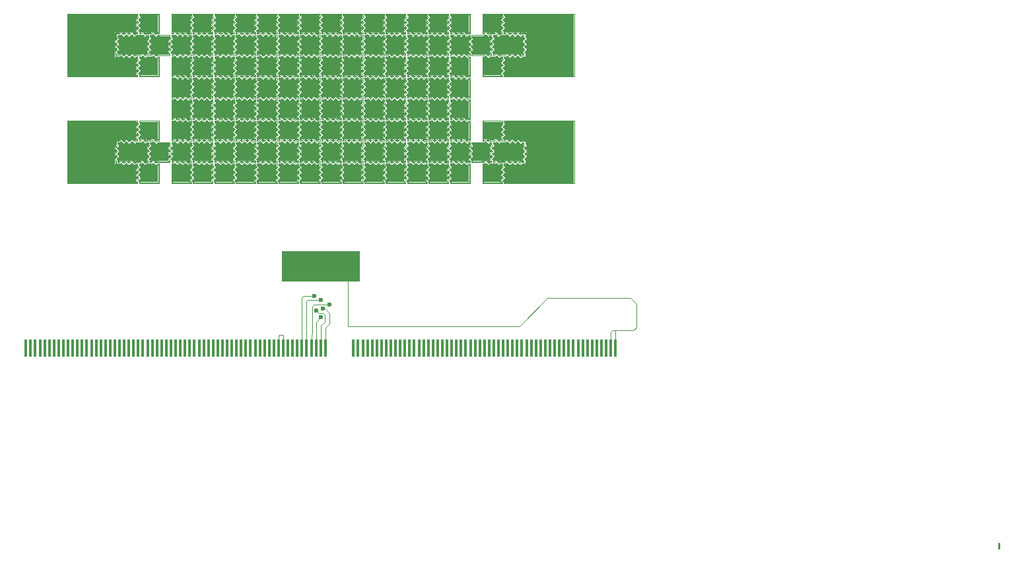
<source format=gbr>
G04 #@! TF.GenerationSoftware,KiCad,Pcbnew,5.1.5+dfsg1-2build2*
G04 #@! TF.CreationDate,2021-10-18T18:16:56+02:00*
G04 #@! TF.ProjectId,DIMMCartridgeV4,44494d4d-4361-4727-9472-696467655634,rev?*
G04 #@! TF.SameCoordinates,Original*
G04 #@! TF.FileFunction,Copper,L1,Top*
G04 #@! TF.FilePolarity,Positive*
%FSLAX46Y46*%
G04 Gerber Fmt 4.6, Leading zero omitted, Abs format (unit mm)*
G04 Created by KiCad (PCBNEW 5.1.5+dfsg1-2build2) date 2021-10-18 18:16:56*
%MOMM*%
%LPD*%
G04 APERTURE LIST*
%ADD10C,0.150000*%
%ADD11C,0.100000*%
%ADD12C,0.152400*%
%ADD13R,0.400000X2.300000*%
%ADD14R,2.270000X2.270000*%
%ADD15C,0.604800*%
%ADD16R,1.500000X2.270000*%
%ADD17R,5.000000X2.400000*%
%ADD18R,2.270000X4.000000*%
%ADD19R,4.000000X8.000000*%
%ADD20R,10.000000X4.000000*%
%ADD21C,0.600000*%
%ADD22C,0.250000*%
%ADD23C,0.110000*%
G04 APERTURE END LIST*
D10*
X83295000Y-93015000D02*
X83425000Y-93145000D01*
X83425000Y-93145000D02*
X83295000Y-93265000D01*
X83295000Y-93265000D02*
X83295000Y-93015000D01*
X83285000Y-92325000D02*
X83415000Y-92455000D01*
X83415000Y-92455000D02*
X83285000Y-92575000D01*
X83285000Y-92575000D02*
X83285000Y-92325000D01*
X83195000Y-91455000D02*
X83305000Y-91455000D01*
X83305000Y-91455000D02*
X83295000Y-91905000D01*
X83295000Y-91905000D02*
X83395000Y-91745000D01*
X80955000Y-92235000D02*
X80825000Y-92105000D01*
X80825000Y-92105000D02*
X80955000Y-91985000D01*
X80955000Y-91985000D02*
X80955000Y-92235000D01*
X80965000Y-92925000D02*
X80835000Y-92795000D01*
X80835000Y-92795000D02*
X80965000Y-92675000D01*
X80965000Y-92675000D02*
X80965000Y-92925000D01*
X81055000Y-93795000D02*
X80945000Y-93795000D01*
X80945000Y-93795000D02*
X80955000Y-93345000D01*
X80955000Y-93345000D02*
X80855000Y-93505000D01*
X81735000Y-93795000D02*
X81605000Y-93925000D01*
X81605000Y-93925000D02*
X81485000Y-93795000D01*
X81485000Y-93795000D02*
X81735000Y-93795000D01*
X82425000Y-93785000D02*
X82295000Y-93915000D01*
X82295000Y-93915000D02*
X82175000Y-93785000D01*
X82175000Y-93785000D02*
X82425000Y-93785000D01*
X83295000Y-93695000D02*
X83295000Y-93805000D01*
X83295000Y-93805000D02*
X82845000Y-93795000D01*
X82845000Y-93795000D02*
X83005000Y-93895000D01*
X82515000Y-91455000D02*
X82645000Y-91325000D01*
X82645000Y-91325000D02*
X82765000Y-91455000D01*
X82765000Y-91455000D02*
X82515000Y-91455000D01*
X81825000Y-91465000D02*
X81955000Y-91335000D01*
X81955000Y-91335000D02*
X82075000Y-91465000D01*
X82075000Y-91465000D02*
X81825000Y-91465000D01*
X80955000Y-91555000D02*
X80955000Y-91445000D01*
X80955000Y-91445000D02*
X81405000Y-91455000D01*
X81405000Y-91455000D02*
X81245000Y-91355000D01*
D11*
X83536000Y-91766000D02*
X83400000Y-91636000D01*
X83400000Y-91636000D02*
X83400000Y-91350000D01*
X83400000Y-91350000D02*
X83199000Y-91350000D01*
X83199000Y-91350000D02*
X82984000Y-91574000D01*
X80714000Y-93484000D02*
X80850000Y-93614000D01*
X80850000Y-93614000D02*
X80850000Y-93900000D01*
X80850000Y-93900000D02*
X81051000Y-93900000D01*
X81051000Y-93900000D02*
X81266000Y-93676000D01*
X82984000Y-94036000D02*
X83114000Y-93900000D01*
X83114000Y-93900000D02*
X83400000Y-93900000D01*
X83400000Y-93900000D02*
X83400000Y-93699000D01*
X83400000Y-93699000D02*
X83176000Y-93484000D01*
X81266000Y-91214000D02*
X81136000Y-91350000D01*
X81136000Y-91350000D02*
X80850000Y-91350000D01*
X80850000Y-91350000D02*
X80850000Y-91551000D01*
X80850000Y-91551000D02*
X81074000Y-91766000D01*
X81265625Y-91214000D02*
X81609375Y-91574000D01*
X82984375Y-94036000D02*
X82640625Y-93676000D01*
X80714000Y-93484375D02*
X81074000Y-93140625D01*
X83536000Y-91765625D02*
X83176000Y-92109375D01*
X81609375Y-91574000D02*
X81953125Y-91214000D01*
X81953125Y-91214000D02*
X82296875Y-91574000D01*
X82640625Y-93676000D02*
X82296875Y-94036000D01*
X82296875Y-94036000D02*
X81953125Y-93676000D01*
X81074000Y-93140625D02*
X80714000Y-92796875D01*
X80714000Y-92796875D02*
X81074000Y-92453125D01*
X83176000Y-92109375D02*
X83536000Y-92453125D01*
X83536000Y-92453125D02*
X83176000Y-92796875D01*
X82296875Y-91574000D02*
X82640625Y-91214000D01*
X82640625Y-91214000D02*
X82984375Y-91574000D01*
X81953125Y-93676000D02*
X81609375Y-94036000D01*
X81609375Y-94036000D02*
X81265625Y-93676000D01*
X81074000Y-92453125D02*
X80714000Y-92109375D01*
X80714000Y-92109375D02*
X81074000Y-91765625D01*
X83176000Y-92796875D02*
X83536000Y-93140625D01*
X83536000Y-93140625D02*
X83176000Y-93484375D01*
X102875000Y-88695000D02*
X105375000Y-88695000D01*
D10*
X105295000Y-90265000D02*
X105425000Y-90395000D01*
X105425000Y-90395000D02*
X105295000Y-90515000D01*
X105295000Y-90515000D02*
X105295000Y-90265000D01*
X105285000Y-89575000D02*
X105415000Y-89705000D01*
X105415000Y-89705000D02*
X105285000Y-89825000D01*
X105285000Y-89825000D02*
X105285000Y-89575000D01*
X105305000Y-88705000D02*
X105295000Y-89155000D01*
X105295000Y-89155000D02*
X105395000Y-88995000D01*
X102955000Y-89485000D02*
X102825000Y-89355000D01*
X102825000Y-89355000D02*
X102955000Y-89235000D01*
X102955000Y-89235000D02*
X102955000Y-89485000D01*
X102965000Y-90175000D02*
X102835000Y-90045000D01*
X102835000Y-90045000D02*
X102965000Y-89925000D01*
X102965000Y-89925000D02*
X102965000Y-90175000D01*
X103055000Y-91045000D02*
X102945000Y-91045000D01*
X102945000Y-91045000D02*
X102955000Y-90595000D01*
X102955000Y-90595000D02*
X102855000Y-90755000D01*
X103735000Y-91045000D02*
X103605000Y-91175000D01*
X103605000Y-91175000D02*
X103485000Y-91045000D01*
X103485000Y-91045000D02*
X103735000Y-91045000D01*
X104425000Y-91035000D02*
X104295000Y-91165000D01*
X104295000Y-91165000D02*
X104175000Y-91035000D01*
X104175000Y-91035000D02*
X104425000Y-91035000D01*
X105295000Y-90945000D02*
X105295000Y-91055000D01*
X105295000Y-91055000D02*
X104845000Y-91045000D01*
X104845000Y-91045000D02*
X105005000Y-91145000D01*
X102955000Y-88805000D02*
X102955000Y-88695000D01*
D11*
X105536000Y-89016000D02*
X105400000Y-88886000D01*
X105400000Y-88886000D02*
X105400000Y-88600000D01*
X102714000Y-90734000D02*
X102850000Y-90864000D01*
X102850000Y-90864000D02*
X102850000Y-91150000D01*
X102850000Y-91150000D02*
X103051000Y-91150000D01*
X103051000Y-91150000D02*
X103266000Y-90926000D01*
X104984000Y-91286000D02*
X105114000Y-91150000D01*
X105114000Y-91150000D02*
X105400000Y-91150000D01*
X105400000Y-91150000D02*
X105400000Y-90949000D01*
X105400000Y-90949000D02*
X105176000Y-90734000D01*
X105400000Y-88600000D02*
X102850000Y-88600000D01*
X102850000Y-88600000D02*
X102850000Y-88801000D01*
X102850000Y-88801000D02*
X103074000Y-89016000D01*
X104984375Y-91286000D02*
X104640625Y-90926000D01*
X102714000Y-90734375D02*
X103074000Y-90390625D01*
X105536000Y-89015625D02*
X105176000Y-89359375D01*
X104640625Y-90926000D02*
X104296875Y-91286000D01*
X104296875Y-91286000D02*
X103953125Y-90926000D01*
X103074000Y-90390625D02*
X102714000Y-90046875D01*
X102714000Y-90046875D02*
X103074000Y-89703125D01*
X105176000Y-89359375D02*
X105536000Y-89703125D01*
X105536000Y-89703125D02*
X105176000Y-90046875D01*
X103953125Y-90926000D02*
X103609375Y-91286000D01*
X103609375Y-91286000D02*
X103265625Y-90926000D01*
X103074000Y-89703125D02*
X102714000Y-89359375D01*
X102714000Y-89359375D02*
X103074000Y-89015625D01*
X105176000Y-90046875D02*
X105536000Y-90390625D01*
X105536000Y-90390625D02*
X105176000Y-90734375D01*
D10*
X83295000Y-106765000D02*
X83425000Y-106895000D01*
X83425000Y-106895000D02*
X83295000Y-107015000D01*
X83295000Y-107015000D02*
X83295000Y-106765000D01*
X83285000Y-106075000D02*
X83415000Y-106205000D01*
X83415000Y-106205000D02*
X83285000Y-106325000D01*
X83285000Y-106325000D02*
X83285000Y-106075000D01*
X83195000Y-105205000D02*
X83305000Y-105205000D01*
X83305000Y-105205000D02*
X83295000Y-105655000D01*
X83295000Y-105655000D02*
X83395000Y-105495000D01*
X80955000Y-105985000D02*
X80825000Y-105855000D01*
X80825000Y-105855000D02*
X80955000Y-105735000D01*
X80955000Y-105735000D02*
X80955000Y-105985000D01*
X80965000Y-106675000D02*
X80835000Y-106545000D01*
X80835000Y-106545000D02*
X80965000Y-106425000D01*
X80965000Y-106425000D02*
X80965000Y-106675000D01*
X81055000Y-107545000D02*
X80945000Y-107545000D01*
X80945000Y-107545000D02*
X80955000Y-107095000D01*
X80955000Y-107095000D02*
X80855000Y-107255000D01*
X81735000Y-107545000D02*
X81605000Y-107675000D01*
X81605000Y-107675000D02*
X81485000Y-107545000D01*
X81485000Y-107545000D02*
X81735000Y-107545000D01*
X82425000Y-107535000D02*
X82295000Y-107665000D01*
X82295000Y-107665000D02*
X82175000Y-107535000D01*
X82175000Y-107535000D02*
X82425000Y-107535000D01*
X83295000Y-107445000D02*
X83295000Y-107555000D01*
X83295000Y-107555000D02*
X82845000Y-107545000D01*
X82845000Y-107545000D02*
X83005000Y-107645000D01*
X82515000Y-105205000D02*
X82645000Y-105075000D01*
X82645000Y-105075000D02*
X82765000Y-105205000D01*
X82765000Y-105205000D02*
X82515000Y-105205000D01*
X81825000Y-105215000D02*
X81955000Y-105085000D01*
X81955000Y-105085000D02*
X82075000Y-105215000D01*
X82075000Y-105215000D02*
X81825000Y-105215000D01*
X80955000Y-105305000D02*
X80955000Y-105195000D01*
X80955000Y-105195000D02*
X81405000Y-105205000D01*
X81405000Y-105205000D02*
X81245000Y-105105000D01*
D11*
X83536000Y-105516000D02*
X83400000Y-105386000D01*
X83400000Y-105386000D02*
X83400000Y-105100000D01*
X83400000Y-105100000D02*
X83199000Y-105100000D01*
X83199000Y-105100000D02*
X82984000Y-105324000D01*
X80714000Y-107234000D02*
X80850000Y-107364000D01*
X80850000Y-107364000D02*
X80850000Y-107650000D01*
X80850000Y-107650000D02*
X81051000Y-107650000D01*
X81051000Y-107650000D02*
X81266000Y-107426000D01*
X82984000Y-107786000D02*
X83114000Y-107650000D01*
X83114000Y-107650000D02*
X83400000Y-107650000D01*
X83400000Y-107650000D02*
X83400000Y-107449000D01*
X83400000Y-107449000D02*
X83176000Y-107234000D01*
X81266000Y-104964000D02*
X81136000Y-105100000D01*
X81136000Y-105100000D02*
X80850000Y-105100000D01*
X80850000Y-105100000D02*
X80850000Y-105301000D01*
X80850000Y-105301000D02*
X81074000Y-105516000D01*
X81265625Y-104964000D02*
X81609375Y-105324000D01*
X82984375Y-107786000D02*
X82640625Y-107426000D01*
X80714000Y-107234375D02*
X81074000Y-106890625D01*
X83536000Y-105515625D02*
X83176000Y-105859375D01*
X81609375Y-105324000D02*
X81953125Y-104964000D01*
X81953125Y-104964000D02*
X82296875Y-105324000D01*
X82640625Y-107426000D02*
X82296875Y-107786000D01*
X82296875Y-107786000D02*
X81953125Y-107426000D01*
X81074000Y-106890625D02*
X80714000Y-106546875D01*
X80714000Y-106546875D02*
X81074000Y-106203125D01*
X83176000Y-105859375D02*
X83536000Y-106203125D01*
X83536000Y-106203125D02*
X83176000Y-106546875D01*
X82296875Y-105324000D02*
X82640625Y-104964000D01*
X82640625Y-104964000D02*
X82984375Y-105324000D01*
X81953125Y-107426000D02*
X81609375Y-107786000D01*
X81609375Y-107786000D02*
X81265625Y-107426000D01*
X81074000Y-106203125D02*
X80714000Y-105859375D01*
X80714000Y-105859375D02*
X81074000Y-105515625D01*
X83176000Y-106546875D02*
X83536000Y-106890625D01*
X83536000Y-106890625D02*
X83176000Y-107234375D01*
D10*
X86045000Y-93015000D02*
X86175000Y-93145000D01*
X86175000Y-93145000D02*
X86045000Y-93265000D01*
X86045000Y-93265000D02*
X86045000Y-93015000D01*
X86035000Y-92325000D02*
X86165000Y-92455000D01*
X86165000Y-92455000D02*
X86035000Y-92575000D01*
X86035000Y-92575000D02*
X86035000Y-92325000D01*
X85945000Y-91455000D02*
X86055000Y-91455000D01*
X86055000Y-91455000D02*
X86045000Y-91905000D01*
X86045000Y-91905000D02*
X86145000Y-91745000D01*
X83705000Y-92235000D02*
X83575000Y-92105000D01*
X83575000Y-92105000D02*
X83705000Y-91985000D01*
X83705000Y-91985000D02*
X83705000Y-92235000D01*
X83715000Y-92925000D02*
X83585000Y-92795000D01*
X83585000Y-92795000D02*
X83715000Y-92675000D01*
X83715000Y-92675000D02*
X83715000Y-92925000D01*
X83805000Y-93795000D02*
X83695000Y-93795000D01*
X83695000Y-93795000D02*
X83705000Y-93345000D01*
X83705000Y-93345000D02*
X83605000Y-93505000D01*
X84485000Y-93795000D02*
X84355000Y-93925000D01*
X84355000Y-93925000D02*
X84235000Y-93795000D01*
X84235000Y-93795000D02*
X84485000Y-93795000D01*
X85175000Y-93785000D02*
X85045000Y-93915000D01*
X85045000Y-93915000D02*
X84925000Y-93785000D01*
X84925000Y-93785000D02*
X85175000Y-93785000D01*
X86045000Y-93695000D02*
X86045000Y-93805000D01*
X86045000Y-93805000D02*
X85595000Y-93795000D01*
X85595000Y-93795000D02*
X85755000Y-93895000D01*
X85265000Y-91455000D02*
X85395000Y-91325000D01*
X85395000Y-91325000D02*
X85515000Y-91455000D01*
X85515000Y-91455000D02*
X85265000Y-91455000D01*
X84575000Y-91465000D02*
X84705000Y-91335000D01*
X84705000Y-91335000D02*
X84825000Y-91465000D01*
X84825000Y-91465000D02*
X84575000Y-91465000D01*
X83705000Y-91555000D02*
X83705000Y-91445000D01*
X83705000Y-91445000D02*
X84155000Y-91455000D01*
X84155000Y-91455000D02*
X83995000Y-91355000D01*
D11*
X86286000Y-91766000D02*
X86150000Y-91636000D01*
X86150000Y-91636000D02*
X86150000Y-91350000D01*
X86150000Y-91350000D02*
X85949000Y-91350000D01*
X85949000Y-91350000D02*
X85734000Y-91574000D01*
X83464000Y-93484000D02*
X83600000Y-93614000D01*
X83600000Y-93614000D02*
X83600000Y-93900000D01*
X83600000Y-93900000D02*
X83801000Y-93900000D01*
X83801000Y-93900000D02*
X84016000Y-93676000D01*
X85734000Y-94036000D02*
X85864000Y-93900000D01*
X85864000Y-93900000D02*
X86150000Y-93900000D01*
X86150000Y-93900000D02*
X86150000Y-93699000D01*
X86150000Y-93699000D02*
X85926000Y-93484000D01*
X84016000Y-91214000D02*
X83886000Y-91350000D01*
X83886000Y-91350000D02*
X83600000Y-91350000D01*
X83600000Y-91350000D02*
X83600000Y-91551000D01*
X83600000Y-91551000D02*
X83824000Y-91766000D01*
X84015625Y-91214000D02*
X84359375Y-91574000D01*
X85734375Y-94036000D02*
X85390625Y-93676000D01*
X83464000Y-93484375D02*
X83824000Y-93140625D01*
X86286000Y-91765625D02*
X85926000Y-92109375D01*
X84359375Y-91574000D02*
X84703125Y-91214000D01*
X84703125Y-91214000D02*
X85046875Y-91574000D01*
X85390625Y-93676000D02*
X85046875Y-94036000D01*
X85046875Y-94036000D02*
X84703125Y-93676000D01*
X83824000Y-93140625D02*
X83464000Y-92796875D01*
X83464000Y-92796875D02*
X83824000Y-92453125D01*
X85926000Y-92109375D02*
X86286000Y-92453125D01*
X86286000Y-92453125D02*
X85926000Y-92796875D01*
X85046875Y-91574000D02*
X85390625Y-91214000D01*
X85390625Y-91214000D02*
X85734375Y-91574000D01*
X84703125Y-93676000D02*
X84359375Y-94036000D01*
X84359375Y-94036000D02*
X84015625Y-93676000D01*
X83824000Y-92453125D02*
X83464000Y-92109375D01*
X83464000Y-92109375D02*
X83824000Y-91765625D01*
X85926000Y-92796875D02*
X86286000Y-93140625D01*
X86286000Y-93140625D02*
X85926000Y-93484375D01*
D10*
X86045000Y-95765000D02*
X86175000Y-95895000D01*
X86175000Y-95895000D02*
X86045000Y-96015000D01*
X86045000Y-96015000D02*
X86045000Y-95765000D01*
X86035000Y-95075000D02*
X86165000Y-95205000D01*
X86165000Y-95205000D02*
X86035000Y-95325000D01*
X86035000Y-95325000D02*
X86035000Y-95075000D01*
X85945000Y-94205000D02*
X86055000Y-94205000D01*
X86055000Y-94205000D02*
X86045000Y-94655000D01*
X86045000Y-94655000D02*
X86145000Y-94495000D01*
X83705000Y-94985000D02*
X83575000Y-94855000D01*
X83575000Y-94855000D02*
X83705000Y-94735000D01*
X83705000Y-94735000D02*
X83705000Y-94985000D01*
X83715000Y-95675000D02*
X83585000Y-95545000D01*
X83585000Y-95545000D02*
X83715000Y-95425000D01*
X83715000Y-95425000D02*
X83715000Y-95675000D01*
X83805000Y-96545000D02*
X83695000Y-96545000D01*
X83695000Y-96545000D02*
X83705000Y-96095000D01*
X83705000Y-96095000D02*
X83605000Y-96255000D01*
X84485000Y-96545000D02*
X84355000Y-96675000D01*
X84355000Y-96675000D02*
X84235000Y-96545000D01*
X84235000Y-96545000D02*
X84485000Y-96545000D01*
X85175000Y-96535000D02*
X85045000Y-96665000D01*
X85045000Y-96665000D02*
X84925000Y-96535000D01*
X84925000Y-96535000D02*
X85175000Y-96535000D01*
X86045000Y-96445000D02*
X86045000Y-96555000D01*
X86045000Y-96555000D02*
X85595000Y-96545000D01*
X85595000Y-96545000D02*
X85755000Y-96645000D01*
X85265000Y-94205000D02*
X85395000Y-94075000D01*
X85395000Y-94075000D02*
X85515000Y-94205000D01*
X85515000Y-94205000D02*
X85265000Y-94205000D01*
X84575000Y-94215000D02*
X84705000Y-94085000D01*
X84705000Y-94085000D02*
X84825000Y-94215000D01*
X84825000Y-94215000D02*
X84575000Y-94215000D01*
X83705000Y-94305000D02*
X83705000Y-94195000D01*
X83705000Y-94195000D02*
X84155000Y-94205000D01*
X84155000Y-94205000D02*
X83995000Y-94105000D01*
D11*
X86286000Y-94516000D02*
X86150000Y-94386000D01*
X86150000Y-94386000D02*
X86150000Y-94100000D01*
X86150000Y-94100000D02*
X85949000Y-94100000D01*
X85949000Y-94100000D02*
X85734000Y-94324000D01*
X83464000Y-96234000D02*
X83600000Y-96364000D01*
X83600000Y-96364000D02*
X83600000Y-96650000D01*
X83600000Y-96650000D02*
X83801000Y-96650000D01*
X83801000Y-96650000D02*
X84016000Y-96426000D01*
X85734000Y-96786000D02*
X85864000Y-96650000D01*
X85864000Y-96650000D02*
X86150000Y-96650000D01*
X86150000Y-96650000D02*
X86150000Y-96449000D01*
X86150000Y-96449000D02*
X85926000Y-96234000D01*
X84016000Y-93964000D02*
X83886000Y-94100000D01*
X83886000Y-94100000D02*
X83600000Y-94100000D01*
X83600000Y-94100000D02*
X83600000Y-94301000D01*
X83600000Y-94301000D02*
X83824000Y-94516000D01*
X84015625Y-93964000D02*
X84359375Y-94324000D01*
X85734375Y-96786000D02*
X85390625Y-96426000D01*
X83464000Y-96234375D02*
X83824000Y-95890625D01*
X86286000Y-94515625D02*
X85926000Y-94859375D01*
X84359375Y-94324000D02*
X84703125Y-93964000D01*
X84703125Y-93964000D02*
X85046875Y-94324000D01*
X85390625Y-96426000D02*
X85046875Y-96786000D01*
X85046875Y-96786000D02*
X84703125Y-96426000D01*
X83824000Y-95890625D02*
X83464000Y-95546875D01*
X83464000Y-95546875D02*
X83824000Y-95203125D01*
X85926000Y-94859375D02*
X86286000Y-95203125D01*
X86286000Y-95203125D02*
X85926000Y-95546875D01*
X85046875Y-94324000D02*
X85390625Y-93964000D01*
X85390625Y-93964000D02*
X85734375Y-94324000D01*
X84703125Y-96426000D02*
X84359375Y-96786000D01*
X84359375Y-96786000D02*
X84015625Y-96426000D01*
X83824000Y-95203125D02*
X83464000Y-94859375D01*
X83464000Y-94859375D02*
X83824000Y-94515625D01*
X85926000Y-95546875D02*
X86286000Y-95890625D01*
X86286000Y-95890625D02*
X85926000Y-96234375D01*
D10*
X86045000Y-98515000D02*
X86175000Y-98645000D01*
X86175000Y-98645000D02*
X86045000Y-98765000D01*
X86045000Y-98765000D02*
X86045000Y-98515000D01*
X86035000Y-97825000D02*
X86165000Y-97955000D01*
X86165000Y-97955000D02*
X86035000Y-98075000D01*
X86035000Y-98075000D02*
X86035000Y-97825000D01*
X85945000Y-96955000D02*
X86055000Y-96955000D01*
X86055000Y-96955000D02*
X86045000Y-97405000D01*
X86045000Y-97405000D02*
X86145000Y-97245000D01*
X83705000Y-97735000D02*
X83575000Y-97605000D01*
X83575000Y-97605000D02*
X83705000Y-97485000D01*
X83705000Y-97485000D02*
X83705000Y-97735000D01*
X83715000Y-98425000D02*
X83585000Y-98295000D01*
X83585000Y-98295000D02*
X83715000Y-98175000D01*
X83715000Y-98175000D02*
X83715000Y-98425000D01*
X83805000Y-99295000D02*
X83695000Y-99295000D01*
X83695000Y-99295000D02*
X83705000Y-98845000D01*
X83705000Y-98845000D02*
X83605000Y-99005000D01*
X84485000Y-99295000D02*
X84355000Y-99425000D01*
X84355000Y-99425000D02*
X84235000Y-99295000D01*
X84235000Y-99295000D02*
X84485000Y-99295000D01*
X85175000Y-99285000D02*
X85045000Y-99415000D01*
X85045000Y-99415000D02*
X84925000Y-99285000D01*
X84925000Y-99285000D02*
X85175000Y-99285000D01*
X86045000Y-99195000D02*
X86045000Y-99305000D01*
X86045000Y-99305000D02*
X85595000Y-99295000D01*
X85595000Y-99295000D02*
X85755000Y-99395000D01*
X85265000Y-96955000D02*
X85395000Y-96825000D01*
X85395000Y-96825000D02*
X85515000Y-96955000D01*
X85515000Y-96955000D02*
X85265000Y-96955000D01*
X84575000Y-96965000D02*
X84705000Y-96835000D01*
X84705000Y-96835000D02*
X84825000Y-96965000D01*
X84825000Y-96965000D02*
X84575000Y-96965000D01*
X83705000Y-97055000D02*
X83705000Y-96945000D01*
X83705000Y-96945000D02*
X84155000Y-96955000D01*
X84155000Y-96955000D02*
X83995000Y-96855000D01*
D11*
X86286000Y-97266000D02*
X86150000Y-97136000D01*
X86150000Y-97136000D02*
X86150000Y-96850000D01*
X86150000Y-96850000D02*
X85949000Y-96850000D01*
X85949000Y-96850000D02*
X85734000Y-97074000D01*
X83464000Y-98984000D02*
X83600000Y-99114000D01*
X83600000Y-99114000D02*
X83600000Y-99400000D01*
X83600000Y-99400000D02*
X83801000Y-99400000D01*
X83801000Y-99400000D02*
X84016000Y-99176000D01*
X85734000Y-99536000D02*
X85864000Y-99400000D01*
X85864000Y-99400000D02*
X86150000Y-99400000D01*
X86150000Y-99400000D02*
X86150000Y-99199000D01*
X86150000Y-99199000D02*
X85926000Y-98984000D01*
X84016000Y-96714000D02*
X83886000Y-96850000D01*
X83886000Y-96850000D02*
X83600000Y-96850000D01*
X83600000Y-96850000D02*
X83600000Y-97051000D01*
X83600000Y-97051000D02*
X83824000Y-97266000D01*
X84015625Y-96714000D02*
X84359375Y-97074000D01*
X85734375Y-99536000D02*
X85390625Y-99176000D01*
X83464000Y-98984375D02*
X83824000Y-98640625D01*
X86286000Y-97265625D02*
X85926000Y-97609375D01*
X84359375Y-97074000D02*
X84703125Y-96714000D01*
X84703125Y-96714000D02*
X85046875Y-97074000D01*
X85390625Y-99176000D02*
X85046875Y-99536000D01*
X85046875Y-99536000D02*
X84703125Y-99176000D01*
X83824000Y-98640625D02*
X83464000Y-98296875D01*
X83464000Y-98296875D02*
X83824000Y-97953125D01*
X85926000Y-97609375D02*
X86286000Y-97953125D01*
X86286000Y-97953125D02*
X85926000Y-98296875D01*
X85046875Y-97074000D02*
X85390625Y-96714000D01*
X85390625Y-96714000D02*
X85734375Y-97074000D01*
X84703125Y-99176000D02*
X84359375Y-99536000D01*
X84359375Y-99536000D02*
X84015625Y-99176000D01*
X83824000Y-97953125D02*
X83464000Y-97609375D01*
X83464000Y-97609375D02*
X83824000Y-97265625D01*
X85926000Y-98296875D02*
X86286000Y-98640625D01*
X86286000Y-98640625D02*
X85926000Y-98984375D01*
D10*
X86045000Y-101265000D02*
X86175000Y-101395000D01*
X86175000Y-101395000D02*
X86045000Y-101515000D01*
X86045000Y-101515000D02*
X86045000Y-101265000D01*
X86035000Y-100575000D02*
X86165000Y-100705000D01*
X86165000Y-100705000D02*
X86035000Y-100825000D01*
X86035000Y-100825000D02*
X86035000Y-100575000D01*
X85945000Y-99705000D02*
X86055000Y-99705000D01*
X86055000Y-99705000D02*
X86045000Y-100155000D01*
X86045000Y-100155000D02*
X86145000Y-99995000D01*
X83705000Y-100485000D02*
X83575000Y-100355000D01*
X83575000Y-100355000D02*
X83705000Y-100235000D01*
X83705000Y-100235000D02*
X83705000Y-100485000D01*
X83715000Y-101175000D02*
X83585000Y-101045000D01*
X83585000Y-101045000D02*
X83715000Y-100925000D01*
X83715000Y-100925000D02*
X83715000Y-101175000D01*
X83805000Y-102045000D02*
X83695000Y-102045000D01*
X83695000Y-102045000D02*
X83705000Y-101595000D01*
X83705000Y-101595000D02*
X83605000Y-101755000D01*
X84485000Y-102045000D02*
X84355000Y-102175000D01*
X84355000Y-102175000D02*
X84235000Y-102045000D01*
X84235000Y-102045000D02*
X84485000Y-102045000D01*
X85175000Y-102035000D02*
X85045000Y-102165000D01*
X85045000Y-102165000D02*
X84925000Y-102035000D01*
X84925000Y-102035000D02*
X85175000Y-102035000D01*
X86045000Y-101945000D02*
X86045000Y-102055000D01*
X86045000Y-102055000D02*
X85595000Y-102045000D01*
X85595000Y-102045000D02*
X85755000Y-102145000D01*
X85265000Y-99705000D02*
X85395000Y-99575000D01*
X85395000Y-99575000D02*
X85515000Y-99705000D01*
X85515000Y-99705000D02*
X85265000Y-99705000D01*
X84575000Y-99715000D02*
X84705000Y-99585000D01*
X84705000Y-99585000D02*
X84825000Y-99715000D01*
X84825000Y-99715000D02*
X84575000Y-99715000D01*
X83705000Y-99805000D02*
X83705000Y-99695000D01*
X83705000Y-99695000D02*
X84155000Y-99705000D01*
X84155000Y-99705000D02*
X83995000Y-99605000D01*
D11*
X86286000Y-100016000D02*
X86150000Y-99886000D01*
X86150000Y-99886000D02*
X86150000Y-99600000D01*
X86150000Y-99600000D02*
X85949000Y-99600000D01*
X85949000Y-99600000D02*
X85734000Y-99824000D01*
X83464000Y-101734000D02*
X83600000Y-101864000D01*
X83600000Y-101864000D02*
X83600000Y-102150000D01*
X83600000Y-102150000D02*
X83801000Y-102150000D01*
X83801000Y-102150000D02*
X84016000Y-101926000D01*
X85734000Y-102286000D02*
X85864000Y-102150000D01*
X85864000Y-102150000D02*
X86150000Y-102150000D01*
X86150000Y-102150000D02*
X86150000Y-101949000D01*
X86150000Y-101949000D02*
X85926000Y-101734000D01*
X84016000Y-99464000D02*
X83886000Y-99600000D01*
X83886000Y-99600000D02*
X83600000Y-99600000D01*
X83600000Y-99600000D02*
X83600000Y-99801000D01*
X83600000Y-99801000D02*
X83824000Y-100016000D01*
X84015625Y-99464000D02*
X84359375Y-99824000D01*
X85734375Y-102286000D02*
X85390625Y-101926000D01*
X83464000Y-101734375D02*
X83824000Y-101390625D01*
X86286000Y-100015625D02*
X85926000Y-100359375D01*
X84359375Y-99824000D02*
X84703125Y-99464000D01*
X84703125Y-99464000D02*
X85046875Y-99824000D01*
X85390625Y-101926000D02*
X85046875Y-102286000D01*
X85046875Y-102286000D02*
X84703125Y-101926000D01*
X83824000Y-101390625D02*
X83464000Y-101046875D01*
X83464000Y-101046875D02*
X83824000Y-100703125D01*
X85926000Y-100359375D02*
X86286000Y-100703125D01*
X86286000Y-100703125D02*
X85926000Y-101046875D01*
X85046875Y-99824000D02*
X85390625Y-99464000D01*
X85390625Y-99464000D02*
X85734375Y-99824000D01*
X84703125Y-101926000D02*
X84359375Y-102286000D01*
X84359375Y-102286000D02*
X84015625Y-101926000D01*
X83824000Y-100703125D02*
X83464000Y-100359375D01*
X83464000Y-100359375D02*
X83824000Y-100015625D01*
X85926000Y-101046875D02*
X86286000Y-101390625D01*
X86286000Y-101390625D02*
X85926000Y-101734375D01*
D10*
X86045000Y-104015000D02*
X86175000Y-104145000D01*
X86175000Y-104145000D02*
X86045000Y-104265000D01*
X86045000Y-104265000D02*
X86045000Y-104015000D01*
X86035000Y-103325000D02*
X86165000Y-103455000D01*
X86165000Y-103455000D02*
X86035000Y-103575000D01*
X86035000Y-103575000D02*
X86035000Y-103325000D01*
X85945000Y-102455000D02*
X86055000Y-102455000D01*
X86055000Y-102455000D02*
X86045000Y-102905000D01*
X86045000Y-102905000D02*
X86145000Y-102745000D01*
X83705000Y-103235000D02*
X83575000Y-103105000D01*
X83575000Y-103105000D02*
X83705000Y-102985000D01*
X83705000Y-102985000D02*
X83705000Y-103235000D01*
X83715000Y-103925000D02*
X83585000Y-103795000D01*
X83585000Y-103795000D02*
X83715000Y-103675000D01*
X83715000Y-103675000D02*
X83715000Y-103925000D01*
X83805000Y-104795000D02*
X83695000Y-104795000D01*
X83695000Y-104795000D02*
X83705000Y-104345000D01*
X83705000Y-104345000D02*
X83605000Y-104505000D01*
X84485000Y-104795000D02*
X84355000Y-104925000D01*
X84355000Y-104925000D02*
X84235000Y-104795000D01*
X84235000Y-104795000D02*
X84485000Y-104795000D01*
X85175000Y-104785000D02*
X85045000Y-104915000D01*
X85045000Y-104915000D02*
X84925000Y-104785000D01*
X84925000Y-104785000D02*
X85175000Y-104785000D01*
X86045000Y-104695000D02*
X86045000Y-104805000D01*
X86045000Y-104805000D02*
X85595000Y-104795000D01*
X85595000Y-104795000D02*
X85755000Y-104895000D01*
X85265000Y-102455000D02*
X85395000Y-102325000D01*
X85395000Y-102325000D02*
X85515000Y-102455000D01*
X85515000Y-102455000D02*
X85265000Y-102455000D01*
X84575000Y-102465000D02*
X84705000Y-102335000D01*
X84705000Y-102335000D02*
X84825000Y-102465000D01*
X84825000Y-102465000D02*
X84575000Y-102465000D01*
X83705000Y-102555000D02*
X83705000Y-102445000D01*
X83705000Y-102445000D02*
X84155000Y-102455000D01*
X84155000Y-102455000D02*
X83995000Y-102355000D01*
D11*
X86286000Y-102766000D02*
X86150000Y-102636000D01*
X86150000Y-102636000D02*
X86150000Y-102350000D01*
X86150000Y-102350000D02*
X85949000Y-102350000D01*
X85949000Y-102350000D02*
X85734000Y-102574000D01*
X83464000Y-104484000D02*
X83600000Y-104614000D01*
X83600000Y-104614000D02*
X83600000Y-104900000D01*
X83600000Y-104900000D02*
X83801000Y-104900000D01*
X83801000Y-104900000D02*
X84016000Y-104676000D01*
X85734000Y-105036000D02*
X85864000Y-104900000D01*
X85864000Y-104900000D02*
X86150000Y-104900000D01*
X86150000Y-104900000D02*
X86150000Y-104699000D01*
X86150000Y-104699000D02*
X85926000Y-104484000D01*
X84016000Y-102214000D02*
X83886000Y-102350000D01*
X83886000Y-102350000D02*
X83600000Y-102350000D01*
X83600000Y-102350000D02*
X83600000Y-102551000D01*
X83600000Y-102551000D02*
X83824000Y-102766000D01*
X84015625Y-102214000D02*
X84359375Y-102574000D01*
X85734375Y-105036000D02*
X85390625Y-104676000D01*
X83464000Y-104484375D02*
X83824000Y-104140625D01*
X86286000Y-102765625D02*
X85926000Y-103109375D01*
X84359375Y-102574000D02*
X84703125Y-102214000D01*
X84703125Y-102214000D02*
X85046875Y-102574000D01*
X85390625Y-104676000D02*
X85046875Y-105036000D01*
X85046875Y-105036000D02*
X84703125Y-104676000D01*
X83824000Y-104140625D02*
X83464000Y-103796875D01*
X83464000Y-103796875D02*
X83824000Y-103453125D01*
X85926000Y-103109375D02*
X86286000Y-103453125D01*
X86286000Y-103453125D02*
X85926000Y-103796875D01*
X85046875Y-102574000D02*
X85390625Y-102214000D01*
X85390625Y-102214000D02*
X85734375Y-102574000D01*
X84703125Y-104676000D02*
X84359375Y-105036000D01*
X84359375Y-105036000D02*
X84015625Y-104676000D01*
X83824000Y-103453125D02*
X83464000Y-103109375D01*
X83464000Y-103109375D02*
X83824000Y-102765625D01*
X85926000Y-103796875D02*
X86286000Y-104140625D01*
X86286000Y-104140625D02*
X85926000Y-104484375D01*
D10*
X86045000Y-106765000D02*
X86175000Y-106895000D01*
X86175000Y-106895000D02*
X86045000Y-107015000D01*
X86045000Y-107015000D02*
X86045000Y-106765000D01*
X86035000Y-106075000D02*
X86165000Y-106205000D01*
X86165000Y-106205000D02*
X86035000Y-106325000D01*
X86035000Y-106325000D02*
X86035000Y-106075000D01*
X85945000Y-105205000D02*
X86055000Y-105205000D01*
X86055000Y-105205000D02*
X86045000Y-105655000D01*
X86045000Y-105655000D02*
X86145000Y-105495000D01*
X83705000Y-105985000D02*
X83575000Y-105855000D01*
X83575000Y-105855000D02*
X83705000Y-105735000D01*
X83705000Y-105735000D02*
X83705000Y-105985000D01*
X83715000Y-106675000D02*
X83585000Y-106545000D01*
X83585000Y-106545000D02*
X83715000Y-106425000D01*
X83715000Y-106425000D02*
X83715000Y-106675000D01*
X83805000Y-107545000D02*
X83695000Y-107545000D01*
X83695000Y-107545000D02*
X83705000Y-107095000D01*
X83705000Y-107095000D02*
X83605000Y-107255000D01*
X84485000Y-107545000D02*
X84355000Y-107675000D01*
X84355000Y-107675000D02*
X84235000Y-107545000D01*
X84235000Y-107545000D02*
X84485000Y-107545000D01*
X85175000Y-107535000D02*
X85045000Y-107665000D01*
X85045000Y-107665000D02*
X84925000Y-107535000D01*
X84925000Y-107535000D02*
X85175000Y-107535000D01*
X86045000Y-107445000D02*
X86045000Y-107555000D01*
X86045000Y-107555000D02*
X85595000Y-107545000D01*
X85595000Y-107545000D02*
X85755000Y-107645000D01*
X85265000Y-105205000D02*
X85395000Y-105075000D01*
X85395000Y-105075000D02*
X85515000Y-105205000D01*
X85515000Y-105205000D02*
X85265000Y-105205000D01*
X84575000Y-105215000D02*
X84705000Y-105085000D01*
X84705000Y-105085000D02*
X84825000Y-105215000D01*
X84825000Y-105215000D02*
X84575000Y-105215000D01*
X83705000Y-105305000D02*
X83705000Y-105195000D01*
X83705000Y-105195000D02*
X84155000Y-105205000D01*
X84155000Y-105205000D02*
X83995000Y-105105000D01*
D11*
X86286000Y-105516000D02*
X86150000Y-105386000D01*
X86150000Y-105386000D02*
X86150000Y-105100000D01*
X86150000Y-105100000D02*
X85949000Y-105100000D01*
X85949000Y-105100000D02*
X85734000Y-105324000D01*
X83464000Y-107234000D02*
X83600000Y-107364000D01*
X83600000Y-107364000D02*
X83600000Y-107650000D01*
X83600000Y-107650000D02*
X83801000Y-107650000D01*
X83801000Y-107650000D02*
X84016000Y-107426000D01*
X85734000Y-107786000D02*
X85864000Y-107650000D01*
X85864000Y-107650000D02*
X86150000Y-107650000D01*
X86150000Y-107650000D02*
X86150000Y-107449000D01*
X86150000Y-107449000D02*
X85926000Y-107234000D01*
X84016000Y-104964000D02*
X83886000Y-105100000D01*
X83886000Y-105100000D02*
X83600000Y-105100000D01*
X83600000Y-105100000D02*
X83600000Y-105301000D01*
X83600000Y-105301000D02*
X83824000Y-105516000D01*
X84015625Y-104964000D02*
X84359375Y-105324000D01*
X85734375Y-107786000D02*
X85390625Y-107426000D01*
X83464000Y-107234375D02*
X83824000Y-106890625D01*
X86286000Y-105515625D02*
X85926000Y-105859375D01*
X84359375Y-105324000D02*
X84703125Y-104964000D01*
X84703125Y-104964000D02*
X85046875Y-105324000D01*
X85390625Y-107426000D02*
X85046875Y-107786000D01*
X85046875Y-107786000D02*
X84703125Y-107426000D01*
X83824000Y-106890625D02*
X83464000Y-106546875D01*
X83464000Y-106546875D02*
X83824000Y-106203125D01*
X85926000Y-105859375D02*
X86286000Y-106203125D01*
X86286000Y-106203125D02*
X85926000Y-106546875D01*
X85046875Y-105324000D02*
X85390625Y-104964000D01*
X85390625Y-104964000D02*
X85734375Y-105324000D01*
X84703125Y-107426000D02*
X84359375Y-107786000D01*
X84359375Y-107786000D02*
X84015625Y-107426000D01*
X83824000Y-106203125D02*
X83464000Y-105859375D01*
X83464000Y-105859375D02*
X83824000Y-105515625D01*
X85926000Y-106546875D02*
X86286000Y-106890625D01*
X86286000Y-106890625D02*
X85926000Y-107234375D01*
D10*
X88795000Y-93015000D02*
X88925000Y-93145000D01*
X88925000Y-93145000D02*
X88795000Y-93265000D01*
X88795000Y-93265000D02*
X88795000Y-93015000D01*
X88785000Y-92325000D02*
X88915000Y-92455000D01*
X88915000Y-92455000D02*
X88785000Y-92575000D01*
X88785000Y-92575000D02*
X88785000Y-92325000D01*
X88695000Y-91455000D02*
X88805000Y-91455000D01*
X88805000Y-91455000D02*
X88795000Y-91905000D01*
X88795000Y-91905000D02*
X88895000Y-91745000D01*
X86455000Y-92235000D02*
X86325000Y-92105000D01*
X86325000Y-92105000D02*
X86455000Y-91985000D01*
X86455000Y-91985000D02*
X86455000Y-92235000D01*
X86465000Y-92925000D02*
X86335000Y-92795000D01*
X86335000Y-92795000D02*
X86465000Y-92675000D01*
X86465000Y-92675000D02*
X86465000Y-92925000D01*
X86555000Y-93795000D02*
X86445000Y-93795000D01*
X86445000Y-93795000D02*
X86455000Y-93345000D01*
X86455000Y-93345000D02*
X86355000Y-93505000D01*
X87235000Y-93795000D02*
X87105000Y-93925000D01*
X87105000Y-93925000D02*
X86985000Y-93795000D01*
X86985000Y-93795000D02*
X87235000Y-93795000D01*
X87925000Y-93785000D02*
X87795000Y-93915000D01*
X87795000Y-93915000D02*
X87675000Y-93785000D01*
X87675000Y-93785000D02*
X87925000Y-93785000D01*
X88795000Y-93695000D02*
X88795000Y-93805000D01*
X88795000Y-93805000D02*
X88345000Y-93795000D01*
X88345000Y-93795000D02*
X88505000Y-93895000D01*
X88015000Y-91455000D02*
X88145000Y-91325000D01*
X88145000Y-91325000D02*
X88265000Y-91455000D01*
X88265000Y-91455000D02*
X88015000Y-91455000D01*
X87325000Y-91465000D02*
X87455000Y-91335000D01*
X87455000Y-91335000D02*
X87575000Y-91465000D01*
X87575000Y-91465000D02*
X87325000Y-91465000D01*
X86455000Y-91555000D02*
X86455000Y-91445000D01*
X86455000Y-91445000D02*
X86905000Y-91455000D01*
X86905000Y-91455000D02*
X86745000Y-91355000D01*
D11*
X89036000Y-91766000D02*
X88900000Y-91636000D01*
X88900000Y-91636000D02*
X88900000Y-91350000D01*
X88900000Y-91350000D02*
X88699000Y-91350000D01*
X88699000Y-91350000D02*
X88484000Y-91574000D01*
X86214000Y-93484000D02*
X86350000Y-93614000D01*
X86350000Y-93614000D02*
X86350000Y-93900000D01*
X86350000Y-93900000D02*
X86551000Y-93900000D01*
X86551000Y-93900000D02*
X86766000Y-93676000D01*
X88484000Y-94036000D02*
X88614000Y-93900000D01*
X88614000Y-93900000D02*
X88900000Y-93900000D01*
X88900000Y-93900000D02*
X88900000Y-93699000D01*
X88900000Y-93699000D02*
X88676000Y-93484000D01*
X86766000Y-91214000D02*
X86636000Y-91350000D01*
X86636000Y-91350000D02*
X86350000Y-91350000D01*
X86350000Y-91350000D02*
X86350000Y-91551000D01*
X86350000Y-91551000D02*
X86574000Y-91766000D01*
X86765625Y-91214000D02*
X87109375Y-91574000D01*
X88484375Y-94036000D02*
X88140625Y-93676000D01*
X86214000Y-93484375D02*
X86574000Y-93140625D01*
X89036000Y-91765625D02*
X88676000Y-92109375D01*
X87109375Y-91574000D02*
X87453125Y-91214000D01*
X87453125Y-91214000D02*
X87796875Y-91574000D01*
X88140625Y-93676000D02*
X87796875Y-94036000D01*
X87796875Y-94036000D02*
X87453125Y-93676000D01*
X86574000Y-93140625D02*
X86214000Y-92796875D01*
X86214000Y-92796875D02*
X86574000Y-92453125D01*
X88676000Y-92109375D02*
X89036000Y-92453125D01*
X89036000Y-92453125D02*
X88676000Y-92796875D01*
X87796875Y-91574000D02*
X88140625Y-91214000D01*
X88140625Y-91214000D02*
X88484375Y-91574000D01*
X87453125Y-93676000D02*
X87109375Y-94036000D01*
X87109375Y-94036000D02*
X86765625Y-93676000D01*
X86574000Y-92453125D02*
X86214000Y-92109375D01*
X86214000Y-92109375D02*
X86574000Y-91765625D01*
X88676000Y-92796875D02*
X89036000Y-93140625D01*
X89036000Y-93140625D02*
X88676000Y-93484375D01*
D10*
X88795000Y-95765000D02*
X88925000Y-95895000D01*
X88925000Y-95895000D02*
X88795000Y-96015000D01*
X88795000Y-96015000D02*
X88795000Y-95765000D01*
X88785000Y-95075000D02*
X88915000Y-95205000D01*
X88915000Y-95205000D02*
X88785000Y-95325000D01*
X88785000Y-95325000D02*
X88785000Y-95075000D01*
X88695000Y-94205000D02*
X88805000Y-94205000D01*
X88805000Y-94205000D02*
X88795000Y-94655000D01*
X88795000Y-94655000D02*
X88895000Y-94495000D01*
X86455000Y-94985000D02*
X86325000Y-94855000D01*
X86325000Y-94855000D02*
X86455000Y-94735000D01*
X86455000Y-94735000D02*
X86455000Y-94985000D01*
X86465000Y-95675000D02*
X86335000Y-95545000D01*
X86335000Y-95545000D02*
X86465000Y-95425000D01*
X86465000Y-95425000D02*
X86465000Y-95675000D01*
X86555000Y-96545000D02*
X86445000Y-96545000D01*
X86445000Y-96545000D02*
X86455000Y-96095000D01*
X86455000Y-96095000D02*
X86355000Y-96255000D01*
X87235000Y-96545000D02*
X87105000Y-96675000D01*
X87105000Y-96675000D02*
X86985000Y-96545000D01*
X86985000Y-96545000D02*
X87235000Y-96545000D01*
X87925000Y-96535000D02*
X87795000Y-96665000D01*
X87795000Y-96665000D02*
X87675000Y-96535000D01*
X87675000Y-96535000D02*
X87925000Y-96535000D01*
X88795000Y-96445000D02*
X88795000Y-96555000D01*
X88795000Y-96555000D02*
X88345000Y-96545000D01*
X88345000Y-96545000D02*
X88505000Y-96645000D01*
X88015000Y-94205000D02*
X88145000Y-94075000D01*
X88145000Y-94075000D02*
X88265000Y-94205000D01*
X88265000Y-94205000D02*
X88015000Y-94205000D01*
X87325000Y-94215000D02*
X87455000Y-94085000D01*
X87455000Y-94085000D02*
X87575000Y-94215000D01*
X87575000Y-94215000D02*
X87325000Y-94215000D01*
X86455000Y-94305000D02*
X86455000Y-94195000D01*
X86455000Y-94195000D02*
X86905000Y-94205000D01*
X86905000Y-94205000D02*
X86745000Y-94105000D01*
D11*
X89036000Y-94516000D02*
X88900000Y-94386000D01*
X88900000Y-94386000D02*
X88900000Y-94100000D01*
X88900000Y-94100000D02*
X88699000Y-94100000D01*
X88699000Y-94100000D02*
X88484000Y-94324000D01*
X86214000Y-96234000D02*
X86350000Y-96364000D01*
X86350000Y-96364000D02*
X86350000Y-96650000D01*
X86350000Y-96650000D02*
X86551000Y-96650000D01*
X86551000Y-96650000D02*
X86766000Y-96426000D01*
X88484000Y-96786000D02*
X88614000Y-96650000D01*
X88614000Y-96650000D02*
X88900000Y-96650000D01*
X88900000Y-96650000D02*
X88900000Y-96449000D01*
X88900000Y-96449000D02*
X88676000Y-96234000D01*
X86766000Y-93964000D02*
X86636000Y-94100000D01*
X86636000Y-94100000D02*
X86350000Y-94100000D01*
X86350000Y-94100000D02*
X86350000Y-94301000D01*
X86350000Y-94301000D02*
X86574000Y-94516000D01*
X86765625Y-93964000D02*
X87109375Y-94324000D01*
X88484375Y-96786000D02*
X88140625Y-96426000D01*
X86214000Y-96234375D02*
X86574000Y-95890625D01*
X89036000Y-94515625D02*
X88676000Y-94859375D01*
X87109375Y-94324000D02*
X87453125Y-93964000D01*
X87453125Y-93964000D02*
X87796875Y-94324000D01*
X88140625Y-96426000D02*
X87796875Y-96786000D01*
X87796875Y-96786000D02*
X87453125Y-96426000D01*
X86574000Y-95890625D02*
X86214000Y-95546875D01*
X86214000Y-95546875D02*
X86574000Y-95203125D01*
X88676000Y-94859375D02*
X89036000Y-95203125D01*
X89036000Y-95203125D02*
X88676000Y-95546875D01*
X87796875Y-94324000D02*
X88140625Y-93964000D01*
X88140625Y-93964000D02*
X88484375Y-94324000D01*
X87453125Y-96426000D02*
X87109375Y-96786000D01*
X87109375Y-96786000D02*
X86765625Y-96426000D01*
X86574000Y-95203125D02*
X86214000Y-94859375D01*
X86214000Y-94859375D02*
X86574000Y-94515625D01*
X88676000Y-95546875D02*
X89036000Y-95890625D01*
X89036000Y-95890625D02*
X88676000Y-96234375D01*
D10*
X88795000Y-98515000D02*
X88925000Y-98645000D01*
X88925000Y-98645000D02*
X88795000Y-98765000D01*
X88795000Y-98765000D02*
X88795000Y-98515000D01*
X88785000Y-97825000D02*
X88915000Y-97955000D01*
X88915000Y-97955000D02*
X88785000Y-98075000D01*
X88785000Y-98075000D02*
X88785000Y-97825000D01*
X88695000Y-96955000D02*
X88805000Y-96955000D01*
X88805000Y-96955000D02*
X88795000Y-97405000D01*
X88795000Y-97405000D02*
X88895000Y-97245000D01*
X86455000Y-97735000D02*
X86325000Y-97605000D01*
X86325000Y-97605000D02*
X86455000Y-97485000D01*
X86455000Y-97485000D02*
X86455000Y-97735000D01*
X86465000Y-98425000D02*
X86335000Y-98295000D01*
X86335000Y-98295000D02*
X86465000Y-98175000D01*
X86465000Y-98175000D02*
X86465000Y-98425000D01*
X86555000Y-99295000D02*
X86445000Y-99295000D01*
X86445000Y-99295000D02*
X86455000Y-98845000D01*
X86455000Y-98845000D02*
X86355000Y-99005000D01*
X87235000Y-99295000D02*
X87105000Y-99425000D01*
X87105000Y-99425000D02*
X86985000Y-99295000D01*
X86985000Y-99295000D02*
X87235000Y-99295000D01*
X87925000Y-99285000D02*
X87795000Y-99415000D01*
X87795000Y-99415000D02*
X87675000Y-99285000D01*
X87675000Y-99285000D02*
X87925000Y-99285000D01*
X88795000Y-99195000D02*
X88795000Y-99305000D01*
X88795000Y-99305000D02*
X88345000Y-99295000D01*
X88345000Y-99295000D02*
X88505000Y-99395000D01*
X88015000Y-96955000D02*
X88145000Y-96825000D01*
X88145000Y-96825000D02*
X88265000Y-96955000D01*
X88265000Y-96955000D02*
X88015000Y-96955000D01*
X87325000Y-96965000D02*
X87455000Y-96835000D01*
X87455000Y-96835000D02*
X87575000Y-96965000D01*
X87575000Y-96965000D02*
X87325000Y-96965000D01*
X86455000Y-97055000D02*
X86455000Y-96945000D01*
X86455000Y-96945000D02*
X86905000Y-96955000D01*
X86905000Y-96955000D02*
X86745000Y-96855000D01*
D11*
X89036000Y-97266000D02*
X88900000Y-97136000D01*
X88900000Y-97136000D02*
X88900000Y-96850000D01*
X88900000Y-96850000D02*
X88699000Y-96850000D01*
X88699000Y-96850000D02*
X88484000Y-97074000D01*
X86214000Y-98984000D02*
X86350000Y-99114000D01*
X86350000Y-99114000D02*
X86350000Y-99400000D01*
X86350000Y-99400000D02*
X86551000Y-99400000D01*
X86551000Y-99400000D02*
X86766000Y-99176000D01*
X88484000Y-99536000D02*
X88614000Y-99400000D01*
X88614000Y-99400000D02*
X88900000Y-99400000D01*
X88900000Y-99400000D02*
X88900000Y-99199000D01*
X88900000Y-99199000D02*
X88676000Y-98984000D01*
X86766000Y-96714000D02*
X86636000Y-96850000D01*
X86636000Y-96850000D02*
X86350000Y-96850000D01*
X86350000Y-96850000D02*
X86350000Y-97051000D01*
X86350000Y-97051000D02*
X86574000Y-97266000D01*
X86765625Y-96714000D02*
X87109375Y-97074000D01*
X88484375Y-99536000D02*
X88140625Y-99176000D01*
X86214000Y-98984375D02*
X86574000Y-98640625D01*
X89036000Y-97265625D02*
X88676000Y-97609375D01*
X87109375Y-97074000D02*
X87453125Y-96714000D01*
X87453125Y-96714000D02*
X87796875Y-97074000D01*
X88140625Y-99176000D02*
X87796875Y-99536000D01*
X87796875Y-99536000D02*
X87453125Y-99176000D01*
X86574000Y-98640625D02*
X86214000Y-98296875D01*
X86214000Y-98296875D02*
X86574000Y-97953125D01*
X88676000Y-97609375D02*
X89036000Y-97953125D01*
X89036000Y-97953125D02*
X88676000Y-98296875D01*
X87796875Y-97074000D02*
X88140625Y-96714000D01*
X88140625Y-96714000D02*
X88484375Y-97074000D01*
X87453125Y-99176000D02*
X87109375Y-99536000D01*
X87109375Y-99536000D02*
X86765625Y-99176000D01*
X86574000Y-97953125D02*
X86214000Y-97609375D01*
X86214000Y-97609375D02*
X86574000Y-97265625D01*
X88676000Y-98296875D02*
X89036000Y-98640625D01*
X89036000Y-98640625D02*
X88676000Y-98984375D01*
D10*
X88795000Y-101265000D02*
X88925000Y-101395000D01*
X88925000Y-101395000D02*
X88795000Y-101515000D01*
X88795000Y-101515000D02*
X88795000Y-101265000D01*
X88785000Y-100575000D02*
X88915000Y-100705000D01*
X88915000Y-100705000D02*
X88785000Y-100825000D01*
X88785000Y-100825000D02*
X88785000Y-100575000D01*
X88695000Y-99705000D02*
X88805000Y-99705000D01*
X88805000Y-99705000D02*
X88795000Y-100155000D01*
X88795000Y-100155000D02*
X88895000Y-99995000D01*
X86455000Y-100485000D02*
X86325000Y-100355000D01*
X86325000Y-100355000D02*
X86455000Y-100235000D01*
X86455000Y-100235000D02*
X86455000Y-100485000D01*
X86465000Y-101175000D02*
X86335000Y-101045000D01*
X86335000Y-101045000D02*
X86465000Y-100925000D01*
X86465000Y-100925000D02*
X86465000Y-101175000D01*
X86555000Y-102045000D02*
X86445000Y-102045000D01*
X86445000Y-102045000D02*
X86455000Y-101595000D01*
X86455000Y-101595000D02*
X86355000Y-101755000D01*
X87235000Y-102045000D02*
X87105000Y-102175000D01*
X87105000Y-102175000D02*
X86985000Y-102045000D01*
X86985000Y-102045000D02*
X87235000Y-102045000D01*
X87925000Y-102035000D02*
X87795000Y-102165000D01*
X87795000Y-102165000D02*
X87675000Y-102035000D01*
X87675000Y-102035000D02*
X87925000Y-102035000D01*
X88795000Y-101945000D02*
X88795000Y-102055000D01*
X88795000Y-102055000D02*
X88345000Y-102045000D01*
X88345000Y-102045000D02*
X88505000Y-102145000D01*
X88015000Y-99705000D02*
X88145000Y-99575000D01*
X88145000Y-99575000D02*
X88265000Y-99705000D01*
X88265000Y-99705000D02*
X88015000Y-99705000D01*
X87325000Y-99715000D02*
X87455000Y-99585000D01*
X87455000Y-99585000D02*
X87575000Y-99715000D01*
X87575000Y-99715000D02*
X87325000Y-99715000D01*
X86455000Y-99805000D02*
X86455000Y-99695000D01*
X86455000Y-99695000D02*
X86905000Y-99705000D01*
X86905000Y-99705000D02*
X86745000Y-99605000D01*
D11*
X89036000Y-100016000D02*
X88900000Y-99886000D01*
X88900000Y-99886000D02*
X88900000Y-99600000D01*
X88900000Y-99600000D02*
X88699000Y-99600000D01*
X88699000Y-99600000D02*
X88484000Y-99824000D01*
X86214000Y-101734000D02*
X86350000Y-101864000D01*
X86350000Y-101864000D02*
X86350000Y-102150000D01*
X86350000Y-102150000D02*
X86551000Y-102150000D01*
X86551000Y-102150000D02*
X86766000Y-101926000D01*
X88484000Y-102286000D02*
X88614000Y-102150000D01*
X88614000Y-102150000D02*
X88900000Y-102150000D01*
X88900000Y-102150000D02*
X88900000Y-101949000D01*
X88900000Y-101949000D02*
X88676000Y-101734000D01*
X86766000Y-99464000D02*
X86636000Y-99600000D01*
X86636000Y-99600000D02*
X86350000Y-99600000D01*
X86350000Y-99600000D02*
X86350000Y-99801000D01*
X86350000Y-99801000D02*
X86574000Y-100016000D01*
X86765625Y-99464000D02*
X87109375Y-99824000D01*
X88484375Y-102286000D02*
X88140625Y-101926000D01*
X86214000Y-101734375D02*
X86574000Y-101390625D01*
X89036000Y-100015625D02*
X88676000Y-100359375D01*
X87109375Y-99824000D02*
X87453125Y-99464000D01*
X87453125Y-99464000D02*
X87796875Y-99824000D01*
X88140625Y-101926000D02*
X87796875Y-102286000D01*
X87796875Y-102286000D02*
X87453125Y-101926000D01*
X86574000Y-101390625D02*
X86214000Y-101046875D01*
X86214000Y-101046875D02*
X86574000Y-100703125D01*
X88676000Y-100359375D02*
X89036000Y-100703125D01*
X89036000Y-100703125D02*
X88676000Y-101046875D01*
X87796875Y-99824000D02*
X88140625Y-99464000D01*
X88140625Y-99464000D02*
X88484375Y-99824000D01*
X87453125Y-101926000D02*
X87109375Y-102286000D01*
X87109375Y-102286000D02*
X86765625Y-101926000D01*
X86574000Y-100703125D02*
X86214000Y-100359375D01*
X86214000Y-100359375D02*
X86574000Y-100015625D01*
X88676000Y-101046875D02*
X89036000Y-101390625D01*
X89036000Y-101390625D02*
X88676000Y-101734375D01*
D10*
X88795000Y-104015000D02*
X88925000Y-104145000D01*
X88925000Y-104145000D02*
X88795000Y-104265000D01*
X88795000Y-104265000D02*
X88795000Y-104015000D01*
X88785000Y-103325000D02*
X88915000Y-103455000D01*
X88915000Y-103455000D02*
X88785000Y-103575000D01*
X88785000Y-103575000D02*
X88785000Y-103325000D01*
X88695000Y-102455000D02*
X88805000Y-102455000D01*
X88805000Y-102455000D02*
X88795000Y-102905000D01*
X88795000Y-102905000D02*
X88895000Y-102745000D01*
X86455000Y-103235000D02*
X86325000Y-103105000D01*
X86325000Y-103105000D02*
X86455000Y-102985000D01*
X86455000Y-102985000D02*
X86455000Y-103235000D01*
X86465000Y-103925000D02*
X86335000Y-103795000D01*
X86335000Y-103795000D02*
X86465000Y-103675000D01*
X86465000Y-103675000D02*
X86465000Y-103925000D01*
X86555000Y-104795000D02*
X86445000Y-104795000D01*
X86445000Y-104795000D02*
X86455000Y-104345000D01*
X86455000Y-104345000D02*
X86355000Y-104505000D01*
X87235000Y-104795000D02*
X87105000Y-104925000D01*
X87105000Y-104925000D02*
X86985000Y-104795000D01*
X86985000Y-104795000D02*
X87235000Y-104795000D01*
X87925000Y-104785000D02*
X87795000Y-104915000D01*
X87795000Y-104915000D02*
X87675000Y-104785000D01*
X87675000Y-104785000D02*
X87925000Y-104785000D01*
X88795000Y-104695000D02*
X88795000Y-104805000D01*
X88795000Y-104805000D02*
X88345000Y-104795000D01*
X88345000Y-104795000D02*
X88505000Y-104895000D01*
X88015000Y-102455000D02*
X88145000Y-102325000D01*
X88145000Y-102325000D02*
X88265000Y-102455000D01*
X88265000Y-102455000D02*
X88015000Y-102455000D01*
X87325000Y-102465000D02*
X87455000Y-102335000D01*
X87455000Y-102335000D02*
X87575000Y-102465000D01*
X87575000Y-102465000D02*
X87325000Y-102465000D01*
X86455000Y-102555000D02*
X86455000Y-102445000D01*
X86455000Y-102445000D02*
X86905000Y-102455000D01*
X86905000Y-102455000D02*
X86745000Y-102355000D01*
D11*
X89036000Y-102766000D02*
X88900000Y-102636000D01*
X88900000Y-102636000D02*
X88900000Y-102350000D01*
X88900000Y-102350000D02*
X88699000Y-102350000D01*
X88699000Y-102350000D02*
X88484000Y-102574000D01*
X86214000Y-104484000D02*
X86350000Y-104614000D01*
X86350000Y-104614000D02*
X86350000Y-104900000D01*
X86350000Y-104900000D02*
X86551000Y-104900000D01*
X86551000Y-104900000D02*
X86766000Y-104676000D01*
X88484000Y-105036000D02*
X88614000Y-104900000D01*
X88614000Y-104900000D02*
X88900000Y-104900000D01*
X88900000Y-104900000D02*
X88900000Y-104699000D01*
X88900000Y-104699000D02*
X88676000Y-104484000D01*
X86766000Y-102214000D02*
X86636000Y-102350000D01*
X86636000Y-102350000D02*
X86350000Y-102350000D01*
X86350000Y-102350000D02*
X86350000Y-102551000D01*
X86350000Y-102551000D02*
X86574000Y-102766000D01*
X86765625Y-102214000D02*
X87109375Y-102574000D01*
X88484375Y-105036000D02*
X88140625Y-104676000D01*
X86214000Y-104484375D02*
X86574000Y-104140625D01*
X89036000Y-102765625D02*
X88676000Y-103109375D01*
X87109375Y-102574000D02*
X87453125Y-102214000D01*
X87453125Y-102214000D02*
X87796875Y-102574000D01*
X88140625Y-104676000D02*
X87796875Y-105036000D01*
X87796875Y-105036000D02*
X87453125Y-104676000D01*
X86574000Y-104140625D02*
X86214000Y-103796875D01*
X86214000Y-103796875D02*
X86574000Y-103453125D01*
X88676000Y-103109375D02*
X89036000Y-103453125D01*
X89036000Y-103453125D02*
X88676000Y-103796875D01*
X87796875Y-102574000D02*
X88140625Y-102214000D01*
X88140625Y-102214000D02*
X88484375Y-102574000D01*
X87453125Y-104676000D02*
X87109375Y-105036000D01*
X87109375Y-105036000D02*
X86765625Y-104676000D01*
X86574000Y-103453125D02*
X86214000Y-103109375D01*
X86214000Y-103109375D02*
X86574000Y-102765625D01*
X88676000Y-103796875D02*
X89036000Y-104140625D01*
X89036000Y-104140625D02*
X88676000Y-104484375D01*
D10*
X88795000Y-106765000D02*
X88925000Y-106895000D01*
X88925000Y-106895000D02*
X88795000Y-107015000D01*
X88795000Y-107015000D02*
X88795000Y-106765000D01*
X88785000Y-106075000D02*
X88915000Y-106205000D01*
X88915000Y-106205000D02*
X88785000Y-106325000D01*
X88785000Y-106325000D02*
X88785000Y-106075000D01*
X88695000Y-105205000D02*
X88805000Y-105205000D01*
X88805000Y-105205000D02*
X88795000Y-105655000D01*
X88795000Y-105655000D02*
X88895000Y-105495000D01*
X86455000Y-105985000D02*
X86325000Y-105855000D01*
X86325000Y-105855000D02*
X86455000Y-105735000D01*
X86455000Y-105735000D02*
X86455000Y-105985000D01*
X86465000Y-106675000D02*
X86335000Y-106545000D01*
X86335000Y-106545000D02*
X86465000Y-106425000D01*
X86465000Y-106425000D02*
X86465000Y-106675000D01*
X86555000Y-107545000D02*
X86445000Y-107545000D01*
X86445000Y-107545000D02*
X86455000Y-107095000D01*
X86455000Y-107095000D02*
X86355000Y-107255000D01*
X87235000Y-107545000D02*
X87105000Y-107675000D01*
X87105000Y-107675000D02*
X86985000Y-107545000D01*
X86985000Y-107545000D02*
X87235000Y-107545000D01*
X87925000Y-107535000D02*
X87795000Y-107665000D01*
X87795000Y-107665000D02*
X87675000Y-107535000D01*
X87675000Y-107535000D02*
X87925000Y-107535000D01*
X88795000Y-107445000D02*
X88795000Y-107555000D01*
X88795000Y-107555000D02*
X88345000Y-107545000D01*
X88345000Y-107545000D02*
X88505000Y-107645000D01*
X88015000Y-105205000D02*
X88145000Y-105075000D01*
X88145000Y-105075000D02*
X88265000Y-105205000D01*
X88265000Y-105205000D02*
X88015000Y-105205000D01*
X87325000Y-105215000D02*
X87455000Y-105085000D01*
X87455000Y-105085000D02*
X87575000Y-105215000D01*
X87575000Y-105215000D02*
X87325000Y-105215000D01*
X86455000Y-105305000D02*
X86455000Y-105195000D01*
X86455000Y-105195000D02*
X86905000Y-105205000D01*
X86905000Y-105205000D02*
X86745000Y-105105000D01*
D11*
X89036000Y-105516000D02*
X88900000Y-105386000D01*
X88900000Y-105386000D02*
X88900000Y-105100000D01*
X88900000Y-105100000D02*
X88699000Y-105100000D01*
X88699000Y-105100000D02*
X88484000Y-105324000D01*
X86214000Y-107234000D02*
X86350000Y-107364000D01*
X86350000Y-107364000D02*
X86350000Y-107650000D01*
X86350000Y-107650000D02*
X86551000Y-107650000D01*
X86551000Y-107650000D02*
X86766000Y-107426000D01*
X88484000Y-107786000D02*
X88614000Y-107650000D01*
X88614000Y-107650000D02*
X88900000Y-107650000D01*
X88900000Y-107650000D02*
X88900000Y-107449000D01*
X88900000Y-107449000D02*
X88676000Y-107234000D01*
X86766000Y-104964000D02*
X86636000Y-105100000D01*
X86636000Y-105100000D02*
X86350000Y-105100000D01*
X86350000Y-105100000D02*
X86350000Y-105301000D01*
X86350000Y-105301000D02*
X86574000Y-105516000D01*
X86765625Y-104964000D02*
X87109375Y-105324000D01*
X88484375Y-107786000D02*
X88140625Y-107426000D01*
X86214000Y-107234375D02*
X86574000Y-106890625D01*
X89036000Y-105515625D02*
X88676000Y-105859375D01*
X87109375Y-105324000D02*
X87453125Y-104964000D01*
X87453125Y-104964000D02*
X87796875Y-105324000D01*
X88140625Y-107426000D02*
X87796875Y-107786000D01*
X87796875Y-107786000D02*
X87453125Y-107426000D01*
X86574000Y-106890625D02*
X86214000Y-106546875D01*
X86214000Y-106546875D02*
X86574000Y-106203125D01*
X88676000Y-105859375D02*
X89036000Y-106203125D01*
X89036000Y-106203125D02*
X88676000Y-106546875D01*
X87796875Y-105324000D02*
X88140625Y-104964000D01*
X88140625Y-104964000D02*
X88484375Y-105324000D01*
X87453125Y-107426000D02*
X87109375Y-107786000D01*
X87109375Y-107786000D02*
X86765625Y-107426000D01*
X86574000Y-106203125D02*
X86214000Y-105859375D01*
X86214000Y-105859375D02*
X86574000Y-105515625D01*
X88676000Y-106546875D02*
X89036000Y-106890625D01*
X89036000Y-106890625D02*
X88676000Y-107234375D01*
D10*
X91545000Y-93015000D02*
X91675000Y-93145000D01*
X91675000Y-93145000D02*
X91545000Y-93265000D01*
X91545000Y-93265000D02*
X91545000Y-93015000D01*
X91535000Y-92325000D02*
X91665000Y-92455000D01*
X91665000Y-92455000D02*
X91535000Y-92575000D01*
X91535000Y-92575000D02*
X91535000Y-92325000D01*
X91445000Y-91455000D02*
X91555000Y-91455000D01*
X91555000Y-91455000D02*
X91545000Y-91905000D01*
X91545000Y-91905000D02*
X91645000Y-91745000D01*
X89205000Y-92235000D02*
X89075000Y-92105000D01*
X89075000Y-92105000D02*
X89205000Y-91985000D01*
X89205000Y-91985000D02*
X89205000Y-92235000D01*
X89215000Y-92925000D02*
X89085000Y-92795000D01*
X89085000Y-92795000D02*
X89215000Y-92675000D01*
X89215000Y-92675000D02*
X89215000Y-92925000D01*
X89305000Y-93795000D02*
X89195000Y-93795000D01*
X89195000Y-93795000D02*
X89205000Y-93345000D01*
X89205000Y-93345000D02*
X89105000Y-93505000D01*
X89985000Y-93795000D02*
X89855000Y-93925000D01*
X89855000Y-93925000D02*
X89735000Y-93795000D01*
X89735000Y-93795000D02*
X89985000Y-93795000D01*
X90675000Y-93785000D02*
X90545000Y-93915000D01*
X90545000Y-93915000D02*
X90425000Y-93785000D01*
X90425000Y-93785000D02*
X90675000Y-93785000D01*
X91545000Y-93695000D02*
X91545000Y-93805000D01*
X91545000Y-93805000D02*
X91095000Y-93795000D01*
X91095000Y-93795000D02*
X91255000Y-93895000D01*
X90765000Y-91455000D02*
X90895000Y-91325000D01*
X90895000Y-91325000D02*
X91015000Y-91455000D01*
X91015000Y-91455000D02*
X90765000Y-91455000D01*
X90075000Y-91465000D02*
X90205000Y-91335000D01*
X90205000Y-91335000D02*
X90325000Y-91465000D01*
X90325000Y-91465000D02*
X90075000Y-91465000D01*
X89205000Y-91555000D02*
X89205000Y-91445000D01*
X89205000Y-91445000D02*
X89655000Y-91455000D01*
X89655000Y-91455000D02*
X89495000Y-91355000D01*
D11*
X91786000Y-91766000D02*
X91650000Y-91636000D01*
X91650000Y-91636000D02*
X91650000Y-91350000D01*
X91650000Y-91350000D02*
X91449000Y-91350000D01*
X91449000Y-91350000D02*
X91234000Y-91574000D01*
X88964000Y-93484000D02*
X89100000Y-93614000D01*
X89100000Y-93614000D02*
X89100000Y-93900000D01*
X89100000Y-93900000D02*
X89301000Y-93900000D01*
X89301000Y-93900000D02*
X89516000Y-93676000D01*
X91234000Y-94036000D02*
X91364000Y-93900000D01*
X91364000Y-93900000D02*
X91650000Y-93900000D01*
X91650000Y-93900000D02*
X91650000Y-93699000D01*
X91650000Y-93699000D02*
X91426000Y-93484000D01*
X89516000Y-91214000D02*
X89386000Y-91350000D01*
X89386000Y-91350000D02*
X89100000Y-91350000D01*
X89100000Y-91350000D02*
X89100000Y-91551000D01*
X89100000Y-91551000D02*
X89324000Y-91766000D01*
X89515625Y-91214000D02*
X89859375Y-91574000D01*
X91234375Y-94036000D02*
X90890625Y-93676000D01*
X88964000Y-93484375D02*
X89324000Y-93140625D01*
X91786000Y-91765625D02*
X91426000Y-92109375D01*
X89859375Y-91574000D02*
X90203125Y-91214000D01*
X90203125Y-91214000D02*
X90546875Y-91574000D01*
X90890625Y-93676000D02*
X90546875Y-94036000D01*
X90546875Y-94036000D02*
X90203125Y-93676000D01*
X89324000Y-93140625D02*
X88964000Y-92796875D01*
X88964000Y-92796875D02*
X89324000Y-92453125D01*
X91426000Y-92109375D02*
X91786000Y-92453125D01*
X91786000Y-92453125D02*
X91426000Y-92796875D01*
X90546875Y-91574000D02*
X90890625Y-91214000D01*
X90890625Y-91214000D02*
X91234375Y-91574000D01*
X90203125Y-93676000D02*
X89859375Y-94036000D01*
X89859375Y-94036000D02*
X89515625Y-93676000D01*
X89324000Y-92453125D02*
X88964000Y-92109375D01*
X88964000Y-92109375D02*
X89324000Y-91765625D01*
X91426000Y-92796875D02*
X91786000Y-93140625D01*
X91786000Y-93140625D02*
X91426000Y-93484375D01*
D10*
X91545000Y-95765000D02*
X91675000Y-95895000D01*
X91675000Y-95895000D02*
X91545000Y-96015000D01*
X91545000Y-96015000D02*
X91545000Y-95765000D01*
X91535000Y-95075000D02*
X91665000Y-95205000D01*
X91665000Y-95205000D02*
X91535000Y-95325000D01*
X91535000Y-95325000D02*
X91535000Y-95075000D01*
X91445000Y-94205000D02*
X91555000Y-94205000D01*
X91555000Y-94205000D02*
X91545000Y-94655000D01*
X91545000Y-94655000D02*
X91645000Y-94495000D01*
X89205000Y-94985000D02*
X89075000Y-94855000D01*
X89075000Y-94855000D02*
X89205000Y-94735000D01*
X89205000Y-94735000D02*
X89205000Y-94985000D01*
X89215000Y-95675000D02*
X89085000Y-95545000D01*
X89085000Y-95545000D02*
X89215000Y-95425000D01*
X89215000Y-95425000D02*
X89215000Y-95675000D01*
X89305000Y-96545000D02*
X89195000Y-96545000D01*
X89195000Y-96545000D02*
X89205000Y-96095000D01*
X89205000Y-96095000D02*
X89105000Y-96255000D01*
X89985000Y-96545000D02*
X89855000Y-96675000D01*
X89855000Y-96675000D02*
X89735000Y-96545000D01*
X89735000Y-96545000D02*
X89985000Y-96545000D01*
X90675000Y-96535000D02*
X90545000Y-96665000D01*
X90545000Y-96665000D02*
X90425000Y-96535000D01*
X90425000Y-96535000D02*
X90675000Y-96535000D01*
X91545000Y-96445000D02*
X91545000Y-96555000D01*
X91545000Y-96555000D02*
X91095000Y-96545000D01*
X91095000Y-96545000D02*
X91255000Y-96645000D01*
X90765000Y-94205000D02*
X90895000Y-94075000D01*
X90895000Y-94075000D02*
X91015000Y-94205000D01*
X91015000Y-94205000D02*
X90765000Y-94205000D01*
X90075000Y-94215000D02*
X90205000Y-94085000D01*
X90205000Y-94085000D02*
X90325000Y-94215000D01*
X90325000Y-94215000D02*
X90075000Y-94215000D01*
X89205000Y-94305000D02*
X89205000Y-94195000D01*
X89205000Y-94195000D02*
X89655000Y-94205000D01*
X89655000Y-94205000D02*
X89495000Y-94105000D01*
D11*
X91786000Y-94516000D02*
X91650000Y-94386000D01*
X91650000Y-94386000D02*
X91650000Y-94100000D01*
X91650000Y-94100000D02*
X91449000Y-94100000D01*
X91449000Y-94100000D02*
X91234000Y-94324000D01*
X88964000Y-96234000D02*
X89100000Y-96364000D01*
X89100000Y-96364000D02*
X89100000Y-96650000D01*
X89100000Y-96650000D02*
X89301000Y-96650000D01*
X89301000Y-96650000D02*
X89516000Y-96426000D01*
X91234000Y-96786000D02*
X91364000Y-96650000D01*
X91364000Y-96650000D02*
X91650000Y-96650000D01*
X91650000Y-96650000D02*
X91650000Y-96449000D01*
X91650000Y-96449000D02*
X91426000Y-96234000D01*
X89516000Y-93964000D02*
X89386000Y-94100000D01*
X89386000Y-94100000D02*
X89100000Y-94100000D01*
X89100000Y-94100000D02*
X89100000Y-94301000D01*
X89100000Y-94301000D02*
X89324000Y-94516000D01*
X89515625Y-93964000D02*
X89859375Y-94324000D01*
X91234375Y-96786000D02*
X90890625Y-96426000D01*
X88964000Y-96234375D02*
X89324000Y-95890625D01*
X91786000Y-94515625D02*
X91426000Y-94859375D01*
X89859375Y-94324000D02*
X90203125Y-93964000D01*
X90203125Y-93964000D02*
X90546875Y-94324000D01*
X90890625Y-96426000D02*
X90546875Y-96786000D01*
X90546875Y-96786000D02*
X90203125Y-96426000D01*
X89324000Y-95890625D02*
X88964000Y-95546875D01*
X88964000Y-95546875D02*
X89324000Y-95203125D01*
X91426000Y-94859375D02*
X91786000Y-95203125D01*
X91786000Y-95203125D02*
X91426000Y-95546875D01*
X90546875Y-94324000D02*
X90890625Y-93964000D01*
X90890625Y-93964000D02*
X91234375Y-94324000D01*
X90203125Y-96426000D02*
X89859375Y-96786000D01*
X89859375Y-96786000D02*
X89515625Y-96426000D01*
X89324000Y-95203125D02*
X88964000Y-94859375D01*
X88964000Y-94859375D02*
X89324000Y-94515625D01*
X91426000Y-95546875D02*
X91786000Y-95890625D01*
X91786000Y-95890625D02*
X91426000Y-96234375D01*
D10*
X91545000Y-98515000D02*
X91675000Y-98645000D01*
X91675000Y-98645000D02*
X91545000Y-98765000D01*
X91545000Y-98765000D02*
X91545000Y-98515000D01*
X91535000Y-97825000D02*
X91665000Y-97955000D01*
X91665000Y-97955000D02*
X91535000Y-98075000D01*
X91535000Y-98075000D02*
X91535000Y-97825000D01*
X91445000Y-96955000D02*
X91555000Y-96955000D01*
X91555000Y-96955000D02*
X91545000Y-97405000D01*
X91545000Y-97405000D02*
X91645000Y-97245000D01*
X89205000Y-97735000D02*
X89075000Y-97605000D01*
X89075000Y-97605000D02*
X89205000Y-97485000D01*
X89205000Y-97485000D02*
X89205000Y-97735000D01*
X89215000Y-98425000D02*
X89085000Y-98295000D01*
X89085000Y-98295000D02*
X89215000Y-98175000D01*
X89215000Y-98175000D02*
X89215000Y-98425000D01*
X89305000Y-99295000D02*
X89195000Y-99295000D01*
X89195000Y-99295000D02*
X89205000Y-98845000D01*
X89205000Y-98845000D02*
X89105000Y-99005000D01*
X89985000Y-99295000D02*
X89855000Y-99425000D01*
X89855000Y-99425000D02*
X89735000Y-99295000D01*
X89735000Y-99295000D02*
X89985000Y-99295000D01*
X90675000Y-99285000D02*
X90545000Y-99415000D01*
X90545000Y-99415000D02*
X90425000Y-99285000D01*
X90425000Y-99285000D02*
X90675000Y-99285000D01*
X91545000Y-99195000D02*
X91545000Y-99305000D01*
X91545000Y-99305000D02*
X91095000Y-99295000D01*
X91095000Y-99295000D02*
X91255000Y-99395000D01*
X90765000Y-96955000D02*
X90895000Y-96825000D01*
X90895000Y-96825000D02*
X91015000Y-96955000D01*
X91015000Y-96955000D02*
X90765000Y-96955000D01*
X90075000Y-96965000D02*
X90205000Y-96835000D01*
X90205000Y-96835000D02*
X90325000Y-96965000D01*
X90325000Y-96965000D02*
X90075000Y-96965000D01*
X89205000Y-97055000D02*
X89205000Y-96945000D01*
X89205000Y-96945000D02*
X89655000Y-96955000D01*
X89655000Y-96955000D02*
X89495000Y-96855000D01*
D11*
X91786000Y-97266000D02*
X91650000Y-97136000D01*
X91650000Y-97136000D02*
X91650000Y-96850000D01*
X91650000Y-96850000D02*
X91449000Y-96850000D01*
X91449000Y-96850000D02*
X91234000Y-97074000D01*
X88964000Y-98984000D02*
X89100000Y-99114000D01*
X89100000Y-99114000D02*
X89100000Y-99400000D01*
X89100000Y-99400000D02*
X89301000Y-99400000D01*
X89301000Y-99400000D02*
X89516000Y-99176000D01*
X91234000Y-99536000D02*
X91364000Y-99400000D01*
X91364000Y-99400000D02*
X91650000Y-99400000D01*
X91650000Y-99400000D02*
X91650000Y-99199000D01*
X91650000Y-99199000D02*
X91426000Y-98984000D01*
X89516000Y-96714000D02*
X89386000Y-96850000D01*
X89386000Y-96850000D02*
X89100000Y-96850000D01*
X89100000Y-96850000D02*
X89100000Y-97051000D01*
X89100000Y-97051000D02*
X89324000Y-97266000D01*
X89515625Y-96714000D02*
X89859375Y-97074000D01*
X91234375Y-99536000D02*
X90890625Y-99176000D01*
X88964000Y-98984375D02*
X89324000Y-98640625D01*
X91786000Y-97265625D02*
X91426000Y-97609375D01*
X89859375Y-97074000D02*
X90203125Y-96714000D01*
X90203125Y-96714000D02*
X90546875Y-97074000D01*
X90890625Y-99176000D02*
X90546875Y-99536000D01*
X90546875Y-99536000D02*
X90203125Y-99176000D01*
X89324000Y-98640625D02*
X88964000Y-98296875D01*
X88964000Y-98296875D02*
X89324000Y-97953125D01*
X91426000Y-97609375D02*
X91786000Y-97953125D01*
X91786000Y-97953125D02*
X91426000Y-98296875D01*
X90546875Y-97074000D02*
X90890625Y-96714000D01*
X90890625Y-96714000D02*
X91234375Y-97074000D01*
X90203125Y-99176000D02*
X89859375Y-99536000D01*
X89859375Y-99536000D02*
X89515625Y-99176000D01*
X89324000Y-97953125D02*
X88964000Y-97609375D01*
X88964000Y-97609375D02*
X89324000Y-97265625D01*
X91426000Y-98296875D02*
X91786000Y-98640625D01*
X91786000Y-98640625D02*
X91426000Y-98984375D01*
D10*
X91545000Y-101265000D02*
X91675000Y-101395000D01*
X91675000Y-101395000D02*
X91545000Y-101515000D01*
X91545000Y-101515000D02*
X91545000Y-101265000D01*
X91535000Y-100575000D02*
X91665000Y-100705000D01*
X91665000Y-100705000D02*
X91535000Y-100825000D01*
X91535000Y-100825000D02*
X91535000Y-100575000D01*
X91445000Y-99705000D02*
X91555000Y-99705000D01*
X91555000Y-99705000D02*
X91545000Y-100155000D01*
X91545000Y-100155000D02*
X91645000Y-99995000D01*
X89205000Y-100485000D02*
X89075000Y-100355000D01*
X89075000Y-100355000D02*
X89205000Y-100235000D01*
X89205000Y-100235000D02*
X89205000Y-100485000D01*
X89215000Y-101175000D02*
X89085000Y-101045000D01*
X89085000Y-101045000D02*
X89215000Y-100925000D01*
X89215000Y-100925000D02*
X89215000Y-101175000D01*
X89305000Y-102045000D02*
X89195000Y-102045000D01*
X89195000Y-102045000D02*
X89205000Y-101595000D01*
X89205000Y-101595000D02*
X89105000Y-101755000D01*
X89985000Y-102045000D02*
X89855000Y-102175000D01*
X89855000Y-102175000D02*
X89735000Y-102045000D01*
X89735000Y-102045000D02*
X89985000Y-102045000D01*
X90675000Y-102035000D02*
X90545000Y-102165000D01*
X90545000Y-102165000D02*
X90425000Y-102035000D01*
X90425000Y-102035000D02*
X90675000Y-102035000D01*
X91545000Y-101945000D02*
X91545000Y-102055000D01*
X91545000Y-102055000D02*
X91095000Y-102045000D01*
X91095000Y-102045000D02*
X91255000Y-102145000D01*
X90765000Y-99705000D02*
X90895000Y-99575000D01*
X90895000Y-99575000D02*
X91015000Y-99705000D01*
X91015000Y-99705000D02*
X90765000Y-99705000D01*
X90075000Y-99715000D02*
X90205000Y-99585000D01*
X90205000Y-99585000D02*
X90325000Y-99715000D01*
X90325000Y-99715000D02*
X90075000Y-99715000D01*
X89205000Y-99805000D02*
X89205000Y-99695000D01*
X89205000Y-99695000D02*
X89655000Y-99705000D01*
X89655000Y-99705000D02*
X89495000Y-99605000D01*
D11*
X91786000Y-100016000D02*
X91650000Y-99886000D01*
X91650000Y-99886000D02*
X91650000Y-99600000D01*
X91650000Y-99600000D02*
X91449000Y-99600000D01*
X91449000Y-99600000D02*
X91234000Y-99824000D01*
X88964000Y-101734000D02*
X89100000Y-101864000D01*
X89100000Y-101864000D02*
X89100000Y-102150000D01*
X89100000Y-102150000D02*
X89301000Y-102150000D01*
X89301000Y-102150000D02*
X89516000Y-101926000D01*
X91234000Y-102286000D02*
X91364000Y-102150000D01*
X91364000Y-102150000D02*
X91650000Y-102150000D01*
X91650000Y-102150000D02*
X91650000Y-101949000D01*
X91650000Y-101949000D02*
X91426000Y-101734000D01*
X89516000Y-99464000D02*
X89386000Y-99600000D01*
X89386000Y-99600000D02*
X89100000Y-99600000D01*
X89100000Y-99600000D02*
X89100000Y-99801000D01*
X89100000Y-99801000D02*
X89324000Y-100016000D01*
X89515625Y-99464000D02*
X89859375Y-99824000D01*
X91234375Y-102286000D02*
X90890625Y-101926000D01*
X88964000Y-101734375D02*
X89324000Y-101390625D01*
X91786000Y-100015625D02*
X91426000Y-100359375D01*
X89859375Y-99824000D02*
X90203125Y-99464000D01*
X90203125Y-99464000D02*
X90546875Y-99824000D01*
X90890625Y-101926000D02*
X90546875Y-102286000D01*
X90546875Y-102286000D02*
X90203125Y-101926000D01*
X89324000Y-101390625D02*
X88964000Y-101046875D01*
X88964000Y-101046875D02*
X89324000Y-100703125D01*
X91426000Y-100359375D02*
X91786000Y-100703125D01*
X91786000Y-100703125D02*
X91426000Y-101046875D01*
X90546875Y-99824000D02*
X90890625Y-99464000D01*
X90890625Y-99464000D02*
X91234375Y-99824000D01*
X90203125Y-101926000D02*
X89859375Y-102286000D01*
X89859375Y-102286000D02*
X89515625Y-101926000D01*
X89324000Y-100703125D02*
X88964000Y-100359375D01*
X88964000Y-100359375D02*
X89324000Y-100015625D01*
X91426000Y-101046875D02*
X91786000Y-101390625D01*
X91786000Y-101390625D02*
X91426000Y-101734375D01*
D10*
X91545000Y-104015000D02*
X91675000Y-104145000D01*
X91675000Y-104145000D02*
X91545000Y-104265000D01*
X91545000Y-104265000D02*
X91545000Y-104015000D01*
X91535000Y-103325000D02*
X91665000Y-103455000D01*
X91665000Y-103455000D02*
X91535000Y-103575000D01*
X91535000Y-103575000D02*
X91535000Y-103325000D01*
X91445000Y-102455000D02*
X91555000Y-102455000D01*
X91555000Y-102455000D02*
X91545000Y-102905000D01*
X91545000Y-102905000D02*
X91645000Y-102745000D01*
X89205000Y-103235000D02*
X89075000Y-103105000D01*
X89075000Y-103105000D02*
X89205000Y-102985000D01*
X89205000Y-102985000D02*
X89205000Y-103235000D01*
X89215000Y-103925000D02*
X89085000Y-103795000D01*
X89085000Y-103795000D02*
X89215000Y-103675000D01*
X89215000Y-103675000D02*
X89215000Y-103925000D01*
X89305000Y-104795000D02*
X89195000Y-104795000D01*
X89195000Y-104795000D02*
X89205000Y-104345000D01*
X89205000Y-104345000D02*
X89105000Y-104505000D01*
X89985000Y-104795000D02*
X89855000Y-104925000D01*
X89855000Y-104925000D02*
X89735000Y-104795000D01*
X89735000Y-104795000D02*
X89985000Y-104795000D01*
X90675000Y-104785000D02*
X90545000Y-104915000D01*
X90545000Y-104915000D02*
X90425000Y-104785000D01*
X90425000Y-104785000D02*
X90675000Y-104785000D01*
X91545000Y-104695000D02*
X91545000Y-104805000D01*
X91545000Y-104805000D02*
X91095000Y-104795000D01*
X91095000Y-104795000D02*
X91255000Y-104895000D01*
X90765000Y-102455000D02*
X90895000Y-102325000D01*
X90895000Y-102325000D02*
X91015000Y-102455000D01*
X91015000Y-102455000D02*
X90765000Y-102455000D01*
X90075000Y-102465000D02*
X90205000Y-102335000D01*
X90205000Y-102335000D02*
X90325000Y-102465000D01*
X90325000Y-102465000D02*
X90075000Y-102465000D01*
X89205000Y-102555000D02*
X89205000Y-102445000D01*
X89205000Y-102445000D02*
X89655000Y-102455000D01*
X89655000Y-102455000D02*
X89495000Y-102355000D01*
D11*
X91786000Y-102766000D02*
X91650000Y-102636000D01*
X91650000Y-102636000D02*
X91650000Y-102350000D01*
X91650000Y-102350000D02*
X91449000Y-102350000D01*
X91449000Y-102350000D02*
X91234000Y-102574000D01*
X88964000Y-104484000D02*
X89100000Y-104614000D01*
X89100000Y-104614000D02*
X89100000Y-104900000D01*
X89100000Y-104900000D02*
X89301000Y-104900000D01*
X89301000Y-104900000D02*
X89516000Y-104676000D01*
X91234000Y-105036000D02*
X91364000Y-104900000D01*
X91364000Y-104900000D02*
X91650000Y-104900000D01*
X91650000Y-104900000D02*
X91650000Y-104699000D01*
X91650000Y-104699000D02*
X91426000Y-104484000D01*
X89516000Y-102214000D02*
X89386000Y-102350000D01*
X89386000Y-102350000D02*
X89100000Y-102350000D01*
X89100000Y-102350000D02*
X89100000Y-102551000D01*
X89100000Y-102551000D02*
X89324000Y-102766000D01*
X89515625Y-102214000D02*
X89859375Y-102574000D01*
X91234375Y-105036000D02*
X90890625Y-104676000D01*
X88964000Y-104484375D02*
X89324000Y-104140625D01*
X91786000Y-102765625D02*
X91426000Y-103109375D01*
X89859375Y-102574000D02*
X90203125Y-102214000D01*
X90203125Y-102214000D02*
X90546875Y-102574000D01*
X90890625Y-104676000D02*
X90546875Y-105036000D01*
X90546875Y-105036000D02*
X90203125Y-104676000D01*
X89324000Y-104140625D02*
X88964000Y-103796875D01*
X88964000Y-103796875D02*
X89324000Y-103453125D01*
X91426000Y-103109375D02*
X91786000Y-103453125D01*
X91786000Y-103453125D02*
X91426000Y-103796875D01*
X90546875Y-102574000D02*
X90890625Y-102214000D01*
X90890625Y-102214000D02*
X91234375Y-102574000D01*
X90203125Y-104676000D02*
X89859375Y-105036000D01*
X89859375Y-105036000D02*
X89515625Y-104676000D01*
X89324000Y-103453125D02*
X88964000Y-103109375D01*
X88964000Y-103109375D02*
X89324000Y-102765625D01*
X91426000Y-103796875D02*
X91786000Y-104140625D01*
X91786000Y-104140625D02*
X91426000Y-104484375D01*
D10*
X91545000Y-106765000D02*
X91675000Y-106895000D01*
X91675000Y-106895000D02*
X91545000Y-107015000D01*
X91545000Y-107015000D02*
X91545000Y-106765000D01*
X91535000Y-106075000D02*
X91665000Y-106205000D01*
X91665000Y-106205000D02*
X91535000Y-106325000D01*
X91535000Y-106325000D02*
X91535000Y-106075000D01*
X91445000Y-105205000D02*
X91555000Y-105205000D01*
X91555000Y-105205000D02*
X91545000Y-105655000D01*
X91545000Y-105655000D02*
X91645000Y-105495000D01*
X89205000Y-105985000D02*
X89075000Y-105855000D01*
X89075000Y-105855000D02*
X89205000Y-105735000D01*
X89205000Y-105735000D02*
X89205000Y-105985000D01*
X89215000Y-106675000D02*
X89085000Y-106545000D01*
X89085000Y-106545000D02*
X89215000Y-106425000D01*
X89215000Y-106425000D02*
X89215000Y-106675000D01*
X89305000Y-107545000D02*
X89195000Y-107545000D01*
X89195000Y-107545000D02*
X89205000Y-107095000D01*
X89205000Y-107095000D02*
X89105000Y-107255000D01*
X89985000Y-107545000D02*
X89855000Y-107675000D01*
X89855000Y-107675000D02*
X89735000Y-107545000D01*
X89735000Y-107545000D02*
X89985000Y-107545000D01*
X90675000Y-107535000D02*
X90545000Y-107665000D01*
X90545000Y-107665000D02*
X90425000Y-107535000D01*
X90425000Y-107535000D02*
X90675000Y-107535000D01*
X91545000Y-107445000D02*
X91545000Y-107555000D01*
X91545000Y-107555000D02*
X91095000Y-107545000D01*
X91095000Y-107545000D02*
X91255000Y-107645000D01*
X90765000Y-105205000D02*
X90895000Y-105075000D01*
X90895000Y-105075000D02*
X91015000Y-105205000D01*
X91015000Y-105205000D02*
X90765000Y-105205000D01*
X90075000Y-105215000D02*
X90205000Y-105085000D01*
X90205000Y-105085000D02*
X90325000Y-105215000D01*
X90325000Y-105215000D02*
X90075000Y-105215000D01*
X89205000Y-105305000D02*
X89205000Y-105195000D01*
X89205000Y-105195000D02*
X89655000Y-105205000D01*
X89655000Y-105205000D02*
X89495000Y-105105000D01*
D11*
X91786000Y-105516000D02*
X91650000Y-105386000D01*
X91650000Y-105386000D02*
X91650000Y-105100000D01*
X91650000Y-105100000D02*
X91449000Y-105100000D01*
X91449000Y-105100000D02*
X91234000Y-105324000D01*
X88964000Y-107234000D02*
X89100000Y-107364000D01*
X89100000Y-107364000D02*
X89100000Y-107650000D01*
X89100000Y-107650000D02*
X89301000Y-107650000D01*
X89301000Y-107650000D02*
X89516000Y-107426000D01*
X91234000Y-107786000D02*
X91364000Y-107650000D01*
X91364000Y-107650000D02*
X91650000Y-107650000D01*
X91650000Y-107650000D02*
X91650000Y-107449000D01*
X91650000Y-107449000D02*
X91426000Y-107234000D01*
X89516000Y-104964000D02*
X89386000Y-105100000D01*
X89386000Y-105100000D02*
X89100000Y-105100000D01*
X89100000Y-105100000D02*
X89100000Y-105301000D01*
X89100000Y-105301000D02*
X89324000Y-105516000D01*
X89515625Y-104964000D02*
X89859375Y-105324000D01*
X91234375Y-107786000D02*
X90890625Y-107426000D01*
X88964000Y-107234375D02*
X89324000Y-106890625D01*
X91786000Y-105515625D02*
X91426000Y-105859375D01*
X89859375Y-105324000D02*
X90203125Y-104964000D01*
X90203125Y-104964000D02*
X90546875Y-105324000D01*
X90890625Y-107426000D02*
X90546875Y-107786000D01*
X90546875Y-107786000D02*
X90203125Y-107426000D01*
X89324000Y-106890625D02*
X88964000Y-106546875D01*
X88964000Y-106546875D02*
X89324000Y-106203125D01*
X91426000Y-105859375D02*
X91786000Y-106203125D01*
X91786000Y-106203125D02*
X91426000Y-106546875D01*
X90546875Y-105324000D02*
X90890625Y-104964000D01*
X90890625Y-104964000D02*
X91234375Y-105324000D01*
X90203125Y-107426000D02*
X89859375Y-107786000D01*
X89859375Y-107786000D02*
X89515625Y-107426000D01*
X89324000Y-106203125D02*
X88964000Y-105859375D01*
X88964000Y-105859375D02*
X89324000Y-105515625D01*
X91426000Y-106546875D02*
X91786000Y-106890625D01*
X91786000Y-106890625D02*
X91426000Y-107234375D01*
D10*
X94295000Y-93015000D02*
X94425000Y-93145000D01*
X94425000Y-93145000D02*
X94295000Y-93265000D01*
X94295000Y-93265000D02*
X94295000Y-93015000D01*
X94285000Y-92325000D02*
X94415000Y-92455000D01*
X94415000Y-92455000D02*
X94285000Y-92575000D01*
X94285000Y-92575000D02*
X94285000Y-92325000D01*
X94195000Y-91455000D02*
X94305000Y-91455000D01*
X94305000Y-91455000D02*
X94295000Y-91905000D01*
X94295000Y-91905000D02*
X94395000Y-91745000D01*
X91955000Y-92235000D02*
X91825000Y-92105000D01*
X91825000Y-92105000D02*
X91955000Y-91985000D01*
X91955000Y-91985000D02*
X91955000Y-92235000D01*
X91965000Y-92925000D02*
X91835000Y-92795000D01*
X91835000Y-92795000D02*
X91965000Y-92675000D01*
X91965000Y-92675000D02*
X91965000Y-92925000D01*
X92055000Y-93795000D02*
X91945000Y-93795000D01*
X91945000Y-93795000D02*
X91955000Y-93345000D01*
X91955000Y-93345000D02*
X91855000Y-93505000D01*
X92735000Y-93795000D02*
X92605000Y-93925000D01*
X92605000Y-93925000D02*
X92485000Y-93795000D01*
X92485000Y-93795000D02*
X92735000Y-93795000D01*
X93425000Y-93785000D02*
X93295000Y-93915000D01*
X93295000Y-93915000D02*
X93175000Y-93785000D01*
X93175000Y-93785000D02*
X93425000Y-93785000D01*
X94295000Y-93695000D02*
X94295000Y-93805000D01*
X94295000Y-93805000D02*
X93845000Y-93795000D01*
X93845000Y-93795000D02*
X94005000Y-93895000D01*
X93515000Y-91455000D02*
X93645000Y-91325000D01*
X93645000Y-91325000D02*
X93765000Y-91455000D01*
X93765000Y-91455000D02*
X93515000Y-91455000D01*
X92825000Y-91465000D02*
X92955000Y-91335000D01*
X92955000Y-91335000D02*
X93075000Y-91465000D01*
X93075000Y-91465000D02*
X92825000Y-91465000D01*
X91955000Y-91555000D02*
X91955000Y-91445000D01*
X91955000Y-91445000D02*
X92405000Y-91455000D01*
X92405000Y-91455000D02*
X92245000Y-91355000D01*
D11*
X94536000Y-91766000D02*
X94400000Y-91636000D01*
X94400000Y-91636000D02*
X94400000Y-91350000D01*
X94400000Y-91350000D02*
X94199000Y-91350000D01*
X94199000Y-91350000D02*
X93984000Y-91574000D01*
X91714000Y-93484000D02*
X91850000Y-93614000D01*
X91850000Y-93614000D02*
X91850000Y-93900000D01*
X91850000Y-93900000D02*
X92051000Y-93900000D01*
X92051000Y-93900000D02*
X92266000Y-93676000D01*
X93984000Y-94036000D02*
X94114000Y-93900000D01*
X94114000Y-93900000D02*
X94400000Y-93900000D01*
X94400000Y-93900000D02*
X94400000Y-93699000D01*
X94400000Y-93699000D02*
X94176000Y-93484000D01*
X92266000Y-91214000D02*
X92136000Y-91350000D01*
X92136000Y-91350000D02*
X91850000Y-91350000D01*
X91850000Y-91350000D02*
X91850000Y-91551000D01*
X91850000Y-91551000D02*
X92074000Y-91766000D01*
X92265625Y-91214000D02*
X92609375Y-91574000D01*
X93984375Y-94036000D02*
X93640625Y-93676000D01*
X91714000Y-93484375D02*
X92074000Y-93140625D01*
X94536000Y-91765625D02*
X94176000Y-92109375D01*
X92609375Y-91574000D02*
X92953125Y-91214000D01*
X92953125Y-91214000D02*
X93296875Y-91574000D01*
X93640625Y-93676000D02*
X93296875Y-94036000D01*
X93296875Y-94036000D02*
X92953125Y-93676000D01*
X92074000Y-93140625D02*
X91714000Y-92796875D01*
X91714000Y-92796875D02*
X92074000Y-92453125D01*
X94176000Y-92109375D02*
X94536000Y-92453125D01*
X94536000Y-92453125D02*
X94176000Y-92796875D01*
X93296875Y-91574000D02*
X93640625Y-91214000D01*
X93640625Y-91214000D02*
X93984375Y-91574000D01*
X92953125Y-93676000D02*
X92609375Y-94036000D01*
X92609375Y-94036000D02*
X92265625Y-93676000D01*
X92074000Y-92453125D02*
X91714000Y-92109375D01*
X91714000Y-92109375D02*
X92074000Y-91765625D01*
X94176000Y-92796875D02*
X94536000Y-93140625D01*
X94536000Y-93140625D02*
X94176000Y-93484375D01*
D10*
X94295000Y-95765000D02*
X94425000Y-95895000D01*
X94425000Y-95895000D02*
X94295000Y-96015000D01*
X94295000Y-96015000D02*
X94295000Y-95765000D01*
X94285000Y-95075000D02*
X94415000Y-95205000D01*
X94415000Y-95205000D02*
X94285000Y-95325000D01*
X94285000Y-95325000D02*
X94285000Y-95075000D01*
X94195000Y-94205000D02*
X94305000Y-94205000D01*
X94305000Y-94205000D02*
X94295000Y-94655000D01*
X94295000Y-94655000D02*
X94395000Y-94495000D01*
X91955000Y-94985000D02*
X91825000Y-94855000D01*
X91825000Y-94855000D02*
X91955000Y-94735000D01*
X91955000Y-94735000D02*
X91955000Y-94985000D01*
X91965000Y-95675000D02*
X91835000Y-95545000D01*
X91835000Y-95545000D02*
X91965000Y-95425000D01*
X91965000Y-95425000D02*
X91965000Y-95675000D01*
X92055000Y-96545000D02*
X91945000Y-96545000D01*
X91945000Y-96545000D02*
X91955000Y-96095000D01*
X91955000Y-96095000D02*
X91855000Y-96255000D01*
X92735000Y-96545000D02*
X92605000Y-96675000D01*
X92605000Y-96675000D02*
X92485000Y-96545000D01*
X92485000Y-96545000D02*
X92735000Y-96545000D01*
X93425000Y-96535000D02*
X93295000Y-96665000D01*
X93295000Y-96665000D02*
X93175000Y-96535000D01*
X93175000Y-96535000D02*
X93425000Y-96535000D01*
X94295000Y-96445000D02*
X94295000Y-96555000D01*
X94295000Y-96555000D02*
X93845000Y-96545000D01*
X93845000Y-96545000D02*
X94005000Y-96645000D01*
X93515000Y-94205000D02*
X93645000Y-94075000D01*
X93645000Y-94075000D02*
X93765000Y-94205000D01*
X93765000Y-94205000D02*
X93515000Y-94205000D01*
X92825000Y-94215000D02*
X92955000Y-94085000D01*
X92955000Y-94085000D02*
X93075000Y-94215000D01*
X93075000Y-94215000D02*
X92825000Y-94215000D01*
X91955000Y-94305000D02*
X91955000Y-94195000D01*
X91955000Y-94195000D02*
X92405000Y-94205000D01*
X92405000Y-94205000D02*
X92245000Y-94105000D01*
D11*
X94536000Y-94516000D02*
X94400000Y-94386000D01*
X94400000Y-94386000D02*
X94400000Y-94100000D01*
X94400000Y-94100000D02*
X94199000Y-94100000D01*
X94199000Y-94100000D02*
X93984000Y-94324000D01*
X91714000Y-96234000D02*
X91850000Y-96364000D01*
X91850000Y-96364000D02*
X91850000Y-96650000D01*
X91850000Y-96650000D02*
X92051000Y-96650000D01*
X92051000Y-96650000D02*
X92266000Y-96426000D01*
X93984000Y-96786000D02*
X94114000Y-96650000D01*
X94114000Y-96650000D02*
X94400000Y-96650000D01*
X94400000Y-96650000D02*
X94400000Y-96449000D01*
X94400000Y-96449000D02*
X94176000Y-96234000D01*
X92266000Y-93964000D02*
X92136000Y-94100000D01*
X92136000Y-94100000D02*
X91850000Y-94100000D01*
X91850000Y-94100000D02*
X91850000Y-94301000D01*
X91850000Y-94301000D02*
X92074000Y-94516000D01*
X92265625Y-93964000D02*
X92609375Y-94324000D01*
X93984375Y-96786000D02*
X93640625Y-96426000D01*
X91714000Y-96234375D02*
X92074000Y-95890625D01*
X94536000Y-94515625D02*
X94176000Y-94859375D01*
X92609375Y-94324000D02*
X92953125Y-93964000D01*
X92953125Y-93964000D02*
X93296875Y-94324000D01*
X93640625Y-96426000D02*
X93296875Y-96786000D01*
X93296875Y-96786000D02*
X92953125Y-96426000D01*
X92074000Y-95890625D02*
X91714000Y-95546875D01*
X91714000Y-95546875D02*
X92074000Y-95203125D01*
X94176000Y-94859375D02*
X94536000Y-95203125D01*
X94536000Y-95203125D02*
X94176000Y-95546875D01*
X93296875Y-94324000D02*
X93640625Y-93964000D01*
X93640625Y-93964000D02*
X93984375Y-94324000D01*
X92953125Y-96426000D02*
X92609375Y-96786000D01*
X92609375Y-96786000D02*
X92265625Y-96426000D01*
X92074000Y-95203125D02*
X91714000Y-94859375D01*
X91714000Y-94859375D02*
X92074000Y-94515625D01*
X94176000Y-95546875D02*
X94536000Y-95890625D01*
X94536000Y-95890625D02*
X94176000Y-96234375D01*
D10*
X94295000Y-98515000D02*
X94425000Y-98645000D01*
X94425000Y-98645000D02*
X94295000Y-98765000D01*
X94295000Y-98765000D02*
X94295000Y-98515000D01*
X94285000Y-97825000D02*
X94415000Y-97955000D01*
X94415000Y-97955000D02*
X94285000Y-98075000D01*
X94285000Y-98075000D02*
X94285000Y-97825000D01*
X94195000Y-96955000D02*
X94305000Y-96955000D01*
X94305000Y-96955000D02*
X94295000Y-97405000D01*
X94295000Y-97405000D02*
X94395000Y-97245000D01*
X91955000Y-97735000D02*
X91825000Y-97605000D01*
X91825000Y-97605000D02*
X91955000Y-97485000D01*
X91955000Y-97485000D02*
X91955000Y-97735000D01*
X91965000Y-98425000D02*
X91835000Y-98295000D01*
X91835000Y-98295000D02*
X91965000Y-98175000D01*
X91965000Y-98175000D02*
X91965000Y-98425000D01*
X92055000Y-99295000D02*
X91945000Y-99295000D01*
X91945000Y-99295000D02*
X91955000Y-98845000D01*
X91955000Y-98845000D02*
X91855000Y-99005000D01*
X92735000Y-99295000D02*
X92605000Y-99425000D01*
X92605000Y-99425000D02*
X92485000Y-99295000D01*
X92485000Y-99295000D02*
X92735000Y-99295000D01*
X93425000Y-99285000D02*
X93295000Y-99415000D01*
X93295000Y-99415000D02*
X93175000Y-99285000D01*
X93175000Y-99285000D02*
X93425000Y-99285000D01*
X94295000Y-99195000D02*
X94295000Y-99305000D01*
X94295000Y-99305000D02*
X93845000Y-99295000D01*
X93845000Y-99295000D02*
X94005000Y-99395000D01*
X93515000Y-96955000D02*
X93645000Y-96825000D01*
X93645000Y-96825000D02*
X93765000Y-96955000D01*
X93765000Y-96955000D02*
X93515000Y-96955000D01*
X92825000Y-96965000D02*
X92955000Y-96835000D01*
X92955000Y-96835000D02*
X93075000Y-96965000D01*
X93075000Y-96965000D02*
X92825000Y-96965000D01*
X91955000Y-97055000D02*
X91955000Y-96945000D01*
X91955000Y-96945000D02*
X92405000Y-96955000D01*
X92405000Y-96955000D02*
X92245000Y-96855000D01*
D11*
X94536000Y-97266000D02*
X94400000Y-97136000D01*
X94400000Y-97136000D02*
X94400000Y-96850000D01*
X94400000Y-96850000D02*
X94199000Y-96850000D01*
X94199000Y-96850000D02*
X93984000Y-97074000D01*
X91714000Y-98984000D02*
X91850000Y-99114000D01*
X91850000Y-99114000D02*
X91850000Y-99400000D01*
X91850000Y-99400000D02*
X92051000Y-99400000D01*
X92051000Y-99400000D02*
X92266000Y-99176000D01*
X93984000Y-99536000D02*
X94114000Y-99400000D01*
X94114000Y-99400000D02*
X94400000Y-99400000D01*
X94400000Y-99400000D02*
X94400000Y-99199000D01*
X94400000Y-99199000D02*
X94176000Y-98984000D01*
X92266000Y-96714000D02*
X92136000Y-96850000D01*
X92136000Y-96850000D02*
X91850000Y-96850000D01*
X91850000Y-96850000D02*
X91850000Y-97051000D01*
X91850000Y-97051000D02*
X92074000Y-97266000D01*
X92265625Y-96714000D02*
X92609375Y-97074000D01*
X93984375Y-99536000D02*
X93640625Y-99176000D01*
X91714000Y-98984375D02*
X92074000Y-98640625D01*
X94536000Y-97265625D02*
X94176000Y-97609375D01*
X92609375Y-97074000D02*
X92953125Y-96714000D01*
X92953125Y-96714000D02*
X93296875Y-97074000D01*
X93640625Y-99176000D02*
X93296875Y-99536000D01*
X93296875Y-99536000D02*
X92953125Y-99176000D01*
X92074000Y-98640625D02*
X91714000Y-98296875D01*
X91714000Y-98296875D02*
X92074000Y-97953125D01*
X94176000Y-97609375D02*
X94536000Y-97953125D01*
X94536000Y-97953125D02*
X94176000Y-98296875D01*
X93296875Y-97074000D02*
X93640625Y-96714000D01*
X93640625Y-96714000D02*
X93984375Y-97074000D01*
X92953125Y-99176000D02*
X92609375Y-99536000D01*
X92609375Y-99536000D02*
X92265625Y-99176000D01*
X92074000Y-97953125D02*
X91714000Y-97609375D01*
X91714000Y-97609375D02*
X92074000Y-97265625D01*
X94176000Y-98296875D02*
X94536000Y-98640625D01*
X94536000Y-98640625D02*
X94176000Y-98984375D01*
D10*
X94295000Y-101265000D02*
X94425000Y-101395000D01*
X94425000Y-101395000D02*
X94295000Y-101515000D01*
X94295000Y-101515000D02*
X94295000Y-101265000D01*
X94285000Y-100575000D02*
X94415000Y-100705000D01*
X94415000Y-100705000D02*
X94285000Y-100825000D01*
X94285000Y-100825000D02*
X94285000Y-100575000D01*
X94195000Y-99705000D02*
X94305000Y-99705000D01*
X94305000Y-99705000D02*
X94295000Y-100155000D01*
X94295000Y-100155000D02*
X94395000Y-99995000D01*
X91955000Y-100485000D02*
X91825000Y-100355000D01*
X91825000Y-100355000D02*
X91955000Y-100235000D01*
X91955000Y-100235000D02*
X91955000Y-100485000D01*
X91965000Y-101175000D02*
X91835000Y-101045000D01*
X91835000Y-101045000D02*
X91965000Y-100925000D01*
X91965000Y-100925000D02*
X91965000Y-101175000D01*
X92055000Y-102045000D02*
X91945000Y-102045000D01*
X91945000Y-102045000D02*
X91955000Y-101595000D01*
X91955000Y-101595000D02*
X91855000Y-101755000D01*
X92735000Y-102045000D02*
X92605000Y-102175000D01*
X92605000Y-102175000D02*
X92485000Y-102045000D01*
X92485000Y-102045000D02*
X92735000Y-102045000D01*
X93425000Y-102035000D02*
X93295000Y-102165000D01*
X93295000Y-102165000D02*
X93175000Y-102035000D01*
X93175000Y-102035000D02*
X93425000Y-102035000D01*
X94295000Y-101945000D02*
X94295000Y-102055000D01*
X94295000Y-102055000D02*
X93845000Y-102045000D01*
X93845000Y-102045000D02*
X94005000Y-102145000D01*
X93515000Y-99705000D02*
X93645000Y-99575000D01*
X93645000Y-99575000D02*
X93765000Y-99705000D01*
X93765000Y-99705000D02*
X93515000Y-99705000D01*
X92825000Y-99715000D02*
X92955000Y-99585000D01*
X92955000Y-99585000D02*
X93075000Y-99715000D01*
X93075000Y-99715000D02*
X92825000Y-99715000D01*
X91955000Y-99805000D02*
X91955000Y-99695000D01*
X91955000Y-99695000D02*
X92405000Y-99705000D01*
X92405000Y-99705000D02*
X92245000Y-99605000D01*
D11*
X94536000Y-100016000D02*
X94400000Y-99886000D01*
X94400000Y-99886000D02*
X94400000Y-99600000D01*
X94400000Y-99600000D02*
X94199000Y-99600000D01*
X94199000Y-99600000D02*
X93984000Y-99824000D01*
X91714000Y-101734000D02*
X91850000Y-101864000D01*
X91850000Y-101864000D02*
X91850000Y-102150000D01*
X91850000Y-102150000D02*
X92051000Y-102150000D01*
X92051000Y-102150000D02*
X92266000Y-101926000D01*
X93984000Y-102286000D02*
X94114000Y-102150000D01*
X94114000Y-102150000D02*
X94400000Y-102150000D01*
X94400000Y-102150000D02*
X94400000Y-101949000D01*
X94400000Y-101949000D02*
X94176000Y-101734000D01*
X92266000Y-99464000D02*
X92136000Y-99600000D01*
X92136000Y-99600000D02*
X91850000Y-99600000D01*
X91850000Y-99600000D02*
X91850000Y-99801000D01*
X91850000Y-99801000D02*
X92074000Y-100016000D01*
X92265625Y-99464000D02*
X92609375Y-99824000D01*
X93984375Y-102286000D02*
X93640625Y-101926000D01*
X91714000Y-101734375D02*
X92074000Y-101390625D01*
X94536000Y-100015625D02*
X94176000Y-100359375D01*
X92609375Y-99824000D02*
X92953125Y-99464000D01*
X92953125Y-99464000D02*
X93296875Y-99824000D01*
X93640625Y-101926000D02*
X93296875Y-102286000D01*
X93296875Y-102286000D02*
X92953125Y-101926000D01*
X92074000Y-101390625D02*
X91714000Y-101046875D01*
X91714000Y-101046875D02*
X92074000Y-100703125D01*
X94176000Y-100359375D02*
X94536000Y-100703125D01*
X94536000Y-100703125D02*
X94176000Y-101046875D01*
X93296875Y-99824000D02*
X93640625Y-99464000D01*
X93640625Y-99464000D02*
X93984375Y-99824000D01*
X92953125Y-101926000D02*
X92609375Y-102286000D01*
X92609375Y-102286000D02*
X92265625Y-101926000D01*
X92074000Y-100703125D02*
X91714000Y-100359375D01*
X91714000Y-100359375D02*
X92074000Y-100015625D01*
X94176000Y-101046875D02*
X94536000Y-101390625D01*
X94536000Y-101390625D02*
X94176000Y-101734375D01*
D10*
X94295000Y-104015000D02*
X94425000Y-104145000D01*
X94425000Y-104145000D02*
X94295000Y-104265000D01*
X94295000Y-104265000D02*
X94295000Y-104015000D01*
X94285000Y-103325000D02*
X94415000Y-103455000D01*
X94415000Y-103455000D02*
X94285000Y-103575000D01*
X94285000Y-103575000D02*
X94285000Y-103325000D01*
X94195000Y-102455000D02*
X94305000Y-102455000D01*
X94305000Y-102455000D02*
X94295000Y-102905000D01*
X94295000Y-102905000D02*
X94395000Y-102745000D01*
X91955000Y-103235000D02*
X91825000Y-103105000D01*
X91825000Y-103105000D02*
X91955000Y-102985000D01*
X91955000Y-102985000D02*
X91955000Y-103235000D01*
X91965000Y-103925000D02*
X91835000Y-103795000D01*
X91835000Y-103795000D02*
X91965000Y-103675000D01*
X91965000Y-103675000D02*
X91965000Y-103925000D01*
X92055000Y-104795000D02*
X91945000Y-104795000D01*
X91945000Y-104795000D02*
X91955000Y-104345000D01*
X91955000Y-104345000D02*
X91855000Y-104505000D01*
X92735000Y-104795000D02*
X92605000Y-104925000D01*
X92605000Y-104925000D02*
X92485000Y-104795000D01*
X92485000Y-104795000D02*
X92735000Y-104795000D01*
X93425000Y-104785000D02*
X93295000Y-104915000D01*
X93295000Y-104915000D02*
X93175000Y-104785000D01*
X93175000Y-104785000D02*
X93425000Y-104785000D01*
X94295000Y-104695000D02*
X94295000Y-104805000D01*
X94295000Y-104805000D02*
X93845000Y-104795000D01*
X93845000Y-104795000D02*
X94005000Y-104895000D01*
X93515000Y-102455000D02*
X93645000Y-102325000D01*
X93645000Y-102325000D02*
X93765000Y-102455000D01*
X93765000Y-102455000D02*
X93515000Y-102455000D01*
X92825000Y-102465000D02*
X92955000Y-102335000D01*
X92955000Y-102335000D02*
X93075000Y-102465000D01*
X93075000Y-102465000D02*
X92825000Y-102465000D01*
X91955000Y-102555000D02*
X91955000Y-102445000D01*
X91955000Y-102445000D02*
X92405000Y-102455000D01*
X92405000Y-102455000D02*
X92245000Y-102355000D01*
D11*
X94536000Y-102766000D02*
X94400000Y-102636000D01*
X94400000Y-102636000D02*
X94400000Y-102350000D01*
X94400000Y-102350000D02*
X94199000Y-102350000D01*
X94199000Y-102350000D02*
X93984000Y-102574000D01*
X91714000Y-104484000D02*
X91850000Y-104614000D01*
X91850000Y-104614000D02*
X91850000Y-104900000D01*
X91850000Y-104900000D02*
X92051000Y-104900000D01*
X92051000Y-104900000D02*
X92266000Y-104676000D01*
X93984000Y-105036000D02*
X94114000Y-104900000D01*
X94114000Y-104900000D02*
X94400000Y-104900000D01*
X94400000Y-104900000D02*
X94400000Y-104699000D01*
X94400000Y-104699000D02*
X94176000Y-104484000D01*
X92266000Y-102214000D02*
X92136000Y-102350000D01*
X92136000Y-102350000D02*
X91850000Y-102350000D01*
X91850000Y-102350000D02*
X91850000Y-102551000D01*
X91850000Y-102551000D02*
X92074000Y-102766000D01*
X92265625Y-102214000D02*
X92609375Y-102574000D01*
X93984375Y-105036000D02*
X93640625Y-104676000D01*
X91714000Y-104484375D02*
X92074000Y-104140625D01*
X94536000Y-102765625D02*
X94176000Y-103109375D01*
X92609375Y-102574000D02*
X92953125Y-102214000D01*
X92953125Y-102214000D02*
X93296875Y-102574000D01*
X93640625Y-104676000D02*
X93296875Y-105036000D01*
X93296875Y-105036000D02*
X92953125Y-104676000D01*
X92074000Y-104140625D02*
X91714000Y-103796875D01*
X91714000Y-103796875D02*
X92074000Y-103453125D01*
X94176000Y-103109375D02*
X94536000Y-103453125D01*
X94536000Y-103453125D02*
X94176000Y-103796875D01*
X93296875Y-102574000D02*
X93640625Y-102214000D01*
X93640625Y-102214000D02*
X93984375Y-102574000D01*
X92953125Y-104676000D02*
X92609375Y-105036000D01*
X92609375Y-105036000D02*
X92265625Y-104676000D01*
X92074000Y-103453125D02*
X91714000Y-103109375D01*
X91714000Y-103109375D02*
X92074000Y-102765625D01*
X94176000Y-103796875D02*
X94536000Y-104140625D01*
X94536000Y-104140625D02*
X94176000Y-104484375D01*
D10*
X94295000Y-106765000D02*
X94425000Y-106895000D01*
X94425000Y-106895000D02*
X94295000Y-107015000D01*
X94295000Y-107015000D02*
X94295000Y-106765000D01*
X94285000Y-106075000D02*
X94415000Y-106205000D01*
X94415000Y-106205000D02*
X94285000Y-106325000D01*
X94285000Y-106325000D02*
X94285000Y-106075000D01*
X94195000Y-105205000D02*
X94305000Y-105205000D01*
X94305000Y-105205000D02*
X94295000Y-105655000D01*
X94295000Y-105655000D02*
X94395000Y-105495000D01*
X91955000Y-105985000D02*
X91825000Y-105855000D01*
X91825000Y-105855000D02*
X91955000Y-105735000D01*
X91955000Y-105735000D02*
X91955000Y-105985000D01*
X91965000Y-106675000D02*
X91835000Y-106545000D01*
X91835000Y-106545000D02*
X91965000Y-106425000D01*
X91965000Y-106425000D02*
X91965000Y-106675000D01*
X92055000Y-107545000D02*
X91945000Y-107545000D01*
X91945000Y-107545000D02*
X91955000Y-107095000D01*
X91955000Y-107095000D02*
X91855000Y-107255000D01*
X92735000Y-107545000D02*
X92605000Y-107675000D01*
X92605000Y-107675000D02*
X92485000Y-107545000D01*
X92485000Y-107545000D02*
X92735000Y-107545000D01*
X93425000Y-107535000D02*
X93295000Y-107665000D01*
X93295000Y-107665000D02*
X93175000Y-107535000D01*
X93175000Y-107535000D02*
X93425000Y-107535000D01*
X94295000Y-107445000D02*
X94295000Y-107555000D01*
X94295000Y-107555000D02*
X93845000Y-107545000D01*
X93845000Y-107545000D02*
X94005000Y-107645000D01*
X93515000Y-105205000D02*
X93645000Y-105075000D01*
X93645000Y-105075000D02*
X93765000Y-105205000D01*
X93765000Y-105205000D02*
X93515000Y-105205000D01*
X92825000Y-105215000D02*
X92955000Y-105085000D01*
X92955000Y-105085000D02*
X93075000Y-105215000D01*
X93075000Y-105215000D02*
X92825000Y-105215000D01*
X91955000Y-105305000D02*
X91955000Y-105195000D01*
X91955000Y-105195000D02*
X92405000Y-105205000D01*
X92405000Y-105205000D02*
X92245000Y-105105000D01*
D11*
X94536000Y-105516000D02*
X94400000Y-105386000D01*
X94400000Y-105386000D02*
X94400000Y-105100000D01*
X94400000Y-105100000D02*
X94199000Y-105100000D01*
X94199000Y-105100000D02*
X93984000Y-105324000D01*
X91714000Y-107234000D02*
X91850000Y-107364000D01*
X91850000Y-107364000D02*
X91850000Y-107650000D01*
X91850000Y-107650000D02*
X92051000Y-107650000D01*
X92051000Y-107650000D02*
X92266000Y-107426000D01*
X93984000Y-107786000D02*
X94114000Y-107650000D01*
X94114000Y-107650000D02*
X94400000Y-107650000D01*
X94400000Y-107650000D02*
X94400000Y-107449000D01*
X94400000Y-107449000D02*
X94176000Y-107234000D01*
X92266000Y-104964000D02*
X92136000Y-105100000D01*
X92136000Y-105100000D02*
X91850000Y-105100000D01*
X91850000Y-105100000D02*
X91850000Y-105301000D01*
X91850000Y-105301000D02*
X92074000Y-105516000D01*
X92265625Y-104964000D02*
X92609375Y-105324000D01*
X93984375Y-107786000D02*
X93640625Y-107426000D01*
X91714000Y-107234375D02*
X92074000Y-106890625D01*
X94536000Y-105515625D02*
X94176000Y-105859375D01*
X92609375Y-105324000D02*
X92953125Y-104964000D01*
X92953125Y-104964000D02*
X93296875Y-105324000D01*
X93640625Y-107426000D02*
X93296875Y-107786000D01*
X93296875Y-107786000D02*
X92953125Y-107426000D01*
X92074000Y-106890625D02*
X91714000Y-106546875D01*
X91714000Y-106546875D02*
X92074000Y-106203125D01*
X94176000Y-105859375D02*
X94536000Y-106203125D01*
X94536000Y-106203125D02*
X94176000Y-106546875D01*
X93296875Y-105324000D02*
X93640625Y-104964000D01*
X93640625Y-104964000D02*
X93984375Y-105324000D01*
X92953125Y-107426000D02*
X92609375Y-107786000D01*
X92609375Y-107786000D02*
X92265625Y-107426000D01*
X92074000Y-106203125D02*
X91714000Y-105859375D01*
X91714000Y-105859375D02*
X92074000Y-105515625D01*
X94176000Y-106546875D02*
X94536000Y-106890625D01*
X94536000Y-106890625D02*
X94176000Y-107234375D01*
D10*
X97045000Y-93015000D02*
X97175000Y-93145000D01*
X97175000Y-93145000D02*
X97045000Y-93265000D01*
X97045000Y-93265000D02*
X97045000Y-93015000D01*
X97035000Y-92325000D02*
X97165000Y-92455000D01*
X97165000Y-92455000D02*
X97035000Y-92575000D01*
X97035000Y-92575000D02*
X97035000Y-92325000D01*
X96945000Y-91455000D02*
X97055000Y-91455000D01*
X97055000Y-91455000D02*
X97045000Y-91905000D01*
X97045000Y-91905000D02*
X97145000Y-91745000D01*
X94705000Y-92235000D02*
X94575000Y-92105000D01*
X94575000Y-92105000D02*
X94705000Y-91985000D01*
X94705000Y-91985000D02*
X94705000Y-92235000D01*
X94715000Y-92925000D02*
X94585000Y-92795000D01*
X94585000Y-92795000D02*
X94715000Y-92675000D01*
X94715000Y-92675000D02*
X94715000Y-92925000D01*
X94805000Y-93795000D02*
X94695000Y-93795000D01*
X94695000Y-93795000D02*
X94705000Y-93345000D01*
X94705000Y-93345000D02*
X94605000Y-93505000D01*
X95485000Y-93795000D02*
X95355000Y-93925000D01*
X95355000Y-93925000D02*
X95235000Y-93795000D01*
X95235000Y-93795000D02*
X95485000Y-93795000D01*
X96175000Y-93785000D02*
X96045000Y-93915000D01*
X96045000Y-93915000D02*
X95925000Y-93785000D01*
X95925000Y-93785000D02*
X96175000Y-93785000D01*
X97045000Y-93695000D02*
X97045000Y-93805000D01*
X97045000Y-93805000D02*
X96595000Y-93795000D01*
X96595000Y-93795000D02*
X96755000Y-93895000D01*
X96265000Y-91455000D02*
X96395000Y-91325000D01*
X96395000Y-91325000D02*
X96515000Y-91455000D01*
X96515000Y-91455000D02*
X96265000Y-91455000D01*
X95575000Y-91465000D02*
X95705000Y-91335000D01*
X95705000Y-91335000D02*
X95825000Y-91465000D01*
X95825000Y-91465000D02*
X95575000Y-91465000D01*
X94705000Y-91555000D02*
X94705000Y-91445000D01*
X94705000Y-91445000D02*
X95155000Y-91455000D01*
X95155000Y-91455000D02*
X94995000Y-91355000D01*
D11*
X97286000Y-91766000D02*
X97150000Y-91636000D01*
X97150000Y-91636000D02*
X97150000Y-91350000D01*
X97150000Y-91350000D02*
X96949000Y-91350000D01*
X96949000Y-91350000D02*
X96734000Y-91574000D01*
X94464000Y-93484000D02*
X94600000Y-93614000D01*
X94600000Y-93614000D02*
X94600000Y-93900000D01*
X94600000Y-93900000D02*
X94801000Y-93900000D01*
X94801000Y-93900000D02*
X95016000Y-93676000D01*
X96734000Y-94036000D02*
X96864000Y-93900000D01*
X96864000Y-93900000D02*
X97150000Y-93900000D01*
X97150000Y-93900000D02*
X97150000Y-93699000D01*
X97150000Y-93699000D02*
X96926000Y-93484000D01*
X95016000Y-91214000D02*
X94886000Y-91350000D01*
X94886000Y-91350000D02*
X94600000Y-91350000D01*
X94600000Y-91350000D02*
X94600000Y-91551000D01*
X94600000Y-91551000D02*
X94824000Y-91766000D01*
X95015625Y-91214000D02*
X95359375Y-91574000D01*
X96734375Y-94036000D02*
X96390625Y-93676000D01*
X94464000Y-93484375D02*
X94824000Y-93140625D01*
X97286000Y-91765625D02*
X96926000Y-92109375D01*
X95359375Y-91574000D02*
X95703125Y-91214000D01*
X95703125Y-91214000D02*
X96046875Y-91574000D01*
X96390625Y-93676000D02*
X96046875Y-94036000D01*
X96046875Y-94036000D02*
X95703125Y-93676000D01*
X94824000Y-93140625D02*
X94464000Y-92796875D01*
X94464000Y-92796875D02*
X94824000Y-92453125D01*
X96926000Y-92109375D02*
X97286000Y-92453125D01*
X97286000Y-92453125D02*
X96926000Y-92796875D01*
X96046875Y-91574000D02*
X96390625Y-91214000D01*
X96390625Y-91214000D02*
X96734375Y-91574000D01*
X95703125Y-93676000D02*
X95359375Y-94036000D01*
X95359375Y-94036000D02*
X95015625Y-93676000D01*
X94824000Y-92453125D02*
X94464000Y-92109375D01*
X94464000Y-92109375D02*
X94824000Y-91765625D01*
X96926000Y-92796875D02*
X97286000Y-93140625D01*
X97286000Y-93140625D02*
X96926000Y-93484375D01*
D10*
X97045000Y-95765000D02*
X97175000Y-95895000D01*
X97175000Y-95895000D02*
X97045000Y-96015000D01*
X97045000Y-96015000D02*
X97045000Y-95765000D01*
X97035000Y-95075000D02*
X97165000Y-95205000D01*
X97165000Y-95205000D02*
X97035000Y-95325000D01*
X97035000Y-95325000D02*
X97035000Y-95075000D01*
X96945000Y-94205000D02*
X97055000Y-94205000D01*
X97055000Y-94205000D02*
X97045000Y-94655000D01*
X97045000Y-94655000D02*
X97145000Y-94495000D01*
X94705000Y-94985000D02*
X94575000Y-94855000D01*
X94575000Y-94855000D02*
X94705000Y-94735000D01*
X94705000Y-94735000D02*
X94705000Y-94985000D01*
X94715000Y-95675000D02*
X94585000Y-95545000D01*
X94585000Y-95545000D02*
X94715000Y-95425000D01*
X94715000Y-95425000D02*
X94715000Y-95675000D01*
X94805000Y-96545000D02*
X94695000Y-96545000D01*
X94695000Y-96545000D02*
X94705000Y-96095000D01*
X94705000Y-96095000D02*
X94605000Y-96255000D01*
X95485000Y-96545000D02*
X95355000Y-96675000D01*
X95355000Y-96675000D02*
X95235000Y-96545000D01*
X95235000Y-96545000D02*
X95485000Y-96545000D01*
X96175000Y-96535000D02*
X96045000Y-96665000D01*
X96045000Y-96665000D02*
X95925000Y-96535000D01*
X95925000Y-96535000D02*
X96175000Y-96535000D01*
X97045000Y-96445000D02*
X97045000Y-96555000D01*
X97045000Y-96555000D02*
X96595000Y-96545000D01*
X96595000Y-96545000D02*
X96755000Y-96645000D01*
X96265000Y-94205000D02*
X96395000Y-94075000D01*
X96395000Y-94075000D02*
X96515000Y-94205000D01*
X96515000Y-94205000D02*
X96265000Y-94205000D01*
X95575000Y-94215000D02*
X95705000Y-94085000D01*
X95705000Y-94085000D02*
X95825000Y-94215000D01*
X95825000Y-94215000D02*
X95575000Y-94215000D01*
X94705000Y-94305000D02*
X94705000Y-94195000D01*
X94705000Y-94195000D02*
X95155000Y-94205000D01*
X95155000Y-94205000D02*
X94995000Y-94105000D01*
D11*
X97286000Y-94516000D02*
X97150000Y-94386000D01*
X97150000Y-94386000D02*
X97150000Y-94100000D01*
X97150000Y-94100000D02*
X96949000Y-94100000D01*
X96949000Y-94100000D02*
X96734000Y-94324000D01*
X94464000Y-96234000D02*
X94600000Y-96364000D01*
X94600000Y-96364000D02*
X94600000Y-96650000D01*
X94600000Y-96650000D02*
X94801000Y-96650000D01*
X94801000Y-96650000D02*
X95016000Y-96426000D01*
X96734000Y-96786000D02*
X96864000Y-96650000D01*
X96864000Y-96650000D02*
X97150000Y-96650000D01*
X97150000Y-96650000D02*
X97150000Y-96449000D01*
X97150000Y-96449000D02*
X96926000Y-96234000D01*
X95016000Y-93964000D02*
X94886000Y-94100000D01*
X94886000Y-94100000D02*
X94600000Y-94100000D01*
X94600000Y-94100000D02*
X94600000Y-94301000D01*
X94600000Y-94301000D02*
X94824000Y-94516000D01*
X95015625Y-93964000D02*
X95359375Y-94324000D01*
X96734375Y-96786000D02*
X96390625Y-96426000D01*
X94464000Y-96234375D02*
X94824000Y-95890625D01*
X97286000Y-94515625D02*
X96926000Y-94859375D01*
X95359375Y-94324000D02*
X95703125Y-93964000D01*
X95703125Y-93964000D02*
X96046875Y-94324000D01*
X96390625Y-96426000D02*
X96046875Y-96786000D01*
X96046875Y-96786000D02*
X95703125Y-96426000D01*
X94824000Y-95890625D02*
X94464000Y-95546875D01*
X94464000Y-95546875D02*
X94824000Y-95203125D01*
X96926000Y-94859375D02*
X97286000Y-95203125D01*
X97286000Y-95203125D02*
X96926000Y-95546875D01*
X96046875Y-94324000D02*
X96390625Y-93964000D01*
X96390625Y-93964000D02*
X96734375Y-94324000D01*
X95703125Y-96426000D02*
X95359375Y-96786000D01*
X95359375Y-96786000D02*
X95015625Y-96426000D01*
X94824000Y-95203125D02*
X94464000Y-94859375D01*
X94464000Y-94859375D02*
X94824000Y-94515625D01*
X96926000Y-95546875D02*
X97286000Y-95890625D01*
X97286000Y-95890625D02*
X96926000Y-96234375D01*
D10*
X97045000Y-98515000D02*
X97175000Y-98645000D01*
X97175000Y-98645000D02*
X97045000Y-98765000D01*
X97045000Y-98765000D02*
X97045000Y-98515000D01*
X97035000Y-97825000D02*
X97165000Y-97955000D01*
X97165000Y-97955000D02*
X97035000Y-98075000D01*
X97035000Y-98075000D02*
X97035000Y-97825000D01*
X96945000Y-96955000D02*
X97055000Y-96955000D01*
X97055000Y-96955000D02*
X97045000Y-97405000D01*
X97045000Y-97405000D02*
X97145000Y-97245000D01*
X94705000Y-97735000D02*
X94575000Y-97605000D01*
X94575000Y-97605000D02*
X94705000Y-97485000D01*
X94705000Y-97485000D02*
X94705000Y-97735000D01*
X94715000Y-98425000D02*
X94585000Y-98295000D01*
X94585000Y-98295000D02*
X94715000Y-98175000D01*
X94715000Y-98175000D02*
X94715000Y-98425000D01*
X94805000Y-99295000D02*
X94695000Y-99295000D01*
X94695000Y-99295000D02*
X94705000Y-98845000D01*
X94705000Y-98845000D02*
X94605000Y-99005000D01*
X95485000Y-99295000D02*
X95355000Y-99425000D01*
X95355000Y-99425000D02*
X95235000Y-99295000D01*
X95235000Y-99295000D02*
X95485000Y-99295000D01*
X96175000Y-99285000D02*
X96045000Y-99415000D01*
X96045000Y-99415000D02*
X95925000Y-99285000D01*
X95925000Y-99285000D02*
X96175000Y-99285000D01*
X97045000Y-99195000D02*
X97045000Y-99305000D01*
X97045000Y-99305000D02*
X96595000Y-99295000D01*
X96595000Y-99295000D02*
X96755000Y-99395000D01*
X96265000Y-96955000D02*
X96395000Y-96825000D01*
X96395000Y-96825000D02*
X96515000Y-96955000D01*
X96515000Y-96955000D02*
X96265000Y-96955000D01*
X95575000Y-96965000D02*
X95705000Y-96835000D01*
X95705000Y-96835000D02*
X95825000Y-96965000D01*
X95825000Y-96965000D02*
X95575000Y-96965000D01*
X94705000Y-97055000D02*
X94705000Y-96945000D01*
X94705000Y-96945000D02*
X95155000Y-96955000D01*
X95155000Y-96955000D02*
X94995000Y-96855000D01*
D11*
X97286000Y-97266000D02*
X97150000Y-97136000D01*
X97150000Y-97136000D02*
X97150000Y-96850000D01*
X97150000Y-96850000D02*
X96949000Y-96850000D01*
X96949000Y-96850000D02*
X96734000Y-97074000D01*
X94464000Y-98984000D02*
X94600000Y-99114000D01*
X94600000Y-99114000D02*
X94600000Y-99400000D01*
X94600000Y-99400000D02*
X94801000Y-99400000D01*
X94801000Y-99400000D02*
X95016000Y-99176000D01*
X96734000Y-99536000D02*
X96864000Y-99400000D01*
X96864000Y-99400000D02*
X97150000Y-99400000D01*
X97150000Y-99400000D02*
X97150000Y-99199000D01*
X97150000Y-99199000D02*
X96926000Y-98984000D01*
X95016000Y-96714000D02*
X94886000Y-96850000D01*
X94886000Y-96850000D02*
X94600000Y-96850000D01*
X94600000Y-96850000D02*
X94600000Y-97051000D01*
X94600000Y-97051000D02*
X94824000Y-97266000D01*
X95015625Y-96714000D02*
X95359375Y-97074000D01*
X96734375Y-99536000D02*
X96390625Y-99176000D01*
X94464000Y-98984375D02*
X94824000Y-98640625D01*
X97286000Y-97265625D02*
X96926000Y-97609375D01*
X95359375Y-97074000D02*
X95703125Y-96714000D01*
X95703125Y-96714000D02*
X96046875Y-97074000D01*
X96390625Y-99176000D02*
X96046875Y-99536000D01*
X96046875Y-99536000D02*
X95703125Y-99176000D01*
X94824000Y-98640625D02*
X94464000Y-98296875D01*
X94464000Y-98296875D02*
X94824000Y-97953125D01*
X96926000Y-97609375D02*
X97286000Y-97953125D01*
X97286000Y-97953125D02*
X96926000Y-98296875D01*
X96046875Y-97074000D02*
X96390625Y-96714000D01*
X96390625Y-96714000D02*
X96734375Y-97074000D01*
X95703125Y-99176000D02*
X95359375Y-99536000D01*
X95359375Y-99536000D02*
X95015625Y-99176000D01*
X94824000Y-97953125D02*
X94464000Y-97609375D01*
X94464000Y-97609375D02*
X94824000Y-97265625D01*
X96926000Y-98296875D02*
X97286000Y-98640625D01*
X97286000Y-98640625D02*
X96926000Y-98984375D01*
D10*
X97045000Y-101265000D02*
X97175000Y-101395000D01*
X97175000Y-101395000D02*
X97045000Y-101515000D01*
X97045000Y-101515000D02*
X97045000Y-101265000D01*
X97035000Y-100575000D02*
X97165000Y-100705000D01*
X97165000Y-100705000D02*
X97035000Y-100825000D01*
X97035000Y-100825000D02*
X97035000Y-100575000D01*
X96945000Y-99705000D02*
X97055000Y-99705000D01*
X97055000Y-99705000D02*
X97045000Y-100155000D01*
X97045000Y-100155000D02*
X97145000Y-99995000D01*
X94705000Y-100485000D02*
X94575000Y-100355000D01*
X94575000Y-100355000D02*
X94705000Y-100235000D01*
X94705000Y-100235000D02*
X94705000Y-100485000D01*
X94715000Y-101175000D02*
X94585000Y-101045000D01*
X94585000Y-101045000D02*
X94715000Y-100925000D01*
X94715000Y-100925000D02*
X94715000Y-101175000D01*
X94805000Y-102045000D02*
X94695000Y-102045000D01*
X94695000Y-102045000D02*
X94705000Y-101595000D01*
X94705000Y-101595000D02*
X94605000Y-101755000D01*
X95485000Y-102045000D02*
X95355000Y-102175000D01*
X95355000Y-102175000D02*
X95235000Y-102045000D01*
X95235000Y-102045000D02*
X95485000Y-102045000D01*
X96175000Y-102035000D02*
X96045000Y-102165000D01*
X96045000Y-102165000D02*
X95925000Y-102035000D01*
X95925000Y-102035000D02*
X96175000Y-102035000D01*
X97045000Y-101945000D02*
X97045000Y-102055000D01*
X97045000Y-102055000D02*
X96595000Y-102045000D01*
X96595000Y-102045000D02*
X96755000Y-102145000D01*
X96265000Y-99705000D02*
X96395000Y-99575000D01*
X96395000Y-99575000D02*
X96515000Y-99705000D01*
X96515000Y-99705000D02*
X96265000Y-99705000D01*
X95575000Y-99715000D02*
X95705000Y-99585000D01*
X95705000Y-99585000D02*
X95825000Y-99715000D01*
X95825000Y-99715000D02*
X95575000Y-99715000D01*
X94705000Y-99805000D02*
X94705000Y-99695000D01*
X94705000Y-99695000D02*
X95155000Y-99705000D01*
X95155000Y-99705000D02*
X94995000Y-99605000D01*
D11*
X97286000Y-100016000D02*
X97150000Y-99886000D01*
X97150000Y-99886000D02*
X97150000Y-99600000D01*
X97150000Y-99600000D02*
X96949000Y-99600000D01*
X96949000Y-99600000D02*
X96734000Y-99824000D01*
X94464000Y-101734000D02*
X94600000Y-101864000D01*
X94600000Y-101864000D02*
X94600000Y-102150000D01*
X94600000Y-102150000D02*
X94801000Y-102150000D01*
X94801000Y-102150000D02*
X95016000Y-101926000D01*
X96734000Y-102286000D02*
X96864000Y-102150000D01*
X96864000Y-102150000D02*
X97150000Y-102150000D01*
X97150000Y-102150000D02*
X97150000Y-101949000D01*
X97150000Y-101949000D02*
X96926000Y-101734000D01*
X95016000Y-99464000D02*
X94886000Y-99600000D01*
X94886000Y-99600000D02*
X94600000Y-99600000D01*
X94600000Y-99600000D02*
X94600000Y-99801000D01*
X94600000Y-99801000D02*
X94824000Y-100016000D01*
X95015625Y-99464000D02*
X95359375Y-99824000D01*
X96734375Y-102286000D02*
X96390625Y-101926000D01*
X94464000Y-101734375D02*
X94824000Y-101390625D01*
X97286000Y-100015625D02*
X96926000Y-100359375D01*
X95359375Y-99824000D02*
X95703125Y-99464000D01*
X95703125Y-99464000D02*
X96046875Y-99824000D01*
X96390625Y-101926000D02*
X96046875Y-102286000D01*
X96046875Y-102286000D02*
X95703125Y-101926000D01*
X94824000Y-101390625D02*
X94464000Y-101046875D01*
X94464000Y-101046875D02*
X94824000Y-100703125D01*
X96926000Y-100359375D02*
X97286000Y-100703125D01*
X97286000Y-100703125D02*
X96926000Y-101046875D01*
X96046875Y-99824000D02*
X96390625Y-99464000D01*
X96390625Y-99464000D02*
X96734375Y-99824000D01*
X95703125Y-101926000D02*
X95359375Y-102286000D01*
X95359375Y-102286000D02*
X95015625Y-101926000D01*
X94824000Y-100703125D02*
X94464000Y-100359375D01*
X94464000Y-100359375D02*
X94824000Y-100015625D01*
X96926000Y-101046875D02*
X97286000Y-101390625D01*
X97286000Y-101390625D02*
X96926000Y-101734375D01*
D10*
X97045000Y-104015000D02*
X97175000Y-104145000D01*
X97175000Y-104145000D02*
X97045000Y-104265000D01*
X97045000Y-104265000D02*
X97045000Y-104015000D01*
X97035000Y-103325000D02*
X97165000Y-103455000D01*
X97165000Y-103455000D02*
X97035000Y-103575000D01*
X97035000Y-103575000D02*
X97035000Y-103325000D01*
X96945000Y-102455000D02*
X97055000Y-102455000D01*
X97055000Y-102455000D02*
X97045000Y-102905000D01*
X97045000Y-102905000D02*
X97145000Y-102745000D01*
X94705000Y-103235000D02*
X94575000Y-103105000D01*
X94575000Y-103105000D02*
X94705000Y-102985000D01*
X94705000Y-102985000D02*
X94705000Y-103235000D01*
X94715000Y-103925000D02*
X94585000Y-103795000D01*
X94585000Y-103795000D02*
X94715000Y-103675000D01*
X94715000Y-103675000D02*
X94715000Y-103925000D01*
X94805000Y-104795000D02*
X94695000Y-104795000D01*
X94695000Y-104795000D02*
X94705000Y-104345000D01*
X94705000Y-104345000D02*
X94605000Y-104505000D01*
X95485000Y-104795000D02*
X95355000Y-104925000D01*
X95355000Y-104925000D02*
X95235000Y-104795000D01*
X95235000Y-104795000D02*
X95485000Y-104795000D01*
X96175000Y-104785000D02*
X96045000Y-104915000D01*
X96045000Y-104915000D02*
X95925000Y-104785000D01*
X95925000Y-104785000D02*
X96175000Y-104785000D01*
X97045000Y-104695000D02*
X97045000Y-104805000D01*
X97045000Y-104805000D02*
X96595000Y-104795000D01*
X96595000Y-104795000D02*
X96755000Y-104895000D01*
X96265000Y-102455000D02*
X96395000Y-102325000D01*
X96395000Y-102325000D02*
X96515000Y-102455000D01*
X96515000Y-102455000D02*
X96265000Y-102455000D01*
X95575000Y-102465000D02*
X95705000Y-102335000D01*
X95705000Y-102335000D02*
X95825000Y-102465000D01*
X95825000Y-102465000D02*
X95575000Y-102465000D01*
X94705000Y-102555000D02*
X94705000Y-102445000D01*
X94705000Y-102445000D02*
X95155000Y-102455000D01*
X95155000Y-102455000D02*
X94995000Y-102355000D01*
D11*
X97286000Y-102766000D02*
X97150000Y-102636000D01*
X97150000Y-102636000D02*
X97150000Y-102350000D01*
X97150000Y-102350000D02*
X96949000Y-102350000D01*
X96949000Y-102350000D02*
X96734000Y-102574000D01*
X94464000Y-104484000D02*
X94600000Y-104614000D01*
X94600000Y-104614000D02*
X94600000Y-104900000D01*
X94600000Y-104900000D02*
X94801000Y-104900000D01*
X94801000Y-104900000D02*
X95016000Y-104676000D01*
X96734000Y-105036000D02*
X96864000Y-104900000D01*
X96864000Y-104900000D02*
X97150000Y-104900000D01*
X97150000Y-104900000D02*
X97150000Y-104699000D01*
X97150000Y-104699000D02*
X96926000Y-104484000D01*
X95016000Y-102214000D02*
X94886000Y-102350000D01*
X94886000Y-102350000D02*
X94600000Y-102350000D01*
X94600000Y-102350000D02*
X94600000Y-102551000D01*
X94600000Y-102551000D02*
X94824000Y-102766000D01*
X95015625Y-102214000D02*
X95359375Y-102574000D01*
X96734375Y-105036000D02*
X96390625Y-104676000D01*
X94464000Y-104484375D02*
X94824000Y-104140625D01*
X97286000Y-102765625D02*
X96926000Y-103109375D01*
X95359375Y-102574000D02*
X95703125Y-102214000D01*
X95703125Y-102214000D02*
X96046875Y-102574000D01*
X96390625Y-104676000D02*
X96046875Y-105036000D01*
X96046875Y-105036000D02*
X95703125Y-104676000D01*
X94824000Y-104140625D02*
X94464000Y-103796875D01*
X94464000Y-103796875D02*
X94824000Y-103453125D01*
X96926000Y-103109375D02*
X97286000Y-103453125D01*
X97286000Y-103453125D02*
X96926000Y-103796875D01*
X96046875Y-102574000D02*
X96390625Y-102214000D01*
X96390625Y-102214000D02*
X96734375Y-102574000D01*
X95703125Y-104676000D02*
X95359375Y-105036000D01*
X95359375Y-105036000D02*
X95015625Y-104676000D01*
X94824000Y-103453125D02*
X94464000Y-103109375D01*
X94464000Y-103109375D02*
X94824000Y-102765625D01*
X96926000Y-103796875D02*
X97286000Y-104140625D01*
X97286000Y-104140625D02*
X96926000Y-104484375D01*
D10*
X97045000Y-106765000D02*
X97175000Y-106895000D01*
X97175000Y-106895000D02*
X97045000Y-107015000D01*
X97045000Y-107015000D02*
X97045000Y-106765000D01*
X97035000Y-106075000D02*
X97165000Y-106205000D01*
X97165000Y-106205000D02*
X97035000Y-106325000D01*
X97035000Y-106325000D02*
X97035000Y-106075000D01*
X96945000Y-105205000D02*
X97055000Y-105205000D01*
X97055000Y-105205000D02*
X97045000Y-105655000D01*
X97045000Y-105655000D02*
X97145000Y-105495000D01*
X94705000Y-105985000D02*
X94575000Y-105855000D01*
X94575000Y-105855000D02*
X94705000Y-105735000D01*
X94705000Y-105735000D02*
X94705000Y-105985000D01*
X94715000Y-106675000D02*
X94585000Y-106545000D01*
X94585000Y-106545000D02*
X94715000Y-106425000D01*
X94715000Y-106425000D02*
X94715000Y-106675000D01*
X94805000Y-107545000D02*
X94695000Y-107545000D01*
X94695000Y-107545000D02*
X94705000Y-107095000D01*
X94705000Y-107095000D02*
X94605000Y-107255000D01*
X95485000Y-107545000D02*
X95355000Y-107675000D01*
X95355000Y-107675000D02*
X95235000Y-107545000D01*
X95235000Y-107545000D02*
X95485000Y-107545000D01*
X96175000Y-107535000D02*
X96045000Y-107665000D01*
X96045000Y-107665000D02*
X95925000Y-107535000D01*
X95925000Y-107535000D02*
X96175000Y-107535000D01*
X97045000Y-107445000D02*
X97045000Y-107555000D01*
X97045000Y-107555000D02*
X96595000Y-107545000D01*
X96595000Y-107545000D02*
X96755000Y-107645000D01*
X96265000Y-105205000D02*
X96395000Y-105075000D01*
X96395000Y-105075000D02*
X96515000Y-105205000D01*
X96515000Y-105205000D02*
X96265000Y-105205000D01*
X95575000Y-105215000D02*
X95705000Y-105085000D01*
X95705000Y-105085000D02*
X95825000Y-105215000D01*
X95825000Y-105215000D02*
X95575000Y-105215000D01*
X94705000Y-105305000D02*
X94705000Y-105195000D01*
X94705000Y-105195000D02*
X95155000Y-105205000D01*
X95155000Y-105205000D02*
X94995000Y-105105000D01*
D11*
X97286000Y-105516000D02*
X97150000Y-105386000D01*
X97150000Y-105386000D02*
X97150000Y-105100000D01*
X97150000Y-105100000D02*
X96949000Y-105100000D01*
X96949000Y-105100000D02*
X96734000Y-105324000D01*
X94464000Y-107234000D02*
X94600000Y-107364000D01*
X94600000Y-107364000D02*
X94600000Y-107650000D01*
X94600000Y-107650000D02*
X94801000Y-107650000D01*
X94801000Y-107650000D02*
X95016000Y-107426000D01*
X96734000Y-107786000D02*
X96864000Y-107650000D01*
X96864000Y-107650000D02*
X97150000Y-107650000D01*
X97150000Y-107650000D02*
X97150000Y-107449000D01*
X97150000Y-107449000D02*
X96926000Y-107234000D01*
X95016000Y-104964000D02*
X94886000Y-105100000D01*
X94886000Y-105100000D02*
X94600000Y-105100000D01*
X94600000Y-105100000D02*
X94600000Y-105301000D01*
X94600000Y-105301000D02*
X94824000Y-105516000D01*
X95015625Y-104964000D02*
X95359375Y-105324000D01*
X96734375Y-107786000D02*
X96390625Y-107426000D01*
X94464000Y-107234375D02*
X94824000Y-106890625D01*
X97286000Y-105515625D02*
X96926000Y-105859375D01*
X95359375Y-105324000D02*
X95703125Y-104964000D01*
X95703125Y-104964000D02*
X96046875Y-105324000D01*
X96390625Y-107426000D02*
X96046875Y-107786000D01*
X96046875Y-107786000D02*
X95703125Y-107426000D01*
X94824000Y-106890625D02*
X94464000Y-106546875D01*
X94464000Y-106546875D02*
X94824000Y-106203125D01*
X96926000Y-105859375D02*
X97286000Y-106203125D01*
X97286000Y-106203125D02*
X96926000Y-106546875D01*
X96046875Y-105324000D02*
X96390625Y-104964000D01*
X96390625Y-104964000D02*
X96734375Y-105324000D01*
X95703125Y-107426000D02*
X95359375Y-107786000D01*
X95359375Y-107786000D02*
X95015625Y-107426000D01*
X94824000Y-106203125D02*
X94464000Y-105859375D01*
X94464000Y-105859375D02*
X94824000Y-105515625D01*
X96926000Y-106546875D02*
X97286000Y-106890625D01*
X97286000Y-106890625D02*
X96926000Y-107234375D01*
D10*
X99795000Y-93015000D02*
X99925000Y-93145000D01*
X99925000Y-93145000D02*
X99795000Y-93265000D01*
X99795000Y-93265000D02*
X99795000Y-93015000D01*
X99785000Y-92325000D02*
X99915000Y-92455000D01*
X99915000Y-92455000D02*
X99785000Y-92575000D01*
X99785000Y-92575000D02*
X99785000Y-92325000D01*
X99695000Y-91455000D02*
X99805000Y-91455000D01*
X99805000Y-91455000D02*
X99795000Y-91905000D01*
X99795000Y-91905000D02*
X99895000Y-91745000D01*
X97455000Y-92235000D02*
X97325000Y-92105000D01*
X97325000Y-92105000D02*
X97455000Y-91985000D01*
X97455000Y-91985000D02*
X97455000Y-92235000D01*
X97465000Y-92925000D02*
X97335000Y-92795000D01*
X97335000Y-92795000D02*
X97465000Y-92675000D01*
X97465000Y-92675000D02*
X97465000Y-92925000D01*
X97555000Y-93795000D02*
X97445000Y-93795000D01*
X97445000Y-93795000D02*
X97455000Y-93345000D01*
X97455000Y-93345000D02*
X97355000Y-93505000D01*
X98235000Y-93795000D02*
X98105000Y-93925000D01*
X98105000Y-93925000D02*
X97985000Y-93795000D01*
X97985000Y-93795000D02*
X98235000Y-93795000D01*
X98925000Y-93785000D02*
X98795000Y-93915000D01*
X98795000Y-93915000D02*
X98675000Y-93785000D01*
X98675000Y-93785000D02*
X98925000Y-93785000D01*
X99795000Y-93695000D02*
X99795000Y-93805000D01*
X99795000Y-93805000D02*
X99345000Y-93795000D01*
X99345000Y-93795000D02*
X99505000Y-93895000D01*
X99015000Y-91455000D02*
X99145000Y-91325000D01*
X99145000Y-91325000D02*
X99265000Y-91455000D01*
X99265000Y-91455000D02*
X99015000Y-91455000D01*
X98325000Y-91465000D02*
X98455000Y-91335000D01*
X98455000Y-91335000D02*
X98575000Y-91465000D01*
X98575000Y-91465000D02*
X98325000Y-91465000D01*
X97455000Y-91555000D02*
X97455000Y-91445000D01*
X97455000Y-91445000D02*
X97905000Y-91455000D01*
X97905000Y-91455000D02*
X97745000Y-91355000D01*
D11*
X100036000Y-91766000D02*
X99900000Y-91636000D01*
X99900000Y-91636000D02*
X99900000Y-91350000D01*
X99900000Y-91350000D02*
X99699000Y-91350000D01*
X99699000Y-91350000D02*
X99484000Y-91574000D01*
X97214000Y-93484000D02*
X97350000Y-93614000D01*
X97350000Y-93614000D02*
X97350000Y-93900000D01*
X97350000Y-93900000D02*
X97551000Y-93900000D01*
X97551000Y-93900000D02*
X97766000Y-93676000D01*
X99484000Y-94036000D02*
X99614000Y-93900000D01*
X99614000Y-93900000D02*
X99900000Y-93900000D01*
X99900000Y-93900000D02*
X99900000Y-93699000D01*
X99900000Y-93699000D02*
X99676000Y-93484000D01*
X97766000Y-91214000D02*
X97636000Y-91350000D01*
X97636000Y-91350000D02*
X97350000Y-91350000D01*
X97350000Y-91350000D02*
X97350000Y-91551000D01*
X97350000Y-91551000D02*
X97574000Y-91766000D01*
X97765625Y-91214000D02*
X98109375Y-91574000D01*
X99484375Y-94036000D02*
X99140625Y-93676000D01*
X97214000Y-93484375D02*
X97574000Y-93140625D01*
X100036000Y-91765625D02*
X99676000Y-92109375D01*
X98109375Y-91574000D02*
X98453125Y-91214000D01*
X98453125Y-91214000D02*
X98796875Y-91574000D01*
X99140625Y-93676000D02*
X98796875Y-94036000D01*
X98796875Y-94036000D02*
X98453125Y-93676000D01*
X97574000Y-93140625D02*
X97214000Y-92796875D01*
X97214000Y-92796875D02*
X97574000Y-92453125D01*
X99676000Y-92109375D02*
X100036000Y-92453125D01*
X100036000Y-92453125D02*
X99676000Y-92796875D01*
X98796875Y-91574000D02*
X99140625Y-91214000D01*
X99140625Y-91214000D02*
X99484375Y-91574000D01*
X98453125Y-93676000D02*
X98109375Y-94036000D01*
X98109375Y-94036000D02*
X97765625Y-93676000D01*
X97574000Y-92453125D02*
X97214000Y-92109375D01*
X97214000Y-92109375D02*
X97574000Y-91765625D01*
X99676000Y-92796875D02*
X100036000Y-93140625D01*
X100036000Y-93140625D02*
X99676000Y-93484375D01*
D10*
X99795000Y-95765000D02*
X99925000Y-95895000D01*
X99925000Y-95895000D02*
X99795000Y-96015000D01*
X99795000Y-96015000D02*
X99795000Y-95765000D01*
X99785000Y-95075000D02*
X99915000Y-95205000D01*
X99915000Y-95205000D02*
X99785000Y-95325000D01*
X99785000Y-95325000D02*
X99785000Y-95075000D01*
X99695000Y-94205000D02*
X99805000Y-94205000D01*
X99805000Y-94205000D02*
X99795000Y-94655000D01*
X99795000Y-94655000D02*
X99895000Y-94495000D01*
X97455000Y-94985000D02*
X97325000Y-94855000D01*
X97325000Y-94855000D02*
X97455000Y-94735000D01*
X97455000Y-94735000D02*
X97455000Y-94985000D01*
X97465000Y-95675000D02*
X97335000Y-95545000D01*
X97335000Y-95545000D02*
X97465000Y-95425000D01*
X97465000Y-95425000D02*
X97465000Y-95675000D01*
X97555000Y-96545000D02*
X97445000Y-96545000D01*
X97445000Y-96545000D02*
X97455000Y-96095000D01*
X97455000Y-96095000D02*
X97355000Y-96255000D01*
X98235000Y-96545000D02*
X98105000Y-96675000D01*
X98105000Y-96675000D02*
X97985000Y-96545000D01*
X97985000Y-96545000D02*
X98235000Y-96545000D01*
X98925000Y-96535000D02*
X98795000Y-96665000D01*
X98795000Y-96665000D02*
X98675000Y-96535000D01*
X98675000Y-96535000D02*
X98925000Y-96535000D01*
X99795000Y-96445000D02*
X99795000Y-96555000D01*
X99795000Y-96555000D02*
X99345000Y-96545000D01*
X99345000Y-96545000D02*
X99505000Y-96645000D01*
X99015000Y-94205000D02*
X99145000Y-94075000D01*
X99145000Y-94075000D02*
X99265000Y-94205000D01*
X99265000Y-94205000D02*
X99015000Y-94205000D01*
X98325000Y-94215000D02*
X98455000Y-94085000D01*
X98455000Y-94085000D02*
X98575000Y-94215000D01*
X98575000Y-94215000D02*
X98325000Y-94215000D01*
X97455000Y-94305000D02*
X97455000Y-94195000D01*
X97455000Y-94195000D02*
X97905000Y-94205000D01*
X97905000Y-94205000D02*
X97745000Y-94105000D01*
D11*
X100036000Y-94516000D02*
X99900000Y-94386000D01*
X99900000Y-94386000D02*
X99900000Y-94100000D01*
X99900000Y-94100000D02*
X99699000Y-94100000D01*
X99699000Y-94100000D02*
X99484000Y-94324000D01*
X97214000Y-96234000D02*
X97350000Y-96364000D01*
X97350000Y-96364000D02*
X97350000Y-96650000D01*
X97350000Y-96650000D02*
X97551000Y-96650000D01*
X97551000Y-96650000D02*
X97766000Y-96426000D01*
X99484000Y-96786000D02*
X99614000Y-96650000D01*
X99614000Y-96650000D02*
X99900000Y-96650000D01*
X99900000Y-96650000D02*
X99900000Y-96449000D01*
X99900000Y-96449000D02*
X99676000Y-96234000D01*
X97766000Y-93964000D02*
X97636000Y-94100000D01*
X97636000Y-94100000D02*
X97350000Y-94100000D01*
X97350000Y-94100000D02*
X97350000Y-94301000D01*
X97350000Y-94301000D02*
X97574000Y-94516000D01*
X97765625Y-93964000D02*
X98109375Y-94324000D01*
X99484375Y-96786000D02*
X99140625Y-96426000D01*
X97214000Y-96234375D02*
X97574000Y-95890625D01*
X100036000Y-94515625D02*
X99676000Y-94859375D01*
X98109375Y-94324000D02*
X98453125Y-93964000D01*
X98453125Y-93964000D02*
X98796875Y-94324000D01*
X99140625Y-96426000D02*
X98796875Y-96786000D01*
X98796875Y-96786000D02*
X98453125Y-96426000D01*
X97574000Y-95890625D02*
X97214000Y-95546875D01*
X97214000Y-95546875D02*
X97574000Y-95203125D01*
X99676000Y-94859375D02*
X100036000Y-95203125D01*
X100036000Y-95203125D02*
X99676000Y-95546875D01*
X98796875Y-94324000D02*
X99140625Y-93964000D01*
X99140625Y-93964000D02*
X99484375Y-94324000D01*
X98453125Y-96426000D02*
X98109375Y-96786000D01*
X98109375Y-96786000D02*
X97765625Y-96426000D01*
X97574000Y-95203125D02*
X97214000Y-94859375D01*
X97214000Y-94859375D02*
X97574000Y-94515625D01*
X99676000Y-95546875D02*
X100036000Y-95890625D01*
X100036000Y-95890625D02*
X99676000Y-96234375D01*
D10*
X99795000Y-98515000D02*
X99925000Y-98645000D01*
X99925000Y-98645000D02*
X99795000Y-98765000D01*
X99795000Y-98765000D02*
X99795000Y-98515000D01*
X99785000Y-97825000D02*
X99915000Y-97955000D01*
X99915000Y-97955000D02*
X99785000Y-98075000D01*
X99785000Y-98075000D02*
X99785000Y-97825000D01*
X99695000Y-96955000D02*
X99805000Y-96955000D01*
X99805000Y-96955000D02*
X99795000Y-97405000D01*
X99795000Y-97405000D02*
X99895000Y-97245000D01*
X97455000Y-97735000D02*
X97325000Y-97605000D01*
X97325000Y-97605000D02*
X97455000Y-97485000D01*
X97455000Y-97485000D02*
X97455000Y-97735000D01*
X97465000Y-98425000D02*
X97335000Y-98295000D01*
X97335000Y-98295000D02*
X97465000Y-98175000D01*
X97465000Y-98175000D02*
X97465000Y-98425000D01*
X97555000Y-99295000D02*
X97445000Y-99295000D01*
X97445000Y-99295000D02*
X97455000Y-98845000D01*
X97455000Y-98845000D02*
X97355000Y-99005000D01*
X98235000Y-99295000D02*
X98105000Y-99425000D01*
X98105000Y-99425000D02*
X97985000Y-99295000D01*
X97985000Y-99295000D02*
X98235000Y-99295000D01*
X98925000Y-99285000D02*
X98795000Y-99415000D01*
X98795000Y-99415000D02*
X98675000Y-99285000D01*
X98675000Y-99285000D02*
X98925000Y-99285000D01*
X99795000Y-99195000D02*
X99795000Y-99305000D01*
X99795000Y-99305000D02*
X99345000Y-99295000D01*
X99345000Y-99295000D02*
X99505000Y-99395000D01*
X99015000Y-96955000D02*
X99145000Y-96825000D01*
X99145000Y-96825000D02*
X99265000Y-96955000D01*
X99265000Y-96955000D02*
X99015000Y-96955000D01*
X98325000Y-96965000D02*
X98455000Y-96835000D01*
X98455000Y-96835000D02*
X98575000Y-96965000D01*
X98575000Y-96965000D02*
X98325000Y-96965000D01*
X97455000Y-97055000D02*
X97455000Y-96945000D01*
X97455000Y-96945000D02*
X97905000Y-96955000D01*
X97905000Y-96955000D02*
X97745000Y-96855000D01*
D11*
X100036000Y-97266000D02*
X99900000Y-97136000D01*
X99900000Y-97136000D02*
X99900000Y-96850000D01*
X99900000Y-96850000D02*
X99699000Y-96850000D01*
X99699000Y-96850000D02*
X99484000Y-97074000D01*
X97214000Y-98984000D02*
X97350000Y-99114000D01*
X97350000Y-99114000D02*
X97350000Y-99400000D01*
X97350000Y-99400000D02*
X97551000Y-99400000D01*
X97551000Y-99400000D02*
X97766000Y-99176000D01*
X99484000Y-99536000D02*
X99614000Y-99400000D01*
X99614000Y-99400000D02*
X99900000Y-99400000D01*
X99900000Y-99400000D02*
X99900000Y-99199000D01*
X99900000Y-99199000D02*
X99676000Y-98984000D01*
X97766000Y-96714000D02*
X97636000Y-96850000D01*
X97636000Y-96850000D02*
X97350000Y-96850000D01*
X97350000Y-96850000D02*
X97350000Y-97051000D01*
X97350000Y-97051000D02*
X97574000Y-97266000D01*
X97765625Y-96714000D02*
X98109375Y-97074000D01*
X99484375Y-99536000D02*
X99140625Y-99176000D01*
X97214000Y-98984375D02*
X97574000Y-98640625D01*
X100036000Y-97265625D02*
X99676000Y-97609375D01*
X98109375Y-97074000D02*
X98453125Y-96714000D01*
X98453125Y-96714000D02*
X98796875Y-97074000D01*
X99140625Y-99176000D02*
X98796875Y-99536000D01*
X98796875Y-99536000D02*
X98453125Y-99176000D01*
X97574000Y-98640625D02*
X97214000Y-98296875D01*
X97214000Y-98296875D02*
X97574000Y-97953125D01*
X99676000Y-97609375D02*
X100036000Y-97953125D01*
X100036000Y-97953125D02*
X99676000Y-98296875D01*
X98796875Y-97074000D02*
X99140625Y-96714000D01*
X99140625Y-96714000D02*
X99484375Y-97074000D01*
X98453125Y-99176000D02*
X98109375Y-99536000D01*
X98109375Y-99536000D02*
X97765625Y-99176000D01*
X97574000Y-97953125D02*
X97214000Y-97609375D01*
X97214000Y-97609375D02*
X97574000Y-97265625D01*
X99676000Y-98296875D02*
X100036000Y-98640625D01*
X100036000Y-98640625D02*
X99676000Y-98984375D01*
D10*
X99795000Y-101265000D02*
X99925000Y-101395000D01*
X99925000Y-101395000D02*
X99795000Y-101515000D01*
X99795000Y-101515000D02*
X99795000Y-101265000D01*
X99785000Y-100575000D02*
X99915000Y-100705000D01*
X99915000Y-100705000D02*
X99785000Y-100825000D01*
X99785000Y-100825000D02*
X99785000Y-100575000D01*
X99695000Y-99705000D02*
X99805000Y-99705000D01*
X99805000Y-99705000D02*
X99795000Y-100155000D01*
X99795000Y-100155000D02*
X99895000Y-99995000D01*
X97455000Y-100485000D02*
X97325000Y-100355000D01*
X97325000Y-100355000D02*
X97455000Y-100235000D01*
X97455000Y-100235000D02*
X97455000Y-100485000D01*
X97465000Y-101175000D02*
X97335000Y-101045000D01*
X97335000Y-101045000D02*
X97465000Y-100925000D01*
X97465000Y-100925000D02*
X97465000Y-101175000D01*
X97555000Y-102045000D02*
X97445000Y-102045000D01*
X97445000Y-102045000D02*
X97455000Y-101595000D01*
X97455000Y-101595000D02*
X97355000Y-101755000D01*
X98235000Y-102045000D02*
X98105000Y-102175000D01*
X98105000Y-102175000D02*
X97985000Y-102045000D01*
X97985000Y-102045000D02*
X98235000Y-102045000D01*
X98925000Y-102035000D02*
X98795000Y-102165000D01*
X98795000Y-102165000D02*
X98675000Y-102035000D01*
X98675000Y-102035000D02*
X98925000Y-102035000D01*
X99795000Y-101945000D02*
X99795000Y-102055000D01*
X99795000Y-102055000D02*
X99345000Y-102045000D01*
X99345000Y-102045000D02*
X99505000Y-102145000D01*
X99015000Y-99705000D02*
X99145000Y-99575000D01*
X99145000Y-99575000D02*
X99265000Y-99705000D01*
X99265000Y-99705000D02*
X99015000Y-99705000D01*
X98325000Y-99715000D02*
X98455000Y-99585000D01*
X98455000Y-99585000D02*
X98575000Y-99715000D01*
X98575000Y-99715000D02*
X98325000Y-99715000D01*
X97455000Y-99805000D02*
X97455000Y-99695000D01*
X97455000Y-99695000D02*
X97905000Y-99705000D01*
X97905000Y-99705000D02*
X97745000Y-99605000D01*
D11*
X100036000Y-100016000D02*
X99900000Y-99886000D01*
X99900000Y-99886000D02*
X99900000Y-99600000D01*
X99900000Y-99600000D02*
X99699000Y-99600000D01*
X99699000Y-99600000D02*
X99484000Y-99824000D01*
X97214000Y-101734000D02*
X97350000Y-101864000D01*
X97350000Y-101864000D02*
X97350000Y-102150000D01*
X97350000Y-102150000D02*
X97551000Y-102150000D01*
X97551000Y-102150000D02*
X97766000Y-101926000D01*
X99484000Y-102286000D02*
X99614000Y-102150000D01*
X99614000Y-102150000D02*
X99900000Y-102150000D01*
X99900000Y-102150000D02*
X99900000Y-101949000D01*
X99900000Y-101949000D02*
X99676000Y-101734000D01*
X97766000Y-99464000D02*
X97636000Y-99600000D01*
X97636000Y-99600000D02*
X97350000Y-99600000D01*
X97350000Y-99600000D02*
X97350000Y-99801000D01*
X97350000Y-99801000D02*
X97574000Y-100016000D01*
X97765625Y-99464000D02*
X98109375Y-99824000D01*
X99484375Y-102286000D02*
X99140625Y-101926000D01*
X97214000Y-101734375D02*
X97574000Y-101390625D01*
X100036000Y-100015625D02*
X99676000Y-100359375D01*
X98109375Y-99824000D02*
X98453125Y-99464000D01*
X98453125Y-99464000D02*
X98796875Y-99824000D01*
X99140625Y-101926000D02*
X98796875Y-102286000D01*
X98796875Y-102286000D02*
X98453125Y-101926000D01*
X97574000Y-101390625D02*
X97214000Y-101046875D01*
X97214000Y-101046875D02*
X97574000Y-100703125D01*
X99676000Y-100359375D02*
X100036000Y-100703125D01*
X100036000Y-100703125D02*
X99676000Y-101046875D01*
X98796875Y-99824000D02*
X99140625Y-99464000D01*
X99140625Y-99464000D02*
X99484375Y-99824000D01*
X98453125Y-101926000D02*
X98109375Y-102286000D01*
X98109375Y-102286000D02*
X97765625Y-101926000D01*
X97574000Y-100703125D02*
X97214000Y-100359375D01*
X97214000Y-100359375D02*
X97574000Y-100015625D01*
X99676000Y-101046875D02*
X100036000Y-101390625D01*
X100036000Y-101390625D02*
X99676000Y-101734375D01*
D10*
X99795000Y-104015000D02*
X99925000Y-104145000D01*
X99925000Y-104145000D02*
X99795000Y-104265000D01*
X99795000Y-104265000D02*
X99795000Y-104015000D01*
X99785000Y-103325000D02*
X99915000Y-103455000D01*
X99915000Y-103455000D02*
X99785000Y-103575000D01*
X99785000Y-103575000D02*
X99785000Y-103325000D01*
X99695000Y-102455000D02*
X99805000Y-102455000D01*
X99805000Y-102455000D02*
X99795000Y-102905000D01*
X99795000Y-102905000D02*
X99895000Y-102745000D01*
X97455000Y-103235000D02*
X97325000Y-103105000D01*
X97325000Y-103105000D02*
X97455000Y-102985000D01*
X97455000Y-102985000D02*
X97455000Y-103235000D01*
X97465000Y-103925000D02*
X97335000Y-103795000D01*
X97335000Y-103795000D02*
X97465000Y-103675000D01*
X97465000Y-103675000D02*
X97465000Y-103925000D01*
X97555000Y-104795000D02*
X97445000Y-104795000D01*
X97445000Y-104795000D02*
X97455000Y-104345000D01*
X97455000Y-104345000D02*
X97355000Y-104505000D01*
X98235000Y-104795000D02*
X98105000Y-104925000D01*
X98105000Y-104925000D02*
X97985000Y-104795000D01*
X97985000Y-104795000D02*
X98235000Y-104795000D01*
X98925000Y-104785000D02*
X98795000Y-104915000D01*
X98795000Y-104915000D02*
X98675000Y-104785000D01*
X98675000Y-104785000D02*
X98925000Y-104785000D01*
X99795000Y-104695000D02*
X99795000Y-104805000D01*
X99795000Y-104805000D02*
X99345000Y-104795000D01*
X99345000Y-104795000D02*
X99505000Y-104895000D01*
X99015000Y-102455000D02*
X99145000Y-102325000D01*
X99145000Y-102325000D02*
X99265000Y-102455000D01*
X99265000Y-102455000D02*
X99015000Y-102455000D01*
X98325000Y-102465000D02*
X98455000Y-102335000D01*
X98455000Y-102335000D02*
X98575000Y-102465000D01*
X98575000Y-102465000D02*
X98325000Y-102465000D01*
X97455000Y-102555000D02*
X97455000Y-102445000D01*
X97455000Y-102445000D02*
X97905000Y-102455000D01*
X97905000Y-102455000D02*
X97745000Y-102355000D01*
D11*
X100036000Y-102766000D02*
X99900000Y-102636000D01*
X99900000Y-102636000D02*
X99900000Y-102350000D01*
X99900000Y-102350000D02*
X99699000Y-102350000D01*
X99699000Y-102350000D02*
X99484000Y-102574000D01*
X97214000Y-104484000D02*
X97350000Y-104614000D01*
X97350000Y-104614000D02*
X97350000Y-104900000D01*
X97350000Y-104900000D02*
X97551000Y-104900000D01*
X97551000Y-104900000D02*
X97766000Y-104676000D01*
X99484000Y-105036000D02*
X99614000Y-104900000D01*
X99614000Y-104900000D02*
X99900000Y-104900000D01*
X99900000Y-104900000D02*
X99900000Y-104699000D01*
X99900000Y-104699000D02*
X99676000Y-104484000D01*
X97766000Y-102214000D02*
X97636000Y-102350000D01*
X97636000Y-102350000D02*
X97350000Y-102350000D01*
X97350000Y-102350000D02*
X97350000Y-102551000D01*
X97350000Y-102551000D02*
X97574000Y-102766000D01*
X97765625Y-102214000D02*
X98109375Y-102574000D01*
X99484375Y-105036000D02*
X99140625Y-104676000D01*
X97214000Y-104484375D02*
X97574000Y-104140625D01*
X100036000Y-102765625D02*
X99676000Y-103109375D01*
X98109375Y-102574000D02*
X98453125Y-102214000D01*
X98453125Y-102214000D02*
X98796875Y-102574000D01*
X99140625Y-104676000D02*
X98796875Y-105036000D01*
X98796875Y-105036000D02*
X98453125Y-104676000D01*
X97574000Y-104140625D02*
X97214000Y-103796875D01*
X97214000Y-103796875D02*
X97574000Y-103453125D01*
X99676000Y-103109375D02*
X100036000Y-103453125D01*
X100036000Y-103453125D02*
X99676000Y-103796875D01*
X98796875Y-102574000D02*
X99140625Y-102214000D01*
X99140625Y-102214000D02*
X99484375Y-102574000D01*
X98453125Y-104676000D02*
X98109375Y-105036000D01*
X98109375Y-105036000D02*
X97765625Y-104676000D01*
X97574000Y-103453125D02*
X97214000Y-103109375D01*
X97214000Y-103109375D02*
X97574000Y-102765625D01*
X99676000Y-103796875D02*
X100036000Y-104140625D01*
X100036000Y-104140625D02*
X99676000Y-104484375D01*
D10*
X99795000Y-106765000D02*
X99925000Y-106895000D01*
X99925000Y-106895000D02*
X99795000Y-107015000D01*
X99795000Y-107015000D02*
X99795000Y-106765000D01*
X99785000Y-106075000D02*
X99915000Y-106205000D01*
X99915000Y-106205000D02*
X99785000Y-106325000D01*
X99785000Y-106325000D02*
X99785000Y-106075000D01*
X99695000Y-105205000D02*
X99805000Y-105205000D01*
X99805000Y-105205000D02*
X99795000Y-105655000D01*
X99795000Y-105655000D02*
X99895000Y-105495000D01*
X97455000Y-105985000D02*
X97325000Y-105855000D01*
X97325000Y-105855000D02*
X97455000Y-105735000D01*
X97455000Y-105735000D02*
X97455000Y-105985000D01*
X97465000Y-106675000D02*
X97335000Y-106545000D01*
X97335000Y-106545000D02*
X97465000Y-106425000D01*
X97465000Y-106425000D02*
X97465000Y-106675000D01*
X97555000Y-107545000D02*
X97445000Y-107545000D01*
X97445000Y-107545000D02*
X97455000Y-107095000D01*
X97455000Y-107095000D02*
X97355000Y-107255000D01*
X98235000Y-107545000D02*
X98105000Y-107675000D01*
X98105000Y-107675000D02*
X97985000Y-107545000D01*
X97985000Y-107545000D02*
X98235000Y-107545000D01*
X98925000Y-107535000D02*
X98795000Y-107665000D01*
X98795000Y-107665000D02*
X98675000Y-107535000D01*
X98675000Y-107535000D02*
X98925000Y-107535000D01*
X99795000Y-107445000D02*
X99795000Y-107555000D01*
X99795000Y-107555000D02*
X99345000Y-107545000D01*
X99345000Y-107545000D02*
X99505000Y-107645000D01*
X99015000Y-105205000D02*
X99145000Y-105075000D01*
X99145000Y-105075000D02*
X99265000Y-105205000D01*
X99265000Y-105205000D02*
X99015000Y-105205000D01*
X98325000Y-105215000D02*
X98455000Y-105085000D01*
X98455000Y-105085000D02*
X98575000Y-105215000D01*
X98575000Y-105215000D02*
X98325000Y-105215000D01*
X97455000Y-105305000D02*
X97455000Y-105195000D01*
X97455000Y-105195000D02*
X97905000Y-105205000D01*
X97905000Y-105205000D02*
X97745000Y-105105000D01*
D11*
X100036000Y-105516000D02*
X99900000Y-105386000D01*
X99900000Y-105386000D02*
X99900000Y-105100000D01*
X99900000Y-105100000D02*
X99699000Y-105100000D01*
X99699000Y-105100000D02*
X99484000Y-105324000D01*
X97214000Y-107234000D02*
X97350000Y-107364000D01*
X97350000Y-107364000D02*
X97350000Y-107650000D01*
X97350000Y-107650000D02*
X97551000Y-107650000D01*
X97551000Y-107650000D02*
X97766000Y-107426000D01*
X99484000Y-107786000D02*
X99614000Y-107650000D01*
X99614000Y-107650000D02*
X99900000Y-107650000D01*
X99900000Y-107650000D02*
X99900000Y-107449000D01*
X99900000Y-107449000D02*
X99676000Y-107234000D01*
X97766000Y-104964000D02*
X97636000Y-105100000D01*
X97636000Y-105100000D02*
X97350000Y-105100000D01*
X97350000Y-105100000D02*
X97350000Y-105301000D01*
X97350000Y-105301000D02*
X97574000Y-105516000D01*
X97765625Y-104964000D02*
X98109375Y-105324000D01*
X99484375Y-107786000D02*
X99140625Y-107426000D01*
X97214000Y-107234375D02*
X97574000Y-106890625D01*
X100036000Y-105515625D02*
X99676000Y-105859375D01*
X98109375Y-105324000D02*
X98453125Y-104964000D01*
X98453125Y-104964000D02*
X98796875Y-105324000D01*
X99140625Y-107426000D02*
X98796875Y-107786000D01*
X98796875Y-107786000D02*
X98453125Y-107426000D01*
X97574000Y-106890625D02*
X97214000Y-106546875D01*
X97214000Y-106546875D02*
X97574000Y-106203125D01*
X99676000Y-105859375D02*
X100036000Y-106203125D01*
X100036000Y-106203125D02*
X99676000Y-106546875D01*
X98796875Y-105324000D02*
X99140625Y-104964000D01*
X99140625Y-104964000D02*
X99484375Y-105324000D01*
X98453125Y-107426000D02*
X98109375Y-107786000D01*
X98109375Y-107786000D02*
X97765625Y-107426000D01*
X97574000Y-106203125D02*
X97214000Y-105859375D01*
X97214000Y-105859375D02*
X97574000Y-105515625D01*
X99676000Y-106546875D02*
X100036000Y-106890625D01*
X100036000Y-106890625D02*
X99676000Y-107234375D01*
D10*
X102545000Y-93015000D02*
X102675000Y-93145000D01*
X102675000Y-93145000D02*
X102545000Y-93265000D01*
X102545000Y-93265000D02*
X102545000Y-93015000D01*
X102535000Y-92325000D02*
X102665000Y-92455000D01*
X102665000Y-92455000D02*
X102535000Y-92575000D01*
X102535000Y-92575000D02*
X102535000Y-92325000D01*
X102445000Y-91455000D02*
X102555000Y-91455000D01*
X102555000Y-91455000D02*
X102545000Y-91905000D01*
X102545000Y-91905000D02*
X102645000Y-91745000D01*
X100205000Y-92235000D02*
X100075000Y-92105000D01*
X100075000Y-92105000D02*
X100205000Y-91985000D01*
X100205000Y-91985000D02*
X100205000Y-92235000D01*
X100215000Y-92925000D02*
X100085000Y-92795000D01*
X100085000Y-92795000D02*
X100215000Y-92675000D01*
X100215000Y-92675000D02*
X100215000Y-92925000D01*
X100305000Y-93795000D02*
X100195000Y-93795000D01*
X100195000Y-93795000D02*
X100205000Y-93345000D01*
X100205000Y-93345000D02*
X100105000Y-93505000D01*
X100985000Y-93795000D02*
X100855000Y-93925000D01*
X100855000Y-93925000D02*
X100735000Y-93795000D01*
X100735000Y-93795000D02*
X100985000Y-93795000D01*
X101675000Y-93785000D02*
X101545000Y-93915000D01*
X101545000Y-93915000D02*
X101425000Y-93785000D01*
X101425000Y-93785000D02*
X101675000Y-93785000D01*
X102545000Y-93695000D02*
X102545000Y-93805000D01*
X102545000Y-93805000D02*
X102095000Y-93795000D01*
X102095000Y-93795000D02*
X102255000Y-93895000D01*
X101765000Y-91455000D02*
X101895000Y-91325000D01*
X101895000Y-91325000D02*
X102015000Y-91455000D01*
X102015000Y-91455000D02*
X101765000Y-91455000D01*
X101075000Y-91465000D02*
X101205000Y-91335000D01*
X101205000Y-91335000D02*
X101325000Y-91465000D01*
X101325000Y-91465000D02*
X101075000Y-91465000D01*
X100205000Y-91555000D02*
X100205000Y-91445000D01*
X100205000Y-91445000D02*
X100655000Y-91455000D01*
X100655000Y-91455000D02*
X100495000Y-91355000D01*
D11*
X102786000Y-91766000D02*
X102650000Y-91636000D01*
X102650000Y-91636000D02*
X102650000Y-91350000D01*
X102650000Y-91350000D02*
X102449000Y-91350000D01*
X102449000Y-91350000D02*
X102234000Y-91574000D01*
X99964000Y-93484000D02*
X100100000Y-93614000D01*
X100100000Y-93614000D02*
X100100000Y-93900000D01*
X100100000Y-93900000D02*
X100301000Y-93900000D01*
X100301000Y-93900000D02*
X100516000Y-93676000D01*
X102234000Y-94036000D02*
X102364000Y-93900000D01*
X102364000Y-93900000D02*
X102650000Y-93900000D01*
X102650000Y-93900000D02*
X102650000Y-93699000D01*
X102650000Y-93699000D02*
X102426000Y-93484000D01*
X100516000Y-91214000D02*
X100386000Y-91350000D01*
X100386000Y-91350000D02*
X100100000Y-91350000D01*
X100100000Y-91350000D02*
X100100000Y-91551000D01*
X100100000Y-91551000D02*
X100324000Y-91766000D01*
X100515625Y-91214000D02*
X100859375Y-91574000D01*
X102234375Y-94036000D02*
X101890625Y-93676000D01*
X99964000Y-93484375D02*
X100324000Y-93140625D01*
X102786000Y-91765625D02*
X102426000Y-92109375D01*
X100859375Y-91574000D02*
X101203125Y-91214000D01*
X101203125Y-91214000D02*
X101546875Y-91574000D01*
X101890625Y-93676000D02*
X101546875Y-94036000D01*
X101546875Y-94036000D02*
X101203125Y-93676000D01*
X100324000Y-93140625D02*
X99964000Y-92796875D01*
X99964000Y-92796875D02*
X100324000Y-92453125D01*
X102426000Y-92109375D02*
X102786000Y-92453125D01*
X102786000Y-92453125D02*
X102426000Y-92796875D01*
X101546875Y-91574000D02*
X101890625Y-91214000D01*
X101890625Y-91214000D02*
X102234375Y-91574000D01*
X101203125Y-93676000D02*
X100859375Y-94036000D01*
X100859375Y-94036000D02*
X100515625Y-93676000D01*
X100324000Y-92453125D02*
X99964000Y-92109375D01*
X99964000Y-92109375D02*
X100324000Y-91765625D01*
X102426000Y-92796875D02*
X102786000Y-93140625D01*
X102786000Y-93140625D02*
X102426000Y-93484375D01*
D10*
X102545000Y-95765000D02*
X102675000Y-95895000D01*
X102675000Y-95895000D02*
X102545000Y-96015000D01*
X102545000Y-96015000D02*
X102545000Y-95765000D01*
X102535000Y-95075000D02*
X102665000Y-95205000D01*
X102665000Y-95205000D02*
X102535000Y-95325000D01*
X102535000Y-95325000D02*
X102535000Y-95075000D01*
X102445000Y-94205000D02*
X102555000Y-94205000D01*
X102555000Y-94205000D02*
X102545000Y-94655000D01*
X102545000Y-94655000D02*
X102645000Y-94495000D01*
X100205000Y-94985000D02*
X100075000Y-94855000D01*
X100075000Y-94855000D02*
X100205000Y-94735000D01*
X100205000Y-94735000D02*
X100205000Y-94985000D01*
X100215000Y-95675000D02*
X100085000Y-95545000D01*
X100085000Y-95545000D02*
X100215000Y-95425000D01*
X100215000Y-95425000D02*
X100215000Y-95675000D01*
X100305000Y-96545000D02*
X100195000Y-96545000D01*
X100195000Y-96545000D02*
X100205000Y-96095000D01*
X100205000Y-96095000D02*
X100105000Y-96255000D01*
X100985000Y-96545000D02*
X100855000Y-96675000D01*
X100855000Y-96675000D02*
X100735000Y-96545000D01*
X100735000Y-96545000D02*
X100985000Y-96545000D01*
X101675000Y-96535000D02*
X101545000Y-96665000D01*
X101545000Y-96665000D02*
X101425000Y-96535000D01*
X101425000Y-96535000D02*
X101675000Y-96535000D01*
X102545000Y-96445000D02*
X102545000Y-96555000D01*
X102545000Y-96555000D02*
X102095000Y-96545000D01*
X102095000Y-96545000D02*
X102255000Y-96645000D01*
X101765000Y-94205000D02*
X101895000Y-94075000D01*
X101895000Y-94075000D02*
X102015000Y-94205000D01*
X102015000Y-94205000D02*
X101765000Y-94205000D01*
X101075000Y-94215000D02*
X101205000Y-94085000D01*
X101205000Y-94085000D02*
X101325000Y-94215000D01*
X101325000Y-94215000D02*
X101075000Y-94215000D01*
X100205000Y-94305000D02*
X100205000Y-94195000D01*
X100205000Y-94195000D02*
X100655000Y-94205000D01*
X100655000Y-94205000D02*
X100495000Y-94105000D01*
D11*
X102786000Y-94516000D02*
X102650000Y-94386000D01*
X102650000Y-94386000D02*
X102650000Y-94100000D01*
X102650000Y-94100000D02*
X102449000Y-94100000D01*
X102449000Y-94100000D02*
X102234000Y-94324000D01*
X99964000Y-96234000D02*
X100100000Y-96364000D01*
X100100000Y-96364000D02*
X100100000Y-96650000D01*
X100100000Y-96650000D02*
X100301000Y-96650000D01*
X100301000Y-96650000D02*
X100516000Y-96426000D01*
X102234000Y-96786000D02*
X102364000Y-96650000D01*
X102364000Y-96650000D02*
X102650000Y-96650000D01*
X102650000Y-96650000D02*
X102650000Y-96449000D01*
X102650000Y-96449000D02*
X102426000Y-96234000D01*
X100516000Y-93964000D02*
X100386000Y-94100000D01*
X100386000Y-94100000D02*
X100100000Y-94100000D01*
X100100000Y-94100000D02*
X100100000Y-94301000D01*
X100100000Y-94301000D02*
X100324000Y-94516000D01*
X100515625Y-93964000D02*
X100859375Y-94324000D01*
X102234375Y-96786000D02*
X101890625Y-96426000D01*
X99964000Y-96234375D02*
X100324000Y-95890625D01*
X102786000Y-94515625D02*
X102426000Y-94859375D01*
X100859375Y-94324000D02*
X101203125Y-93964000D01*
X101203125Y-93964000D02*
X101546875Y-94324000D01*
X101890625Y-96426000D02*
X101546875Y-96786000D01*
X101546875Y-96786000D02*
X101203125Y-96426000D01*
X100324000Y-95890625D02*
X99964000Y-95546875D01*
X99964000Y-95546875D02*
X100324000Y-95203125D01*
X102426000Y-94859375D02*
X102786000Y-95203125D01*
X102786000Y-95203125D02*
X102426000Y-95546875D01*
X101546875Y-94324000D02*
X101890625Y-93964000D01*
X101890625Y-93964000D02*
X102234375Y-94324000D01*
X101203125Y-96426000D02*
X100859375Y-96786000D01*
X100859375Y-96786000D02*
X100515625Y-96426000D01*
X100324000Y-95203125D02*
X99964000Y-94859375D01*
X99964000Y-94859375D02*
X100324000Y-94515625D01*
X102426000Y-95546875D02*
X102786000Y-95890625D01*
X102786000Y-95890625D02*
X102426000Y-96234375D01*
D10*
X102545000Y-98515000D02*
X102675000Y-98645000D01*
X102675000Y-98645000D02*
X102545000Y-98765000D01*
X102545000Y-98765000D02*
X102545000Y-98515000D01*
X102535000Y-97825000D02*
X102665000Y-97955000D01*
X102665000Y-97955000D02*
X102535000Y-98075000D01*
X102535000Y-98075000D02*
X102535000Y-97825000D01*
X102445000Y-96955000D02*
X102555000Y-96955000D01*
X102555000Y-96955000D02*
X102545000Y-97405000D01*
X102545000Y-97405000D02*
X102645000Y-97245000D01*
X100205000Y-97735000D02*
X100075000Y-97605000D01*
X100075000Y-97605000D02*
X100205000Y-97485000D01*
X100205000Y-97485000D02*
X100205000Y-97735000D01*
X100215000Y-98425000D02*
X100085000Y-98295000D01*
X100085000Y-98295000D02*
X100215000Y-98175000D01*
X100215000Y-98175000D02*
X100215000Y-98425000D01*
X100305000Y-99295000D02*
X100195000Y-99295000D01*
X100195000Y-99295000D02*
X100205000Y-98845000D01*
X100205000Y-98845000D02*
X100105000Y-99005000D01*
X100985000Y-99295000D02*
X100855000Y-99425000D01*
X100855000Y-99425000D02*
X100735000Y-99295000D01*
X100735000Y-99295000D02*
X100985000Y-99295000D01*
X101675000Y-99285000D02*
X101545000Y-99415000D01*
X101545000Y-99415000D02*
X101425000Y-99285000D01*
X101425000Y-99285000D02*
X101675000Y-99285000D01*
X102545000Y-99195000D02*
X102545000Y-99305000D01*
X102545000Y-99305000D02*
X102095000Y-99295000D01*
X102095000Y-99295000D02*
X102255000Y-99395000D01*
X101765000Y-96955000D02*
X101895000Y-96825000D01*
X101895000Y-96825000D02*
X102015000Y-96955000D01*
X102015000Y-96955000D02*
X101765000Y-96955000D01*
X101075000Y-96965000D02*
X101205000Y-96835000D01*
X101205000Y-96835000D02*
X101325000Y-96965000D01*
X101325000Y-96965000D02*
X101075000Y-96965000D01*
X100205000Y-97055000D02*
X100205000Y-96945000D01*
X100205000Y-96945000D02*
X100655000Y-96955000D01*
X100655000Y-96955000D02*
X100495000Y-96855000D01*
D11*
X102786000Y-97266000D02*
X102650000Y-97136000D01*
X102650000Y-97136000D02*
X102650000Y-96850000D01*
X102650000Y-96850000D02*
X102449000Y-96850000D01*
X102449000Y-96850000D02*
X102234000Y-97074000D01*
X99964000Y-98984000D02*
X100100000Y-99114000D01*
X100100000Y-99114000D02*
X100100000Y-99400000D01*
X100100000Y-99400000D02*
X100301000Y-99400000D01*
X100301000Y-99400000D02*
X100516000Y-99176000D01*
X102234000Y-99536000D02*
X102364000Y-99400000D01*
X102364000Y-99400000D02*
X102650000Y-99400000D01*
X102650000Y-99400000D02*
X102650000Y-99199000D01*
X102650000Y-99199000D02*
X102426000Y-98984000D01*
X100516000Y-96714000D02*
X100386000Y-96850000D01*
X100386000Y-96850000D02*
X100100000Y-96850000D01*
X100100000Y-96850000D02*
X100100000Y-97051000D01*
X100100000Y-97051000D02*
X100324000Y-97266000D01*
X100515625Y-96714000D02*
X100859375Y-97074000D01*
X102234375Y-99536000D02*
X101890625Y-99176000D01*
X99964000Y-98984375D02*
X100324000Y-98640625D01*
X102786000Y-97265625D02*
X102426000Y-97609375D01*
X100859375Y-97074000D02*
X101203125Y-96714000D01*
X101203125Y-96714000D02*
X101546875Y-97074000D01*
X101890625Y-99176000D02*
X101546875Y-99536000D01*
X101546875Y-99536000D02*
X101203125Y-99176000D01*
X100324000Y-98640625D02*
X99964000Y-98296875D01*
X99964000Y-98296875D02*
X100324000Y-97953125D01*
X102426000Y-97609375D02*
X102786000Y-97953125D01*
X102786000Y-97953125D02*
X102426000Y-98296875D01*
X101546875Y-97074000D02*
X101890625Y-96714000D01*
X101890625Y-96714000D02*
X102234375Y-97074000D01*
X101203125Y-99176000D02*
X100859375Y-99536000D01*
X100859375Y-99536000D02*
X100515625Y-99176000D01*
X100324000Y-97953125D02*
X99964000Y-97609375D01*
X99964000Y-97609375D02*
X100324000Y-97265625D01*
X102426000Y-98296875D02*
X102786000Y-98640625D01*
X102786000Y-98640625D02*
X102426000Y-98984375D01*
D10*
X102545000Y-101265000D02*
X102675000Y-101395000D01*
X102675000Y-101395000D02*
X102545000Y-101515000D01*
X102545000Y-101515000D02*
X102545000Y-101265000D01*
X102535000Y-100575000D02*
X102665000Y-100705000D01*
X102665000Y-100705000D02*
X102535000Y-100825000D01*
X102535000Y-100825000D02*
X102535000Y-100575000D01*
X102445000Y-99705000D02*
X102555000Y-99705000D01*
X102555000Y-99705000D02*
X102545000Y-100155000D01*
X102545000Y-100155000D02*
X102645000Y-99995000D01*
X100205000Y-100485000D02*
X100075000Y-100355000D01*
X100075000Y-100355000D02*
X100205000Y-100235000D01*
X100205000Y-100235000D02*
X100205000Y-100485000D01*
X100215000Y-101175000D02*
X100085000Y-101045000D01*
X100085000Y-101045000D02*
X100215000Y-100925000D01*
X100215000Y-100925000D02*
X100215000Y-101175000D01*
X100305000Y-102045000D02*
X100195000Y-102045000D01*
X100195000Y-102045000D02*
X100205000Y-101595000D01*
X100205000Y-101595000D02*
X100105000Y-101755000D01*
X100985000Y-102045000D02*
X100855000Y-102175000D01*
X100855000Y-102175000D02*
X100735000Y-102045000D01*
X100735000Y-102045000D02*
X100985000Y-102045000D01*
X101675000Y-102035000D02*
X101545000Y-102165000D01*
X101545000Y-102165000D02*
X101425000Y-102035000D01*
X101425000Y-102035000D02*
X101675000Y-102035000D01*
X102545000Y-101945000D02*
X102545000Y-102055000D01*
X102545000Y-102055000D02*
X102095000Y-102045000D01*
X102095000Y-102045000D02*
X102255000Y-102145000D01*
X101765000Y-99705000D02*
X101895000Y-99575000D01*
X101895000Y-99575000D02*
X102015000Y-99705000D01*
X102015000Y-99705000D02*
X101765000Y-99705000D01*
X101075000Y-99715000D02*
X101205000Y-99585000D01*
X101205000Y-99585000D02*
X101325000Y-99715000D01*
X101325000Y-99715000D02*
X101075000Y-99715000D01*
X100205000Y-99805000D02*
X100205000Y-99695000D01*
X100205000Y-99695000D02*
X100655000Y-99705000D01*
X100655000Y-99705000D02*
X100495000Y-99605000D01*
D11*
X102786000Y-100016000D02*
X102650000Y-99886000D01*
X102650000Y-99886000D02*
X102650000Y-99600000D01*
X102650000Y-99600000D02*
X102449000Y-99600000D01*
X102449000Y-99600000D02*
X102234000Y-99824000D01*
X99964000Y-101734000D02*
X100100000Y-101864000D01*
X100100000Y-101864000D02*
X100100000Y-102150000D01*
X100100000Y-102150000D02*
X100301000Y-102150000D01*
X100301000Y-102150000D02*
X100516000Y-101926000D01*
X102234000Y-102286000D02*
X102364000Y-102150000D01*
X102364000Y-102150000D02*
X102650000Y-102150000D01*
X102650000Y-102150000D02*
X102650000Y-101949000D01*
X102650000Y-101949000D02*
X102426000Y-101734000D01*
X100516000Y-99464000D02*
X100386000Y-99600000D01*
X100386000Y-99600000D02*
X100100000Y-99600000D01*
X100100000Y-99600000D02*
X100100000Y-99801000D01*
X100100000Y-99801000D02*
X100324000Y-100016000D01*
X100515625Y-99464000D02*
X100859375Y-99824000D01*
X102234375Y-102286000D02*
X101890625Y-101926000D01*
X99964000Y-101734375D02*
X100324000Y-101390625D01*
X102786000Y-100015625D02*
X102426000Y-100359375D01*
X100859375Y-99824000D02*
X101203125Y-99464000D01*
X101203125Y-99464000D02*
X101546875Y-99824000D01*
X101890625Y-101926000D02*
X101546875Y-102286000D01*
X101546875Y-102286000D02*
X101203125Y-101926000D01*
X100324000Y-101390625D02*
X99964000Y-101046875D01*
X99964000Y-101046875D02*
X100324000Y-100703125D01*
X102426000Y-100359375D02*
X102786000Y-100703125D01*
X102786000Y-100703125D02*
X102426000Y-101046875D01*
X101546875Y-99824000D02*
X101890625Y-99464000D01*
X101890625Y-99464000D02*
X102234375Y-99824000D01*
X101203125Y-101926000D02*
X100859375Y-102286000D01*
X100859375Y-102286000D02*
X100515625Y-101926000D01*
X100324000Y-100703125D02*
X99964000Y-100359375D01*
X99964000Y-100359375D02*
X100324000Y-100015625D01*
X102426000Y-101046875D02*
X102786000Y-101390625D01*
X102786000Y-101390625D02*
X102426000Y-101734375D01*
D10*
X102545000Y-104015000D02*
X102675000Y-104145000D01*
X102675000Y-104145000D02*
X102545000Y-104265000D01*
X102545000Y-104265000D02*
X102545000Y-104015000D01*
X102535000Y-103325000D02*
X102665000Y-103455000D01*
X102665000Y-103455000D02*
X102535000Y-103575000D01*
X102535000Y-103575000D02*
X102535000Y-103325000D01*
X102445000Y-102455000D02*
X102555000Y-102455000D01*
X102555000Y-102455000D02*
X102545000Y-102905000D01*
X102545000Y-102905000D02*
X102645000Y-102745000D01*
X100205000Y-103235000D02*
X100075000Y-103105000D01*
X100075000Y-103105000D02*
X100205000Y-102985000D01*
X100205000Y-102985000D02*
X100205000Y-103235000D01*
X100215000Y-103925000D02*
X100085000Y-103795000D01*
X100085000Y-103795000D02*
X100215000Y-103675000D01*
X100215000Y-103675000D02*
X100215000Y-103925000D01*
X100305000Y-104795000D02*
X100195000Y-104795000D01*
X100195000Y-104795000D02*
X100205000Y-104345000D01*
X100205000Y-104345000D02*
X100105000Y-104505000D01*
X100985000Y-104795000D02*
X100855000Y-104925000D01*
X100855000Y-104925000D02*
X100735000Y-104795000D01*
X100735000Y-104795000D02*
X100985000Y-104795000D01*
X101675000Y-104785000D02*
X101545000Y-104915000D01*
X101545000Y-104915000D02*
X101425000Y-104785000D01*
X101425000Y-104785000D02*
X101675000Y-104785000D01*
X102545000Y-104695000D02*
X102545000Y-104805000D01*
X102545000Y-104805000D02*
X102095000Y-104795000D01*
X102095000Y-104795000D02*
X102255000Y-104895000D01*
X101765000Y-102455000D02*
X101895000Y-102325000D01*
X101895000Y-102325000D02*
X102015000Y-102455000D01*
X102015000Y-102455000D02*
X101765000Y-102455000D01*
X101075000Y-102465000D02*
X101205000Y-102335000D01*
X101205000Y-102335000D02*
X101325000Y-102465000D01*
X101325000Y-102465000D02*
X101075000Y-102465000D01*
X100205000Y-102555000D02*
X100205000Y-102445000D01*
X100205000Y-102445000D02*
X100655000Y-102455000D01*
X100655000Y-102455000D02*
X100495000Y-102355000D01*
D11*
X102786000Y-102766000D02*
X102650000Y-102636000D01*
X102650000Y-102636000D02*
X102650000Y-102350000D01*
X102650000Y-102350000D02*
X102449000Y-102350000D01*
X102449000Y-102350000D02*
X102234000Y-102574000D01*
X99964000Y-104484000D02*
X100100000Y-104614000D01*
X100100000Y-104614000D02*
X100100000Y-104900000D01*
X100100000Y-104900000D02*
X100301000Y-104900000D01*
X100301000Y-104900000D02*
X100516000Y-104676000D01*
X102234000Y-105036000D02*
X102364000Y-104900000D01*
X102364000Y-104900000D02*
X102650000Y-104900000D01*
X102650000Y-104900000D02*
X102650000Y-104699000D01*
X102650000Y-104699000D02*
X102426000Y-104484000D01*
X100516000Y-102214000D02*
X100386000Y-102350000D01*
X100386000Y-102350000D02*
X100100000Y-102350000D01*
X100100000Y-102350000D02*
X100100000Y-102551000D01*
X100100000Y-102551000D02*
X100324000Y-102766000D01*
X100515625Y-102214000D02*
X100859375Y-102574000D01*
X102234375Y-105036000D02*
X101890625Y-104676000D01*
X99964000Y-104484375D02*
X100324000Y-104140625D01*
X102786000Y-102765625D02*
X102426000Y-103109375D01*
X100859375Y-102574000D02*
X101203125Y-102214000D01*
X101203125Y-102214000D02*
X101546875Y-102574000D01*
X101890625Y-104676000D02*
X101546875Y-105036000D01*
X101546875Y-105036000D02*
X101203125Y-104676000D01*
X100324000Y-104140625D02*
X99964000Y-103796875D01*
X99964000Y-103796875D02*
X100324000Y-103453125D01*
X102426000Y-103109375D02*
X102786000Y-103453125D01*
X102786000Y-103453125D02*
X102426000Y-103796875D01*
X101546875Y-102574000D02*
X101890625Y-102214000D01*
X101890625Y-102214000D02*
X102234375Y-102574000D01*
X101203125Y-104676000D02*
X100859375Y-105036000D01*
X100859375Y-105036000D02*
X100515625Y-104676000D01*
X100324000Y-103453125D02*
X99964000Y-103109375D01*
X99964000Y-103109375D02*
X100324000Y-102765625D01*
X102426000Y-103796875D02*
X102786000Y-104140625D01*
X102786000Y-104140625D02*
X102426000Y-104484375D01*
D10*
X102545000Y-106765000D02*
X102675000Y-106895000D01*
X102675000Y-106895000D02*
X102545000Y-107015000D01*
X102545000Y-107015000D02*
X102545000Y-106765000D01*
X102535000Y-106075000D02*
X102665000Y-106205000D01*
X102665000Y-106205000D02*
X102535000Y-106325000D01*
X102535000Y-106325000D02*
X102535000Y-106075000D01*
X102445000Y-105205000D02*
X102555000Y-105205000D01*
X102555000Y-105205000D02*
X102545000Y-105655000D01*
X102545000Y-105655000D02*
X102645000Y-105495000D01*
X100205000Y-105985000D02*
X100075000Y-105855000D01*
X100075000Y-105855000D02*
X100205000Y-105735000D01*
X100205000Y-105735000D02*
X100205000Y-105985000D01*
X100215000Y-106675000D02*
X100085000Y-106545000D01*
X100085000Y-106545000D02*
X100215000Y-106425000D01*
X100215000Y-106425000D02*
X100215000Y-106675000D01*
X100305000Y-107545000D02*
X100195000Y-107545000D01*
X100195000Y-107545000D02*
X100205000Y-107095000D01*
X100205000Y-107095000D02*
X100105000Y-107255000D01*
X100985000Y-107545000D02*
X100855000Y-107675000D01*
X100855000Y-107675000D02*
X100735000Y-107545000D01*
X100735000Y-107545000D02*
X100985000Y-107545000D01*
X101675000Y-107535000D02*
X101545000Y-107665000D01*
X101545000Y-107665000D02*
X101425000Y-107535000D01*
X101425000Y-107535000D02*
X101675000Y-107535000D01*
X102545000Y-107445000D02*
X102545000Y-107555000D01*
X102545000Y-107555000D02*
X102095000Y-107545000D01*
X102095000Y-107545000D02*
X102255000Y-107645000D01*
X101765000Y-105205000D02*
X101895000Y-105075000D01*
X101895000Y-105075000D02*
X102015000Y-105205000D01*
X102015000Y-105205000D02*
X101765000Y-105205000D01*
X101075000Y-105215000D02*
X101205000Y-105085000D01*
X101205000Y-105085000D02*
X101325000Y-105215000D01*
X101325000Y-105215000D02*
X101075000Y-105215000D01*
X100205000Y-105305000D02*
X100205000Y-105195000D01*
X100205000Y-105195000D02*
X100655000Y-105205000D01*
X100655000Y-105205000D02*
X100495000Y-105105000D01*
D11*
X102786000Y-105516000D02*
X102650000Y-105386000D01*
X102650000Y-105386000D02*
X102650000Y-105100000D01*
X102650000Y-105100000D02*
X102449000Y-105100000D01*
X102449000Y-105100000D02*
X102234000Y-105324000D01*
X99964000Y-107234000D02*
X100100000Y-107364000D01*
X100100000Y-107364000D02*
X100100000Y-107650000D01*
X100100000Y-107650000D02*
X100301000Y-107650000D01*
X100301000Y-107650000D02*
X100516000Y-107426000D01*
X102234000Y-107786000D02*
X102364000Y-107650000D01*
X102364000Y-107650000D02*
X102650000Y-107650000D01*
X102650000Y-107650000D02*
X102650000Y-107449000D01*
X102650000Y-107449000D02*
X102426000Y-107234000D01*
X100516000Y-104964000D02*
X100386000Y-105100000D01*
X100386000Y-105100000D02*
X100100000Y-105100000D01*
X100100000Y-105100000D02*
X100100000Y-105301000D01*
X100100000Y-105301000D02*
X100324000Y-105516000D01*
X100515625Y-104964000D02*
X100859375Y-105324000D01*
X102234375Y-107786000D02*
X101890625Y-107426000D01*
X99964000Y-107234375D02*
X100324000Y-106890625D01*
X102786000Y-105515625D02*
X102426000Y-105859375D01*
X100859375Y-105324000D02*
X101203125Y-104964000D01*
X101203125Y-104964000D02*
X101546875Y-105324000D01*
X101890625Y-107426000D02*
X101546875Y-107786000D01*
X101546875Y-107786000D02*
X101203125Y-107426000D01*
X100324000Y-106890625D02*
X99964000Y-106546875D01*
X99964000Y-106546875D02*
X100324000Y-106203125D01*
X102426000Y-105859375D02*
X102786000Y-106203125D01*
X102786000Y-106203125D02*
X102426000Y-106546875D01*
X101546875Y-105324000D02*
X101890625Y-104964000D01*
X101890625Y-104964000D02*
X102234375Y-105324000D01*
X101203125Y-107426000D02*
X100859375Y-107786000D01*
X100859375Y-107786000D02*
X100515625Y-107426000D01*
X100324000Y-106203125D02*
X99964000Y-105859375D01*
X99964000Y-105859375D02*
X100324000Y-105515625D01*
X102426000Y-106546875D02*
X102786000Y-106890625D01*
X102786000Y-106890625D02*
X102426000Y-107234375D01*
D10*
X105295000Y-93015000D02*
X105425000Y-93145000D01*
X105425000Y-93145000D02*
X105295000Y-93265000D01*
X105295000Y-93265000D02*
X105295000Y-93015000D01*
X105285000Y-92325000D02*
X105415000Y-92455000D01*
X105415000Y-92455000D02*
X105285000Y-92575000D01*
X105285000Y-92575000D02*
X105285000Y-92325000D01*
X105195000Y-91455000D02*
X105305000Y-91455000D01*
X105305000Y-91455000D02*
X105295000Y-91905000D01*
X105295000Y-91905000D02*
X105395000Y-91745000D01*
X102955000Y-92235000D02*
X102825000Y-92105000D01*
X102825000Y-92105000D02*
X102955000Y-91985000D01*
X102955000Y-91985000D02*
X102955000Y-92235000D01*
X102965000Y-92925000D02*
X102835000Y-92795000D01*
X102835000Y-92795000D02*
X102965000Y-92675000D01*
X102965000Y-92675000D02*
X102965000Y-92925000D01*
X103055000Y-93795000D02*
X102945000Y-93795000D01*
X102945000Y-93795000D02*
X102955000Y-93345000D01*
X102955000Y-93345000D02*
X102855000Y-93505000D01*
X103735000Y-93795000D02*
X103605000Y-93925000D01*
X103605000Y-93925000D02*
X103485000Y-93795000D01*
X103485000Y-93795000D02*
X103735000Y-93795000D01*
X104425000Y-93785000D02*
X104295000Y-93915000D01*
X104295000Y-93915000D02*
X104175000Y-93785000D01*
X104175000Y-93785000D02*
X104425000Y-93785000D01*
X105295000Y-93695000D02*
X105295000Y-93805000D01*
X105295000Y-93805000D02*
X104845000Y-93795000D01*
X104845000Y-93795000D02*
X105005000Y-93895000D01*
X104515000Y-91455000D02*
X104645000Y-91325000D01*
X104645000Y-91325000D02*
X104765000Y-91455000D01*
X104765000Y-91455000D02*
X104515000Y-91455000D01*
X103825000Y-91465000D02*
X103955000Y-91335000D01*
X103955000Y-91335000D02*
X104075000Y-91465000D01*
X104075000Y-91465000D02*
X103825000Y-91465000D01*
X102955000Y-91555000D02*
X102955000Y-91445000D01*
X102955000Y-91445000D02*
X103405000Y-91455000D01*
X103405000Y-91455000D02*
X103245000Y-91355000D01*
D11*
X105536000Y-91766000D02*
X105400000Y-91636000D01*
X105400000Y-91636000D02*
X105400000Y-91350000D01*
X105400000Y-91350000D02*
X105199000Y-91350000D01*
X105199000Y-91350000D02*
X104984000Y-91574000D01*
X102714000Y-93484000D02*
X102850000Y-93614000D01*
X102850000Y-93614000D02*
X102850000Y-93900000D01*
X102850000Y-93900000D02*
X103051000Y-93900000D01*
X103051000Y-93900000D02*
X103266000Y-93676000D01*
X104984000Y-94036000D02*
X105114000Y-93900000D01*
X105114000Y-93900000D02*
X105400000Y-93900000D01*
X105400000Y-93900000D02*
X105400000Y-93699000D01*
X105400000Y-93699000D02*
X105176000Y-93484000D01*
X103266000Y-91214000D02*
X103136000Y-91350000D01*
X103136000Y-91350000D02*
X102850000Y-91350000D01*
X102850000Y-91350000D02*
X102850000Y-91551000D01*
X102850000Y-91551000D02*
X103074000Y-91766000D01*
X103265625Y-91214000D02*
X103609375Y-91574000D01*
X104984375Y-94036000D02*
X104640625Y-93676000D01*
X102714000Y-93484375D02*
X103074000Y-93140625D01*
X105536000Y-91765625D02*
X105176000Y-92109375D01*
X103609375Y-91574000D02*
X103953125Y-91214000D01*
X103953125Y-91214000D02*
X104296875Y-91574000D01*
X104640625Y-93676000D02*
X104296875Y-94036000D01*
X104296875Y-94036000D02*
X103953125Y-93676000D01*
X103074000Y-93140625D02*
X102714000Y-92796875D01*
X102714000Y-92796875D02*
X103074000Y-92453125D01*
X105176000Y-92109375D02*
X105536000Y-92453125D01*
X105536000Y-92453125D02*
X105176000Y-92796875D01*
X104296875Y-91574000D02*
X104640625Y-91214000D01*
X104640625Y-91214000D02*
X104984375Y-91574000D01*
X103953125Y-93676000D02*
X103609375Y-94036000D01*
X103609375Y-94036000D02*
X103265625Y-93676000D01*
X103074000Y-92453125D02*
X102714000Y-92109375D01*
X102714000Y-92109375D02*
X103074000Y-91765625D01*
X105176000Y-92796875D02*
X105536000Y-93140625D01*
X105536000Y-93140625D02*
X105176000Y-93484375D01*
D10*
X105295000Y-95765000D02*
X105425000Y-95895000D01*
X105425000Y-95895000D02*
X105295000Y-96015000D01*
X105295000Y-96015000D02*
X105295000Y-95765000D01*
X105285000Y-95075000D02*
X105415000Y-95205000D01*
X105415000Y-95205000D02*
X105285000Y-95325000D01*
X105285000Y-95325000D02*
X105285000Y-95075000D01*
X105195000Y-94205000D02*
X105305000Y-94205000D01*
X105305000Y-94205000D02*
X105295000Y-94655000D01*
X105295000Y-94655000D02*
X105395000Y-94495000D01*
X102955000Y-94985000D02*
X102825000Y-94855000D01*
X102825000Y-94855000D02*
X102955000Y-94735000D01*
X102955000Y-94735000D02*
X102955000Y-94985000D01*
X102965000Y-95675000D02*
X102835000Y-95545000D01*
X102835000Y-95545000D02*
X102965000Y-95425000D01*
X102965000Y-95425000D02*
X102965000Y-95675000D01*
X103055000Y-96545000D02*
X102945000Y-96545000D01*
X102945000Y-96545000D02*
X102955000Y-96095000D01*
X102955000Y-96095000D02*
X102855000Y-96255000D01*
X103735000Y-96545000D02*
X103605000Y-96675000D01*
X103605000Y-96675000D02*
X103485000Y-96545000D01*
X103485000Y-96545000D02*
X103735000Y-96545000D01*
X104425000Y-96535000D02*
X104295000Y-96665000D01*
X104295000Y-96665000D02*
X104175000Y-96535000D01*
X104175000Y-96535000D02*
X104425000Y-96535000D01*
X105295000Y-96445000D02*
X105295000Y-96555000D01*
X105295000Y-96555000D02*
X104845000Y-96545000D01*
X104845000Y-96545000D02*
X105005000Y-96645000D01*
X104515000Y-94205000D02*
X104645000Y-94075000D01*
X104645000Y-94075000D02*
X104765000Y-94205000D01*
X104765000Y-94205000D02*
X104515000Y-94205000D01*
X103825000Y-94215000D02*
X103955000Y-94085000D01*
X103955000Y-94085000D02*
X104075000Y-94215000D01*
X104075000Y-94215000D02*
X103825000Y-94215000D01*
X102955000Y-94305000D02*
X102955000Y-94195000D01*
X102955000Y-94195000D02*
X103405000Y-94205000D01*
X103405000Y-94205000D02*
X103245000Y-94105000D01*
D11*
X105536000Y-94516000D02*
X105400000Y-94386000D01*
X105400000Y-94386000D02*
X105400000Y-94100000D01*
X105400000Y-94100000D02*
X105199000Y-94100000D01*
X105199000Y-94100000D02*
X104984000Y-94324000D01*
X102714000Y-96234000D02*
X102850000Y-96364000D01*
X102850000Y-96364000D02*
X102850000Y-96650000D01*
X102850000Y-96650000D02*
X103051000Y-96650000D01*
X103051000Y-96650000D02*
X103266000Y-96426000D01*
X104984000Y-96786000D02*
X105114000Y-96650000D01*
X105114000Y-96650000D02*
X105400000Y-96650000D01*
X105400000Y-96650000D02*
X105400000Y-96449000D01*
X105400000Y-96449000D02*
X105176000Y-96234000D01*
X103266000Y-93964000D02*
X103136000Y-94100000D01*
X103136000Y-94100000D02*
X102850000Y-94100000D01*
X102850000Y-94100000D02*
X102850000Y-94301000D01*
X102850000Y-94301000D02*
X103074000Y-94516000D01*
X103265625Y-93964000D02*
X103609375Y-94324000D01*
X104984375Y-96786000D02*
X104640625Y-96426000D01*
X102714000Y-96234375D02*
X103074000Y-95890625D01*
X105536000Y-94515625D02*
X105176000Y-94859375D01*
X103609375Y-94324000D02*
X103953125Y-93964000D01*
X103953125Y-93964000D02*
X104296875Y-94324000D01*
X104640625Y-96426000D02*
X104296875Y-96786000D01*
X104296875Y-96786000D02*
X103953125Y-96426000D01*
X103074000Y-95890625D02*
X102714000Y-95546875D01*
X102714000Y-95546875D02*
X103074000Y-95203125D01*
X105176000Y-94859375D02*
X105536000Y-95203125D01*
X105536000Y-95203125D02*
X105176000Y-95546875D01*
X104296875Y-94324000D02*
X104640625Y-93964000D01*
X104640625Y-93964000D02*
X104984375Y-94324000D01*
X103953125Y-96426000D02*
X103609375Y-96786000D01*
X103609375Y-96786000D02*
X103265625Y-96426000D01*
X103074000Y-95203125D02*
X102714000Y-94859375D01*
X102714000Y-94859375D02*
X103074000Y-94515625D01*
X105176000Y-95546875D02*
X105536000Y-95890625D01*
X105536000Y-95890625D02*
X105176000Y-96234375D01*
D10*
X105295000Y-98515000D02*
X105425000Y-98645000D01*
X105425000Y-98645000D02*
X105295000Y-98765000D01*
X105295000Y-98765000D02*
X105295000Y-98515000D01*
X105285000Y-97825000D02*
X105415000Y-97955000D01*
X105415000Y-97955000D02*
X105285000Y-98075000D01*
X105285000Y-98075000D02*
X105285000Y-97825000D01*
X105195000Y-96955000D02*
X105305000Y-96955000D01*
X105305000Y-96955000D02*
X105295000Y-97405000D01*
X105295000Y-97405000D02*
X105395000Y-97245000D01*
X102955000Y-97735000D02*
X102825000Y-97605000D01*
X102825000Y-97605000D02*
X102955000Y-97485000D01*
X102955000Y-97485000D02*
X102955000Y-97735000D01*
X102965000Y-98425000D02*
X102835000Y-98295000D01*
X102835000Y-98295000D02*
X102965000Y-98175000D01*
X102965000Y-98175000D02*
X102965000Y-98425000D01*
X103055000Y-99295000D02*
X102945000Y-99295000D01*
X102945000Y-99295000D02*
X102955000Y-98845000D01*
X102955000Y-98845000D02*
X102855000Y-99005000D01*
X103735000Y-99295000D02*
X103605000Y-99425000D01*
X103605000Y-99425000D02*
X103485000Y-99295000D01*
X103485000Y-99295000D02*
X103735000Y-99295000D01*
X104425000Y-99285000D02*
X104295000Y-99415000D01*
X104295000Y-99415000D02*
X104175000Y-99285000D01*
X104175000Y-99285000D02*
X104425000Y-99285000D01*
X105295000Y-99195000D02*
X105295000Y-99305000D01*
X105295000Y-99305000D02*
X104845000Y-99295000D01*
X104845000Y-99295000D02*
X105005000Y-99395000D01*
X104515000Y-96955000D02*
X104645000Y-96825000D01*
X104645000Y-96825000D02*
X104765000Y-96955000D01*
X104765000Y-96955000D02*
X104515000Y-96955000D01*
X103825000Y-96965000D02*
X103955000Y-96835000D01*
X103955000Y-96835000D02*
X104075000Y-96965000D01*
X104075000Y-96965000D02*
X103825000Y-96965000D01*
X102955000Y-97055000D02*
X102955000Y-96945000D01*
X102955000Y-96945000D02*
X103405000Y-96955000D01*
X103405000Y-96955000D02*
X103245000Y-96855000D01*
D11*
X105536000Y-97266000D02*
X105400000Y-97136000D01*
X105400000Y-97136000D02*
X105400000Y-96850000D01*
X105400000Y-96850000D02*
X105199000Y-96850000D01*
X105199000Y-96850000D02*
X104984000Y-97074000D01*
X102714000Y-98984000D02*
X102850000Y-99114000D01*
X102850000Y-99114000D02*
X102850000Y-99400000D01*
X102850000Y-99400000D02*
X103051000Y-99400000D01*
X103051000Y-99400000D02*
X103266000Y-99176000D01*
X104984000Y-99536000D02*
X105114000Y-99400000D01*
X105114000Y-99400000D02*
X105400000Y-99400000D01*
X105400000Y-99400000D02*
X105400000Y-99199000D01*
X105400000Y-99199000D02*
X105176000Y-98984000D01*
X103266000Y-96714000D02*
X103136000Y-96850000D01*
X103136000Y-96850000D02*
X102850000Y-96850000D01*
X102850000Y-96850000D02*
X102850000Y-97051000D01*
X102850000Y-97051000D02*
X103074000Y-97266000D01*
X103265625Y-96714000D02*
X103609375Y-97074000D01*
X104984375Y-99536000D02*
X104640625Y-99176000D01*
X102714000Y-98984375D02*
X103074000Y-98640625D01*
X105536000Y-97265625D02*
X105176000Y-97609375D01*
X103609375Y-97074000D02*
X103953125Y-96714000D01*
X103953125Y-96714000D02*
X104296875Y-97074000D01*
X104640625Y-99176000D02*
X104296875Y-99536000D01*
X104296875Y-99536000D02*
X103953125Y-99176000D01*
X103074000Y-98640625D02*
X102714000Y-98296875D01*
X102714000Y-98296875D02*
X103074000Y-97953125D01*
X105176000Y-97609375D02*
X105536000Y-97953125D01*
X105536000Y-97953125D02*
X105176000Y-98296875D01*
X104296875Y-97074000D02*
X104640625Y-96714000D01*
X104640625Y-96714000D02*
X104984375Y-97074000D01*
X103953125Y-99176000D02*
X103609375Y-99536000D01*
X103609375Y-99536000D02*
X103265625Y-99176000D01*
X103074000Y-97953125D02*
X102714000Y-97609375D01*
X102714000Y-97609375D02*
X103074000Y-97265625D01*
X105176000Y-98296875D02*
X105536000Y-98640625D01*
X105536000Y-98640625D02*
X105176000Y-98984375D01*
D10*
X105295000Y-101265000D02*
X105425000Y-101395000D01*
X105425000Y-101395000D02*
X105295000Y-101515000D01*
X105295000Y-101515000D02*
X105295000Y-101265000D01*
X105285000Y-100575000D02*
X105415000Y-100705000D01*
X105415000Y-100705000D02*
X105285000Y-100825000D01*
X105285000Y-100825000D02*
X105285000Y-100575000D01*
X105195000Y-99705000D02*
X105305000Y-99705000D01*
X105305000Y-99705000D02*
X105295000Y-100155000D01*
X105295000Y-100155000D02*
X105395000Y-99995000D01*
X102955000Y-100485000D02*
X102825000Y-100355000D01*
X102825000Y-100355000D02*
X102955000Y-100235000D01*
X102955000Y-100235000D02*
X102955000Y-100485000D01*
X102965000Y-101175000D02*
X102835000Y-101045000D01*
X102835000Y-101045000D02*
X102965000Y-100925000D01*
X102965000Y-100925000D02*
X102965000Y-101175000D01*
X103055000Y-102045000D02*
X102945000Y-102045000D01*
X102945000Y-102045000D02*
X102955000Y-101595000D01*
X102955000Y-101595000D02*
X102855000Y-101755000D01*
X103735000Y-102045000D02*
X103605000Y-102175000D01*
X103605000Y-102175000D02*
X103485000Y-102045000D01*
X103485000Y-102045000D02*
X103735000Y-102045000D01*
X104425000Y-102035000D02*
X104295000Y-102165000D01*
X104295000Y-102165000D02*
X104175000Y-102035000D01*
X104175000Y-102035000D02*
X104425000Y-102035000D01*
X105295000Y-101945000D02*
X105295000Y-102055000D01*
X105295000Y-102055000D02*
X104845000Y-102045000D01*
X104845000Y-102045000D02*
X105005000Y-102145000D01*
X104515000Y-99705000D02*
X104645000Y-99575000D01*
X104645000Y-99575000D02*
X104765000Y-99705000D01*
X104765000Y-99705000D02*
X104515000Y-99705000D01*
X103825000Y-99715000D02*
X103955000Y-99585000D01*
X103955000Y-99585000D02*
X104075000Y-99715000D01*
X104075000Y-99715000D02*
X103825000Y-99715000D01*
X102955000Y-99805000D02*
X102955000Y-99695000D01*
X102955000Y-99695000D02*
X103405000Y-99705000D01*
X103405000Y-99705000D02*
X103245000Y-99605000D01*
D11*
X105536000Y-100016000D02*
X105400000Y-99886000D01*
X105400000Y-99886000D02*
X105400000Y-99600000D01*
X105400000Y-99600000D02*
X105199000Y-99600000D01*
X105199000Y-99600000D02*
X104984000Y-99824000D01*
X102714000Y-101734000D02*
X102850000Y-101864000D01*
X102850000Y-101864000D02*
X102850000Y-102150000D01*
X102850000Y-102150000D02*
X103051000Y-102150000D01*
X103051000Y-102150000D02*
X103266000Y-101926000D01*
X104984000Y-102286000D02*
X105114000Y-102150000D01*
X105114000Y-102150000D02*
X105400000Y-102150000D01*
X105400000Y-102150000D02*
X105400000Y-101949000D01*
X105400000Y-101949000D02*
X105176000Y-101734000D01*
X103266000Y-99464000D02*
X103136000Y-99600000D01*
X103136000Y-99600000D02*
X102850000Y-99600000D01*
X102850000Y-99600000D02*
X102850000Y-99801000D01*
X102850000Y-99801000D02*
X103074000Y-100016000D01*
X103265625Y-99464000D02*
X103609375Y-99824000D01*
X104984375Y-102286000D02*
X104640625Y-101926000D01*
X102714000Y-101734375D02*
X103074000Y-101390625D01*
X105536000Y-100015625D02*
X105176000Y-100359375D01*
X103609375Y-99824000D02*
X103953125Y-99464000D01*
X103953125Y-99464000D02*
X104296875Y-99824000D01*
X104640625Y-101926000D02*
X104296875Y-102286000D01*
X104296875Y-102286000D02*
X103953125Y-101926000D01*
X103074000Y-101390625D02*
X102714000Y-101046875D01*
X102714000Y-101046875D02*
X103074000Y-100703125D01*
X105176000Y-100359375D02*
X105536000Y-100703125D01*
X105536000Y-100703125D02*
X105176000Y-101046875D01*
X104296875Y-99824000D02*
X104640625Y-99464000D01*
X104640625Y-99464000D02*
X104984375Y-99824000D01*
X103953125Y-101926000D02*
X103609375Y-102286000D01*
X103609375Y-102286000D02*
X103265625Y-101926000D01*
X103074000Y-100703125D02*
X102714000Y-100359375D01*
X102714000Y-100359375D02*
X103074000Y-100015625D01*
X105176000Y-101046875D02*
X105536000Y-101390625D01*
X105536000Y-101390625D02*
X105176000Y-101734375D01*
D10*
X105295000Y-104015000D02*
X105425000Y-104145000D01*
X105425000Y-104145000D02*
X105295000Y-104265000D01*
X105295000Y-104265000D02*
X105295000Y-104015000D01*
X105285000Y-103325000D02*
X105415000Y-103455000D01*
X105415000Y-103455000D02*
X105285000Y-103575000D01*
X105285000Y-103575000D02*
X105285000Y-103325000D01*
X105195000Y-102455000D02*
X105305000Y-102455000D01*
X105305000Y-102455000D02*
X105295000Y-102905000D01*
X105295000Y-102905000D02*
X105395000Y-102745000D01*
X102955000Y-103235000D02*
X102825000Y-103105000D01*
X102825000Y-103105000D02*
X102955000Y-102985000D01*
X102955000Y-102985000D02*
X102955000Y-103235000D01*
X102965000Y-103925000D02*
X102835000Y-103795000D01*
X102835000Y-103795000D02*
X102965000Y-103675000D01*
X102965000Y-103675000D02*
X102965000Y-103925000D01*
X103055000Y-104795000D02*
X102945000Y-104795000D01*
X102945000Y-104795000D02*
X102955000Y-104345000D01*
X102955000Y-104345000D02*
X102855000Y-104505000D01*
X103735000Y-104795000D02*
X103605000Y-104925000D01*
X103605000Y-104925000D02*
X103485000Y-104795000D01*
X103485000Y-104795000D02*
X103735000Y-104795000D01*
X104425000Y-104785000D02*
X104295000Y-104915000D01*
X104295000Y-104915000D02*
X104175000Y-104785000D01*
X104175000Y-104785000D02*
X104425000Y-104785000D01*
X105295000Y-104695000D02*
X105295000Y-104805000D01*
X105295000Y-104805000D02*
X104845000Y-104795000D01*
X104845000Y-104795000D02*
X105005000Y-104895000D01*
X104515000Y-102455000D02*
X104645000Y-102325000D01*
X104645000Y-102325000D02*
X104765000Y-102455000D01*
X104765000Y-102455000D02*
X104515000Y-102455000D01*
X103825000Y-102465000D02*
X103955000Y-102335000D01*
X103955000Y-102335000D02*
X104075000Y-102465000D01*
X104075000Y-102465000D02*
X103825000Y-102465000D01*
X102955000Y-102555000D02*
X102955000Y-102445000D01*
X102955000Y-102445000D02*
X103405000Y-102455000D01*
X103405000Y-102455000D02*
X103245000Y-102355000D01*
D11*
X105536000Y-102766000D02*
X105400000Y-102636000D01*
X105400000Y-102636000D02*
X105400000Y-102350000D01*
X105400000Y-102350000D02*
X105199000Y-102350000D01*
X105199000Y-102350000D02*
X104984000Y-102574000D01*
X102714000Y-104484000D02*
X102850000Y-104614000D01*
X102850000Y-104614000D02*
X102850000Y-104900000D01*
X102850000Y-104900000D02*
X103051000Y-104900000D01*
X103051000Y-104900000D02*
X103266000Y-104676000D01*
X104984000Y-105036000D02*
X105114000Y-104900000D01*
X105114000Y-104900000D02*
X105400000Y-104900000D01*
X105400000Y-104900000D02*
X105400000Y-104699000D01*
X105400000Y-104699000D02*
X105176000Y-104484000D01*
X103266000Y-102214000D02*
X103136000Y-102350000D01*
X103136000Y-102350000D02*
X102850000Y-102350000D01*
X102850000Y-102350000D02*
X102850000Y-102551000D01*
X102850000Y-102551000D02*
X103074000Y-102766000D01*
X103265625Y-102214000D02*
X103609375Y-102574000D01*
X104984375Y-105036000D02*
X104640625Y-104676000D01*
X102714000Y-104484375D02*
X103074000Y-104140625D01*
X105536000Y-102765625D02*
X105176000Y-103109375D01*
X103609375Y-102574000D02*
X103953125Y-102214000D01*
X103953125Y-102214000D02*
X104296875Y-102574000D01*
X104640625Y-104676000D02*
X104296875Y-105036000D01*
X104296875Y-105036000D02*
X103953125Y-104676000D01*
X103074000Y-104140625D02*
X102714000Y-103796875D01*
X102714000Y-103796875D02*
X103074000Y-103453125D01*
X105176000Y-103109375D02*
X105536000Y-103453125D01*
X105536000Y-103453125D02*
X105176000Y-103796875D01*
X104296875Y-102574000D02*
X104640625Y-102214000D01*
X104640625Y-102214000D02*
X104984375Y-102574000D01*
X103953125Y-104676000D02*
X103609375Y-105036000D01*
X103609375Y-105036000D02*
X103265625Y-104676000D01*
X103074000Y-103453125D02*
X102714000Y-103109375D01*
X102714000Y-103109375D02*
X103074000Y-102765625D01*
X105176000Y-103796875D02*
X105536000Y-104140625D01*
X105536000Y-104140625D02*
X105176000Y-104484375D01*
D10*
X105295000Y-106765000D02*
X105425000Y-106895000D01*
X105425000Y-106895000D02*
X105295000Y-107015000D01*
X105295000Y-107015000D02*
X105295000Y-106765000D01*
X105285000Y-106075000D02*
X105415000Y-106205000D01*
X105415000Y-106205000D02*
X105285000Y-106325000D01*
X105285000Y-106325000D02*
X105285000Y-106075000D01*
X105195000Y-105205000D02*
X105305000Y-105205000D01*
X105305000Y-105205000D02*
X105295000Y-105655000D01*
X105295000Y-105655000D02*
X105395000Y-105495000D01*
X102955000Y-105985000D02*
X102825000Y-105855000D01*
X102825000Y-105855000D02*
X102955000Y-105735000D01*
X102955000Y-105735000D02*
X102955000Y-105985000D01*
X102965000Y-106675000D02*
X102835000Y-106545000D01*
X102835000Y-106545000D02*
X102965000Y-106425000D01*
X102965000Y-106425000D02*
X102965000Y-106675000D01*
X103055000Y-107545000D02*
X102945000Y-107545000D01*
X102945000Y-107545000D02*
X102955000Y-107095000D01*
X102955000Y-107095000D02*
X102855000Y-107255000D01*
X103735000Y-107545000D02*
X103605000Y-107675000D01*
X103605000Y-107675000D02*
X103485000Y-107545000D01*
X103485000Y-107545000D02*
X103735000Y-107545000D01*
X104425000Y-107535000D02*
X104295000Y-107665000D01*
X104295000Y-107665000D02*
X104175000Y-107535000D01*
X104175000Y-107535000D02*
X104425000Y-107535000D01*
X105295000Y-107445000D02*
X105295000Y-107555000D01*
X105295000Y-107555000D02*
X104845000Y-107545000D01*
X104845000Y-107545000D02*
X105005000Y-107645000D01*
X104515000Y-105205000D02*
X104645000Y-105075000D01*
X104645000Y-105075000D02*
X104765000Y-105205000D01*
X104765000Y-105205000D02*
X104515000Y-105205000D01*
X103825000Y-105215000D02*
X103955000Y-105085000D01*
X103955000Y-105085000D02*
X104075000Y-105215000D01*
X104075000Y-105215000D02*
X103825000Y-105215000D01*
X102955000Y-105305000D02*
X102955000Y-105195000D01*
X102955000Y-105195000D02*
X103405000Y-105205000D01*
X103405000Y-105205000D02*
X103245000Y-105105000D01*
D11*
X105536000Y-105516000D02*
X105400000Y-105386000D01*
X105400000Y-105386000D02*
X105400000Y-105100000D01*
X105400000Y-105100000D02*
X105199000Y-105100000D01*
X105199000Y-105100000D02*
X104984000Y-105324000D01*
X102714000Y-107234000D02*
X102850000Y-107364000D01*
X102850000Y-107364000D02*
X102850000Y-107650000D01*
X102850000Y-107650000D02*
X103051000Y-107650000D01*
X103051000Y-107650000D02*
X103266000Y-107426000D01*
X104984000Y-107786000D02*
X105114000Y-107650000D01*
X105114000Y-107650000D02*
X105400000Y-107650000D01*
X105400000Y-107650000D02*
X105400000Y-107449000D01*
X105400000Y-107449000D02*
X105176000Y-107234000D01*
X103266000Y-104964000D02*
X103136000Y-105100000D01*
X103136000Y-105100000D02*
X102850000Y-105100000D01*
X102850000Y-105100000D02*
X102850000Y-105301000D01*
X102850000Y-105301000D02*
X103074000Y-105516000D01*
X103265625Y-104964000D02*
X103609375Y-105324000D01*
X104984375Y-107786000D02*
X104640625Y-107426000D01*
X102714000Y-107234375D02*
X103074000Y-106890625D01*
X105536000Y-105515625D02*
X105176000Y-105859375D01*
X103609375Y-105324000D02*
X103953125Y-104964000D01*
X103953125Y-104964000D02*
X104296875Y-105324000D01*
X104640625Y-107426000D02*
X104296875Y-107786000D01*
X104296875Y-107786000D02*
X103953125Y-107426000D01*
X103074000Y-106890625D02*
X102714000Y-106546875D01*
X102714000Y-106546875D02*
X103074000Y-106203125D01*
X105176000Y-105859375D02*
X105536000Y-106203125D01*
X105536000Y-106203125D02*
X105176000Y-106546875D01*
X104296875Y-105324000D02*
X104640625Y-104964000D01*
X104640625Y-104964000D02*
X104984375Y-105324000D01*
X103953125Y-107426000D02*
X103609375Y-107786000D01*
X103609375Y-107786000D02*
X103265625Y-107426000D01*
X103074000Y-106203125D02*
X102714000Y-105859375D01*
X102714000Y-105859375D02*
X103074000Y-105515625D01*
X105176000Y-106546875D02*
X105536000Y-106890625D01*
X105536000Y-106890625D02*
X105176000Y-107234375D01*
D10*
X108045000Y-93015000D02*
X108175000Y-93145000D01*
X108175000Y-93145000D02*
X108045000Y-93265000D01*
X108045000Y-93265000D02*
X108045000Y-93015000D01*
X108035000Y-92325000D02*
X108165000Y-92455000D01*
X108165000Y-92455000D02*
X108035000Y-92575000D01*
X108035000Y-92575000D02*
X108035000Y-92325000D01*
X107945000Y-91455000D02*
X108055000Y-91455000D01*
X108055000Y-91455000D02*
X108045000Y-91905000D01*
X108045000Y-91905000D02*
X108145000Y-91745000D01*
X105705000Y-92235000D02*
X105575000Y-92105000D01*
X105575000Y-92105000D02*
X105705000Y-91985000D01*
X105705000Y-91985000D02*
X105705000Y-92235000D01*
X105715000Y-92925000D02*
X105585000Y-92795000D01*
X105585000Y-92795000D02*
X105715000Y-92675000D01*
X105715000Y-92675000D02*
X105715000Y-92925000D01*
X105805000Y-93795000D02*
X105695000Y-93795000D01*
X105695000Y-93795000D02*
X105705000Y-93345000D01*
X105705000Y-93345000D02*
X105605000Y-93505000D01*
X106485000Y-93795000D02*
X106355000Y-93925000D01*
X106355000Y-93925000D02*
X106235000Y-93795000D01*
X106235000Y-93795000D02*
X106485000Y-93795000D01*
X107175000Y-93785000D02*
X107045000Y-93915000D01*
X107045000Y-93915000D02*
X106925000Y-93785000D01*
X106925000Y-93785000D02*
X107175000Y-93785000D01*
X108045000Y-93695000D02*
X108045000Y-93805000D01*
X108045000Y-93805000D02*
X107595000Y-93795000D01*
X107595000Y-93795000D02*
X107755000Y-93895000D01*
X107265000Y-91455000D02*
X107395000Y-91325000D01*
X107395000Y-91325000D02*
X107515000Y-91455000D01*
X107515000Y-91455000D02*
X107265000Y-91455000D01*
X106575000Y-91465000D02*
X106705000Y-91335000D01*
X106705000Y-91335000D02*
X106825000Y-91465000D01*
X106825000Y-91465000D02*
X106575000Y-91465000D01*
X105705000Y-91555000D02*
X105705000Y-91445000D01*
X105705000Y-91445000D02*
X106155000Y-91455000D01*
X106155000Y-91455000D02*
X105995000Y-91355000D01*
D11*
X108286000Y-91766000D02*
X108150000Y-91636000D01*
X108150000Y-91636000D02*
X108150000Y-91350000D01*
X108150000Y-91350000D02*
X107949000Y-91350000D01*
X107949000Y-91350000D02*
X107734000Y-91574000D01*
X105464000Y-93484000D02*
X105600000Y-93614000D01*
X105600000Y-93614000D02*
X105600000Y-93900000D01*
X105600000Y-93900000D02*
X105801000Y-93900000D01*
X105801000Y-93900000D02*
X106016000Y-93676000D01*
X107734000Y-94036000D02*
X107864000Y-93900000D01*
X107864000Y-93900000D02*
X108150000Y-93900000D01*
X108150000Y-93900000D02*
X108150000Y-93699000D01*
X108150000Y-93699000D02*
X107926000Y-93484000D01*
X106016000Y-91214000D02*
X105886000Y-91350000D01*
X105886000Y-91350000D02*
X105600000Y-91350000D01*
X105600000Y-91350000D02*
X105600000Y-91551000D01*
X105600000Y-91551000D02*
X105824000Y-91766000D01*
X106015625Y-91214000D02*
X106359375Y-91574000D01*
X107734375Y-94036000D02*
X107390625Y-93676000D01*
X105464000Y-93484375D02*
X105824000Y-93140625D01*
X108286000Y-91765625D02*
X107926000Y-92109375D01*
X106359375Y-91574000D02*
X106703125Y-91214000D01*
X106703125Y-91214000D02*
X107046875Y-91574000D01*
X107390625Y-93676000D02*
X107046875Y-94036000D01*
X107046875Y-94036000D02*
X106703125Y-93676000D01*
X105824000Y-93140625D02*
X105464000Y-92796875D01*
X105464000Y-92796875D02*
X105824000Y-92453125D01*
X107926000Y-92109375D02*
X108286000Y-92453125D01*
X108286000Y-92453125D02*
X107926000Y-92796875D01*
X107046875Y-91574000D02*
X107390625Y-91214000D01*
X107390625Y-91214000D02*
X107734375Y-91574000D01*
X106703125Y-93676000D02*
X106359375Y-94036000D01*
X106359375Y-94036000D02*
X106015625Y-93676000D01*
X105824000Y-92453125D02*
X105464000Y-92109375D01*
X105464000Y-92109375D02*
X105824000Y-91765625D01*
X107926000Y-92796875D02*
X108286000Y-93140625D01*
X108286000Y-93140625D02*
X107926000Y-93484375D01*
D10*
X108045000Y-95765000D02*
X108175000Y-95895000D01*
X108175000Y-95895000D02*
X108045000Y-96015000D01*
X108045000Y-96015000D02*
X108045000Y-95765000D01*
X108035000Y-95075000D02*
X108165000Y-95205000D01*
X108165000Y-95205000D02*
X108035000Y-95325000D01*
X108035000Y-95325000D02*
X108035000Y-95075000D01*
X107945000Y-94205000D02*
X108055000Y-94205000D01*
X108055000Y-94205000D02*
X108045000Y-94655000D01*
X108045000Y-94655000D02*
X108145000Y-94495000D01*
X105705000Y-94985000D02*
X105575000Y-94855000D01*
X105575000Y-94855000D02*
X105705000Y-94735000D01*
X105705000Y-94735000D02*
X105705000Y-94985000D01*
X105715000Y-95675000D02*
X105585000Y-95545000D01*
X105585000Y-95545000D02*
X105715000Y-95425000D01*
X105715000Y-95425000D02*
X105715000Y-95675000D01*
X105805000Y-96545000D02*
X105695000Y-96545000D01*
X105695000Y-96545000D02*
X105705000Y-96095000D01*
X105705000Y-96095000D02*
X105605000Y-96255000D01*
X106485000Y-96545000D02*
X106355000Y-96675000D01*
X106355000Y-96675000D02*
X106235000Y-96545000D01*
X106235000Y-96545000D02*
X106485000Y-96545000D01*
X107175000Y-96535000D02*
X107045000Y-96665000D01*
X107045000Y-96665000D02*
X106925000Y-96535000D01*
X106925000Y-96535000D02*
X107175000Y-96535000D01*
X108045000Y-96445000D02*
X108045000Y-96555000D01*
X108045000Y-96555000D02*
X107595000Y-96545000D01*
X107595000Y-96545000D02*
X107755000Y-96645000D01*
X107265000Y-94205000D02*
X107395000Y-94075000D01*
X107395000Y-94075000D02*
X107515000Y-94205000D01*
X107515000Y-94205000D02*
X107265000Y-94205000D01*
X106575000Y-94215000D02*
X106705000Y-94085000D01*
X106705000Y-94085000D02*
X106825000Y-94215000D01*
X106825000Y-94215000D02*
X106575000Y-94215000D01*
X105705000Y-94305000D02*
X105705000Y-94195000D01*
X105705000Y-94195000D02*
X106155000Y-94205000D01*
X106155000Y-94205000D02*
X105995000Y-94105000D01*
D11*
X108286000Y-94516000D02*
X108150000Y-94386000D01*
X108150000Y-94386000D02*
X108150000Y-94100000D01*
X108150000Y-94100000D02*
X107949000Y-94100000D01*
X107949000Y-94100000D02*
X107734000Y-94324000D01*
X105464000Y-96234000D02*
X105600000Y-96364000D01*
X105600000Y-96364000D02*
X105600000Y-96650000D01*
X105600000Y-96650000D02*
X105801000Y-96650000D01*
X105801000Y-96650000D02*
X106016000Y-96426000D01*
X107734000Y-96786000D02*
X107864000Y-96650000D01*
X107864000Y-96650000D02*
X108150000Y-96650000D01*
X108150000Y-96650000D02*
X108150000Y-96449000D01*
X108150000Y-96449000D02*
X107926000Y-96234000D01*
X106016000Y-93964000D02*
X105886000Y-94100000D01*
X105886000Y-94100000D02*
X105600000Y-94100000D01*
X105600000Y-94100000D02*
X105600000Y-94301000D01*
X105600000Y-94301000D02*
X105824000Y-94516000D01*
X106015625Y-93964000D02*
X106359375Y-94324000D01*
X107734375Y-96786000D02*
X107390625Y-96426000D01*
X105464000Y-96234375D02*
X105824000Y-95890625D01*
X108286000Y-94515625D02*
X107926000Y-94859375D01*
X106359375Y-94324000D02*
X106703125Y-93964000D01*
X106703125Y-93964000D02*
X107046875Y-94324000D01*
X107390625Y-96426000D02*
X107046875Y-96786000D01*
X107046875Y-96786000D02*
X106703125Y-96426000D01*
X105824000Y-95890625D02*
X105464000Y-95546875D01*
X105464000Y-95546875D02*
X105824000Y-95203125D01*
X107926000Y-94859375D02*
X108286000Y-95203125D01*
X108286000Y-95203125D02*
X107926000Y-95546875D01*
X107046875Y-94324000D02*
X107390625Y-93964000D01*
X107390625Y-93964000D02*
X107734375Y-94324000D01*
X106703125Y-96426000D02*
X106359375Y-96786000D01*
X106359375Y-96786000D02*
X106015625Y-96426000D01*
X105824000Y-95203125D02*
X105464000Y-94859375D01*
X105464000Y-94859375D02*
X105824000Y-94515625D01*
X107926000Y-95546875D02*
X108286000Y-95890625D01*
X108286000Y-95890625D02*
X107926000Y-96234375D01*
D10*
X108045000Y-98515000D02*
X108175000Y-98645000D01*
X108175000Y-98645000D02*
X108045000Y-98765000D01*
X108045000Y-98765000D02*
X108045000Y-98515000D01*
X108035000Y-97825000D02*
X108165000Y-97955000D01*
X108165000Y-97955000D02*
X108035000Y-98075000D01*
X108035000Y-98075000D02*
X108035000Y-97825000D01*
X107945000Y-96955000D02*
X108055000Y-96955000D01*
X108055000Y-96955000D02*
X108045000Y-97405000D01*
X108045000Y-97405000D02*
X108145000Y-97245000D01*
X105705000Y-97735000D02*
X105575000Y-97605000D01*
X105575000Y-97605000D02*
X105705000Y-97485000D01*
X105705000Y-97485000D02*
X105705000Y-97735000D01*
X105715000Y-98425000D02*
X105585000Y-98295000D01*
X105585000Y-98295000D02*
X105715000Y-98175000D01*
X105715000Y-98175000D02*
X105715000Y-98425000D01*
X105805000Y-99295000D02*
X105695000Y-99295000D01*
X105695000Y-99295000D02*
X105705000Y-98845000D01*
X105705000Y-98845000D02*
X105605000Y-99005000D01*
X106485000Y-99295000D02*
X106355000Y-99425000D01*
X106355000Y-99425000D02*
X106235000Y-99295000D01*
X106235000Y-99295000D02*
X106485000Y-99295000D01*
X107175000Y-99285000D02*
X107045000Y-99415000D01*
X107045000Y-99415000D02*
X106925000Y-99285000D01*
X106925000Y-99285000D02*
X107175000Y-99285000D01*
X108045000Y-99195000D02*
X108045000Y-99305000D01*
X108045000Y-99305000D02*
X107595000Y-99295000D01*
X107595000Y-99295000D02*
X107755000Y-99395000D01*
X107265000Y-96955000D02*
X107395000Y-96825000D01*
X107395000Y-96825000D02*
X107515000Y-96955000D01*
X107515000Y-96955000D02*
X107265000Y-96955000D01*
X106575000Y-96965000D02*
X106705000Y-96835000D01*
X106705000Y-96835000D02*
X106825000Y-96965000D01*
X106825000Y-96965000D02*
X106575000Y-96965000D01*
X105705000Y-97055000D02*
X105705000Y-96945000D01*
X105705000Y-96945000D02*
X106155000Y-96955000D01*
X106155000Y-96955000D02*
X105995000Y-96855000D01*
D11*
X108286000Y-97266000D02*
X108150000Y-97136000D01*
X108150000Y-97136000D02*
X108150000Y-96850000D01*
X108150000Y-96850000D02*
X107949000Y-96850000D01*
X107949000Y-96850000D02*
X107734000Y-97074000D01*
X105464000Y-98984000D02*
X105600000Y-99114000D01*
X105600000Y-99114000D02*
X105600000Y-99400000D01*
X105600000Y-99400000D02*
X105801000Y-99400000D01*
X105801000Y-99400000D02*
X106016000Y-99176000D01*
X107734000Y-99536000D02*
X107864000Y-99400000D01*
X107864000Y-99400000D02*
X108150000Y-99400000D01*
X108150000Y-99400000D02*
X108150000Y-99199000D01*
X108150000Y-99199000D02*
X107926000Y-98984000D01*
X106016000Y-96714000D02*
X105886000Y-96850000D01*
X105886000Y-96850000D02*
X105600000Y-96850000D01*
X105600000Y-96850000D02*
X105600000Y-97051000D01*
X105600000Y-97051000D02*
X105824000Y-97266000D01*
X106015625Y-96714000D02*
X106359375Y-97074000D01*
X107734375Y-99536000D02*
X107390625Y-99176000D01*
X105464000Y-98984375D02*
X105824000Y-98640625D01*
X108286000Y-97265625D02*
X107926000Y-97609375D01*
X106359375Y-97074000D02*
X106703125Y-96714000D01*
X106703125Y-96714000D02*
X107046875Y-97074000D01*
X107390625Y-99176000D02*
X107046875Y-99536000D01*
X107046875Y-99536000D02*
X106703125Y-99176000D01*
X105824000Y-98640625D02*
X105464000Y-98296875D01*
X105464000Y-98296875D02*
X105824000Y-97953125D01*
X107926000Y-97609375D02*
X108286000Y-97953125D01*
X108286000Y-97953125D02*
X107926000Y-98296875D01*
X107046875Y-97074000D02*
X107390625Y-96714000D01*
X107390625Y-96714000D02*
X107734375Y-97074000D01*
X106703125Y-99176000D02*
X106359375Y-99536000D01*
X106359375Y-99536000D02*
X106015625Y-99176000D01*
X105824000Y-97953125D02*
X105464000Y-97609375D01*
X105464000Y-97609375D02*
X105824000Y-97265625D01*
X107926000Y-98296875D02*
X108286000Y-98640625D01*
X108286000Y-98640625D02*
X107926000Y-98984375D01*
D10*
X108045000Y-101265000D02*
X108175000Y-101395000D01*
X108175000Y-101395000D02*
X108045000Y-101515000D01*
X108045000Y-101515000D02*
X108045000Y-101265000D01*
X108035000Y-100575000D02*
X108165000Y-100705000D01*
X108165000Y-100705000D02*
X108035000Y-100825000D01*
X108035000Y-100825000D02*
X108035000Y-100575000D01*
X107945000Y-99705000D02*
X108055000Y-99705000D01*
X108055000Y-99705000D02*
X108045000Y-100155000D01*
X108045000Y-100155000D02*
X108145000Y-99995000D01*
X105705000Y-100485000D02*
X105575000Y-100355000D01*
X105575000Y-100355000D02*
X105705000Y-100235000D01*
X105705000Y-100235000D02*
X105705000Y-100485000D01*
X105715000Y-101175000D02*
X105585000Y-101045000D01*
X105585000Y-101045000D02*
X105715000Y-100925000D01*
X105715000Y-100925000D02*
X105715000Y-101175000D01*
X105805000Y-102045000D02*
X105695000Y-102045000D01*
X105695000Y-102045000D02*
X105705000Y-101595000D01*
X105705000Y-101595000D02*
X105605000Y-101755000D01*
X106485000Y-102045000D02*
X106355000Y-102175000D01*
X106355000Y-102175000D02*
X106235000Y-102045000D01*
X106235000Y-102045000D02*
X106485000Y-102045000D01*
X107175000Y-102035000D02*
X107045000Y-102165000D01*
X107045000Y-102165000D02*
X106925000Y-102035000D01*
X106925000Y-102035000D02*
X107175000Y-102035000D01*
X108045000Y-101945000D02*
X108045000Y-102055000D01*
X108045000Y-102055000D02*
X107595000Y-102045000D01*
X107595000Y-102045000D02*
X107755000Y-102145000D01*
X107265000Y-99705000D02*
X107395000Y-99575000D01*
X107395000Y-99575000D02*
X107515000Y-99705000D01*
X107515000Y-99705000D02*
X107265000Y-99705000D01*
X106575000Y-99715000D02*
X106705000Y-99585000D01*
X106705000Y-99585000D02*
X106825000Y-99715000D01*
X106825000Y-99715000D02*
X106575000Y-99715000D01*
X105705000Y-99805000D02*
X105705000Y-99695000D01*
X105705000Y-99695000D02*
X106155000Y-99705000D01*
X106155000Y-99705000D02*
X105995000Y-99605000D01*
D11*
X108286000Y-100016000D02*
X108150000Y-99886000D01*
X108150000Y-99886000D02*
X108150000Y-99600000D01*
X108150000Y-99600000D02*
X107949000Y-99600000D01*
X107949000Y-99600000D02*
X107734000Y-99824000D01*
X105464000Y-101734000D02*
X105600000Y-101864000D01*
X105600000Y-101864000D02*
X105600000Y-102150000D01*
X105600000Y-102150000D02*
X105801000Y-102150000D01*
X105801000Y-102150000D02*
X106016000Y-101926000D01*
X107734000Y-102286000D02*
X107864000Y-102150000D01*
X107864000Y-102150000D02*
X108150000Y-102150000D01*
X108150000Y-102150000D02*
X108150000Y-101949000D01*
X108150000Y-101949000D02*
X107926000Y-101734000D01*
X106016000Y-99464000D02*
X105886000Y-99600000D01*
X105886000Y-99600000D02*
X105600000Y-99600000D01*
X105600000Y-99600000D02*
X105600000Y-99801000D01*
X105600000Y-99801000D02*
X105824000Y-100016000D01*
X106015625Y-99464000D02*
X106359375Y-99824000D01*
X107734375Y-102286000D02*
X107390625Y-101926000D01*
X105464000Y-101734375D02*
X105824000Y-101390625D01*
X108286000Y-100015625D02*
X107926000Y-100359375D01*
X106359375Y-99824000D02*
X106703125Y-99464000D01*
X106703125Y-99464000D02*
X107046875Y-99824000D01*
X107390625Y-101926000D02*
X107046875Y-102286000D01*
X107046875Y-102286000D02*
X106703125Y-101926000D01*
X105824000Y-101390625D02*
X105464000Y-101046875D01*
X105464000Y-101046875D02*
X105824000Y-100703125D01*
X107926000Y-100359375D02*
X108286000Y-100703125D01*
X108286000Y-100703125D02*
X107926000Y-101046875D01*
X107046875Y-99824000D02*
X107390625Y-99464000D01*
X107390625Y-99464000D02*
X107734375Y-99824000D01*
X106703125Y-101926000D02*
X106359375Y-102286000D01*
X106359375Y-102286000D02*
X106015625Y-101926000D01*
X105824000Y-100703125D02*
X105464000Y-100359375D01*
X105464000Y-100359375D02*
X105824000Y-100015625D01*
X107926000Y-101046875D02*
X108286000Y-101390625D01*
X108286000Y-101390625D02*
X107926000Y-101734375D01*
D10*
X108045000Y-104015000D02*
X108175000Y-104145000D01*
X108175000Y-104145000D02*
X108045000Y-104265000D01*
X108045000Y-104265000D02*
X108045000Y-104015000D01*
X108035000Y-103325000D02*
X108165000Y-103455000D01*
X108165000Y-103455000D02*
X108035000Y-103575000D01*
X108035000Y-103575000D02*
X108035000Y-103325000D01*
X107945000Y-102455000D02*
X108055000Y-102455000D01*
X108055000Y-102455000D02*
X108045000Y-102905000D01*
X108045000Y-102905000D02*
X108145000Y-102745000D01*
X105705000Y-103235000D02*
X105575000Y-103105000D01*
X105575000Y-103105000D02*
X105705000Y-102985000D01*
X105705000Y-102985000D02*
X105705000Y-103235000D01*
X105715000Y-103925000D02*
X105585000Y-103795000D01*
X105585000Y-103795000D02*
X105715000Y-103675000D01*
X105715000Y-103675000D02*
X105715000Y-103925000D01*
X105805000Y-104795000D02*
X105695000Y-104795000D01*
X105695000Y-104795000D02*
X105705000Y-104345000D01*
X105705000Y-104345000D02*
X105605000Y-104505000D01*
X106485000Y-104795000D02*
X106355000Y-104925000D01*
X106355000Y-104925000D02*
X106235000Y-104795000D01*
X106235000Y-104795000D02*
X106485000Y-104795000D01*
X107175000Y-104785000D02*
X107045000Y-104915000D01*
X107045000Y-104915000D02*
X106925000Y-104785000D01*
X106925000Y-104785000D02*
X107175000Y-104785000D01*
X108045000Y-104695000D02*
X108045000Y-104805000D01*
X108045000Y-104805000D02*
X107595000Y-104795000D01*
X107595000Y-104795000D02*
X107755000Y-104895000D01*
X107265000Y-102455000D02*
X107395000Y-102325000D01*
X107395000Y-102325000D02*
X107515000Y-102455000D01*
X107515000Y-102455000D02*
X107265000Y-102455000D01*
X106575000Y-102465000D02*
X106705000Y-102335000D01*
X106705000Y-102335000D02*
X106825000Y-102465000D01*
X106825000Y-102465000D02*
X106575000Y-102465000D01*
X105705000Y-102555000D02*
X105705000Y-102445000D01*
X105705000Y-102445000D02*
X106155000Y-102455000D01*
X106155000Y-102455000D02*
X105995000Y-102355000D01*
D11*
X108286000Y-102766000D02*
X108150000Y-102636000D01*
X108150000Y-102636000D02*
X108150000Y-102350000D01*
X108150000Y-102350000D02*
X107949000Y-102350000D01*
X107949000Y-102350000D02*
X107734000Y-102574000D01*
X105464000Y-104484000D02*
X105600000Y-104614000D01*
X105600000Y-104614000D02*
X105600000Y-104900000D01*
X105600000Y-104900000D02*
X105801000Y-104900000D01*
X105801000Y-104900000D02*
X106016000Y-104676000D01*
X107734000Y-105036000D02*
X107864000Y-104900000D01*
X107864000Y-104900000D02*
X108150000Y-104900000D01*
X108150000Y-104900000D02*
X108150000Y-104699000D01*
X108150000Y-104699000D02*
X107926000Y-104484000D01*
X106016000Y-102214000D02*
X105886000Y-102350000D01*
X105886000Y-102350000D02*
X105600000Y-102350000D01*
X105600000Y-102350000D02*
X105600000Y-102551000D01*
X105600000Y-102551000D02*
X105824000Y-102766000D01*
X106015625Y-102214000D02*
X106359375Y-102574000D01*
X107734375Y-105036000D02*
X107390625Y-104676000D01*
X105464000Y-104484375D02*
X105824000Y-104140625D01*
X108286000Y-102765625D02*
X107926000Y-103109375D01*
X106359375Y-102574000D02*
X106703125Y-102214000D01*
X106703125Y-102214000D02*
X107046875Y-102574000D01*
X107390625Y-104676000D02*
X107046875Y-105036000D01*
X107046875Y-105036000D02*
X106703125Y-104676000D01*
X105824000Y-104140625D02*
X105464000Y-103796875D01*
X105464000Y-103796875D02*
X105824000Y-103453125D01*
X107926000Y-103109375D02*
X108286000Y-103453125D01*
X108286000Y-103453125D02*
X107926000Y-103796875D01*
X107046875Y-102574000D02*
X107390625Y-102214000D01*
X107390625Y-102214000D02*
X107734375Y-102574000D01*
X106703125Y-104676000D02*
X106359375Y-105036000D01*
X106359375Y-105036000D02*
X106015625Y-104676000D01*

... [253953 chars truncated]
</source>
